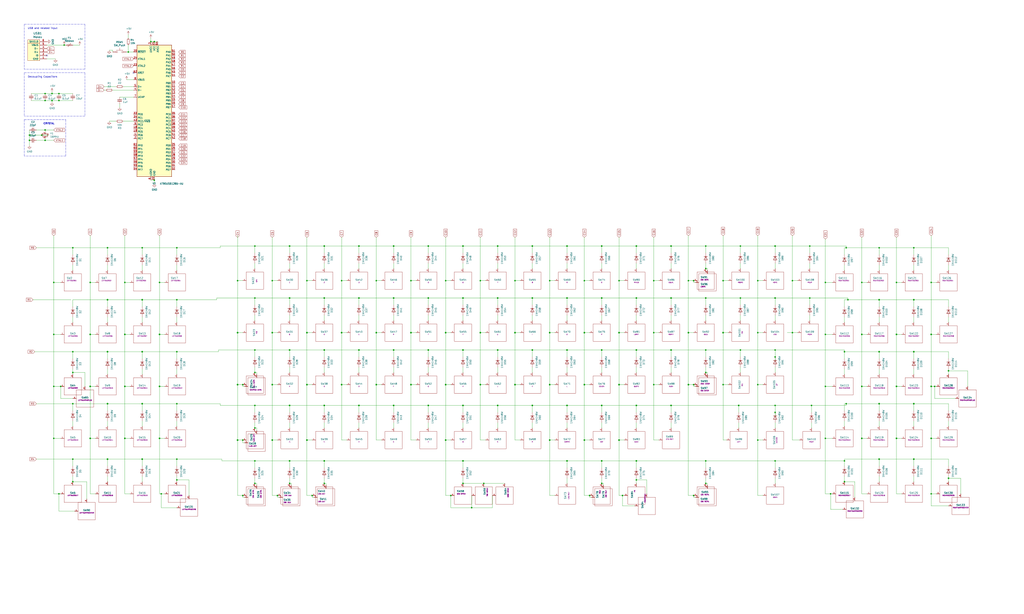
<source format=kicad_sch>
(kicad_sch (version 20211123) (generator eeschema)
  (paper "User" 750.011 450.012)
  (lib_symbols
    (symbol "CPG1511F01S05:SW_Push" (pin_numbers hide) (pin_names (offset 1.016) hide)
      (property "Reference" "SW" (at 1.27 2.54 0))
      (property "Value" "SW_Push" (at 0 -1.524 0))
      (symbol "SW_Push_0_1"
        (pin passive line (at -5.08 0 0) (length 2.54) (name "1") (number "1"))
        (pin passive line (at 5.08 0 180) (length 2.54) (name "2") (number "2"))
      )
    )
    (symbol "Device:C_Small" (pin_numbers hide) (pin_names (offset 0.254) hide)
      (property "Reference" "C" (at 0.254 1.778 0))
      (property "Value" "C_Small" (at 0.254 -2.032 0))
      (symbol "C_Small_1_1"
        (pin passive line (at 0 2.54 270) (length 2.032) (name "~") (number "1"))
        (pin passive line (at 0 -2.54 90) (length 2.032) (name "~") (number "2"))
      )
    )
    (symbol "Device:Crystal_GND24_Small" (pin_names (offset 1.016) hide)
      (property "Reference" "Y" (at 1.27 4.445 0))
      (property "Value" "Crystal_GND24_Small" (at 1.27 2.54 0))
      (symbol "Crystal_GND24_Small_1_1"
        (pin passive line (at -2.54 0 0) (length 1.27) (name "1") (number "1"))
        (pin passive line (at 0 -2.54 90) (length 0.635) (name "2") (number "2"))
        (pin passive line (at 2.54 0 180) (length 1.27) (name "3") (number "3"))
        (pin passive line (at 0 2.54 270) (length 0.635) (name "4") (number "4"))
      )
    )
    (symbol "Device:D" (pin_numbers hide) (pin_names hide)
      (property "Reference" "D" (at 0 2.54 0))
      (property "Value" "D" (at 0 -2.54 0))
      (symbol "D_1_1"
        (pin passive line (at -3.81 0 0) (length 2.54) (name "K") (number "1"))
        (pin passive line (at 3.81 0 180) (length 2.54) (name "A") (number "2"))
      )
    )
    (symbol "Device:Polyfuse_Small" (pin_numbers hide) (pin_names (offset 0))
      (property "Reference" "F" (at -1.905 0 90))
      (property "Value" "Polyfuse_Small" (at 1.905 0 90))
      (symbol "Polyfuse_Small_1_1"
        (pin passive line (at 0 2.54 270) (length 0.635) (name "~") (number "1"))
        (pin passive line (at 0 -2.54 90) (length 0.635) (name "~") (number "2"))
      )
    )
    (symbol "Device:R_Small" (pin_numbers hide) (pin_names (offset 0.254) hide)
      (property "Reference" "R" (at 0.762 0.508 0))
      (property "Value" "R_Small" (at 0.762 -1.016 0))
      (symbol "R_Small_1_1"
        (pin passive line (at 0 2.54 270) (length 0.762) (name "~") (number "1"))
        (pin passive line (at 0 -2.54 90) (length 0.762) (name "~") (number "2"))
      )
    )
    (symbol "Keyboard-symbols:GND" (power) (pin_names (offset 0))
      (property "Value" "GND" (at 0 -3.81 0))
      (symbol "GND_1_1"
        (pin power_in line (at 0 0 270) (length 0) hide (name "GND") (number "1"))
      )
    )
    (symbol "MCU_Microchip_AVR:AT90USB1286-AU"
      (property "Reference" "U" (at -12.7 49.53 0))
      (property "Value" "MCU_Microchip_AVR_AT90USB1286-AU" (at 2.54 -49.53 0))
      (symbol "AT90USB1286-AU_1_1"
        (pin bidirectional line (at -15.24 -17.78 0) (length 2.54) (name "PE6") (number "1"))
        (pin bidirectional line (at 15.24 20.32 180) (length 2.54) (name "PB0") (number "10"))
        (pin bidirectional line (at 15.24 17.78 180) (length 2.54) (name "PB1") (number "11"))
        (pin bidirectional line (at 15.24 15.24 180) (length 2.54) (name "PB2") (number "12"))
        (pin bidirectional line (at 15.24 12.7 180) (length 2.54) (name "PB3") (number "13"))
        (pin bidirectional line (at 15.24 10.16 180) (length 2.54) (name "PB4") (number "14"))
        (pin bidirectional line (at 15.24 7.62 180) (length 2.54) (name "PB5") (number "15"))
        (pin bidirectional line (at 15.24 5.08 180) (length 2.54) (name "PB6") (number "16"))
        (pin bidirectional line (at 15.24 2.54 180) (length 2.54) (name "PB7") (number "17"))
        (pin bidirectional line (at -15.24 -12.7 0) (length 2.54) (name "PE4") (number "18"))
        (pin bidirectional line (at -15.24 -15.24 0) (length 2.54) (name "PE5") (number "19"))
        (pin bidirectional line (at -15.24 -20.32 0) (length 2.54) (name "PE7") (number "2"))
        (pin input line (at -15.24 43.18 0) (length 2.54) (name "~{RESET}") (number "20"))
        (pin power_in line (at 0 50.8 270) (length 2.54) (name "VCC") (number "21"))
        (pin power_in line (at 0 -50.8 90) (length 2.54) (name "GND") (number "22"))
        (pin output line (at -15.24 33.02 0) (length 2.54) (name "XTAL2") (number "23"))
        (pin input line (at -15.24 38.1 0) (length 2.54) (name "XTAL1") (number "24"))
        (pin bidirectional line (at 15.24 -25.4 180) (length 2.54) (name "PD0") (number "25"))
        (pin bidirectional line (at 15.24 -27.94 180) (length 2.54) (name "PD1") (number "26"))
        (pin bidirectional line (at 15.24 -30.48 180) (length 2.54) (name "PD2") (number "27"))
        (pin bidirectional line (at 15.24 -33.02 180) (length 2.54) (name "PD3") (number "28"))
        (pin bidirectional line (at 15.24 -35.56 180) (length 2.54) (name "PD4") (number "29"))
        (pin power_in line (at -2.54 50.8 270) (length 2.54) (name "UVCC") (number "3"))
        (pin bidirectional line (at 15.24 -38.1 180) (length 2.54) (name "PD5") (number "30"))
        (pin bidirectional line (at 15.24 -40.64 180) (length 2.54) (name "PD6") (number "31"))
        (pin bidirectional line (at 15.24 -43.18 180) (length 2.54) (name "PD7") (number "32"))
        (pin bidirectional line (at -15.24 -2.54 0) (length 2.54) (name "PE0") (number "33"))
        (pin bidirectional line (at -15.24 -5.08 0) (length 2.54) (name "PE1") (number "34"))
        (pin bidirectional line (at 15.24 -2.54 180) (length 2.54) (name "PC0") (number "35"))
        (pin bidirectional line (at 15.24 -5.08 180) (length 2.54) (name "PC1") (number "36"))
        (pin bidirectional line (at 15.24 -7.62 180) (length 2.54) (name "PC2") (number "37"))
        (pin bidirectional line (at 15.24 -10.16 180) (length 2.54) (name "PC3") (number "38"))
        (pin bidirectional line (at 15.24 -12.7 180) (length 2.54) (name "PC4") (number "39"))
        (pin bidirectional line (at -15.24 15.24 0) (length 2.54) (name "D-") (number "4"))
        (pin bidirectional line (at 15.24 -15.24 180) (length 2.54) (name "PC5") (number "40"))
        (pin bidirectional line (at 15.24 -17.78 180) (length 2.54) (name "PC6") (number "41"))
        (pin bidirectional line (at 15.24 -20.32 180) (length 2.54) (name "PC7") (number "42"))
        (pin bidirectional line (at -15.24 -7.62 0) (length 2.54) (name "PE2/~{HWB}") (number "43"))
        (pin bidirectional line (at 15.24 25.4 180) (length 2.54) (name "PA7") (number "44"))
        (pin bidirectional line (at 15.24 27.94 180) (length 2.54) (name "PA6") (number "45"))
        (pin bidirectional line (at 15.24 30.48 180) (length 2.54) (name "PA5") (number "46"))
        (pin bidirectional line (at 15.24 33.02 180) (length 2.54) (name "PA4") (number "47"))
        (pin bidirectional line (at 15.24 35.56 180) (length 2.54) (name "PA3") (number "48"))
        (pin bidirectional line (at 15.24 38.1 180) (length 2.54) (name "PA2") (number "49"))
        (pin bidirectional line (at -15.24 17.78 0) (length 2.54) (name "D+") (number "5"))
        (pin bidirectional line (at 15.24 40.64 180) (length 2.54) (name "PA1") (number "50"))
        (pin bidirectional line (at 15.24 43.18 180) (length 2.54) (name "PA0") (number "51"))
        (pin passive line (at 0 50.8 270) (length 2.54) hide (name "VCC") (number "52"))
        (pin passive line (at 0 -50.8 90) (length 2.54) hide (name "GND") (number "53"))
        (pin bidirectional line (at -15.24 -43.18 0) (length 2.54) (name "PF7") (number "54"))
        (pin bidirectional line (at -15.24 -40.64 0) (length 2.54) (name "PF6") (number "55"))
        (pin bidirectional line (at -15.24 -38.1 0) (length 2.54) (name "PF5") (number "56"))
        (pin bidirectional line (at -15.24 -35.56 0) (length 2.54) (name "PF4") (number "57"))
        (pin bidirectional line (at -15.24 -33.02 0) (length 2.54) (name "PF3") (number "58"))
        (pin bidirectional line (at -15.24 -30.48 0) (length 2.54) (name "PF2") (number "59"))
        (pin power_in line (at -2.54 -50.8 90) (length 2.54) (name "UGND") (number "6"))
        (pin bidirectional line (at -15.24 -27.94 0) (length 2.54) (name "PF1") (number "60"))
        (pin bidirectional line (at -15.24 -25.4 0) (length 2.54) (name "PF0") (number "61"))
        (pin passive line (at -15.24 27.94 0) (length 2.54) (name "AREF") (number "62"))
        (pin passive line (at 0 -50.8 90) (length 2.54) hide (name "GND") (number "63"))
        (pin power_in line (at 2.54 50.8 270) (length 2.54) (name "AVCC") (number "64"))
        (pin passive line (at -15.24 10.16 0) (length 2.54) (name "UCAP") (number "7"))
        (pin input line (at -15.24 22.86 0) (length 2.54) (name "VBUS") (number "8"))
        (pin bidirectional line (at -15.24 -10.16 0) (length 2.54) (name "PE3") (number "9"))
      )
    )
    (symbol "acheronSymbols:Mechanical_Switch" (pin_names (offset 1.016))
      (property "Reference" "SW" (at 0 1.27 0))
      (property "Keycode" "KC" (at 0 -1.27 0))
      (symbol "Mechanical_Switch_1_1"
        (pin bidirectional line (at -8.89 0 0) (length 2.54) (name "1") (number "1"))
        (pin bidirectional line (at 0 8.89 270) (length 2.54) (name "2") (number "2"))
      )
    )
    (symbol "legacy:+5V" (power) (pin_names (offset 0))
      (property "Value" "+5V" (at 0 3.556 0))
      (symbol "+5V_1_1"
        (pin power_in line (at 0 0 90) (length 0) hide (name "+5V") (number "1"))
      )
    )
    (symbol "power:VCC" (power) (pin_names (offset 0))
      (property "Value" "VCC" (at 0 3.81 0))
      (symbol "VCC_1_1"
        (pin power_in line (at 0 0 90) (length 0) hide (name "VCC") (number "1"))
      )
    )
    (symbol "random-keyboard-parts:Molex-0548190589" (pin_names (offset 1.016))
      (property "Reference" "USB" (at 0 7.62 0))
      (property "Value" "Molex-0548190589" (at 0 10.16 0))
      (symbol "Molex-0548190589_1_1"
        (pin input line (at -5.08 -7.62 90) (length 5.08) (name "GND") (number "1"))
        (pin input line (at -2.54 -7.62 90) (length 5.08) (name "ID") (number "2"))
        (pin input line (at 0 -7.62 90) (length 5.08) (name "D+") (number "3"))
        (pin input line (at 2.54 -7.62 90) (length 5.08) (name "D-") (number "4"))
        (pin input line (at 5.08 -7.62 90) (length 5.08) (name "VBUS") (number "5"))
        (pin input line (at 7.62 -7.62 90) (length 5.08) (name "SHIELD") (number "6"))
      )
    )
  )
  (junction (at 212.09 297.18) (diameter 1.016))
  (junction (at 542.29 180.34))
  (junction (at 186.69 256.54))
  (junction (at 39.37 207.01))
  (junction (at 129.54 351.79))
  (junction (at 516.89 180.34) (diameter 0.9144))
  (junction (at 129.54 219.71))
  (junction (at 237.49 354.33) (diameter 0.9144))
  (junction (at 440.69 354.33) (diameter 0.9144))
  (junction (at 643.89 181.61))
  (junction (at 491.49 297.18) (diameter 1.016))
  (junction (at 129.54 257.81))
  (junction (at 656.59 245.11) (diameter 1.016))
  (junction (at 300.99 281.94) (diameter 1.016))
  (junction (at 186.69 297.18))
  (junction (at 104.14 336.55) (diameter 1.016))
  (junction (at 113.03 132.08))
  (junction (at 262.89 180.34) (diameter 1.016))
  (junction (at 43.18 361.95))
  (junction (at 104.14 295.91) (diameter 1.016))
  (junction (at 504.19 281.94) (diameter 1.016))
  (junction (at 330.2 363.22) (diameter 0.9144))
  (junction (at 643.89 336.55) (diameter 1.016))
  (junction (at 173.99 322.58) (diameter 1.016))
  (junction (at 39.37 245.11))
  (junction (at 604.52 283.21))
  (junction (at 339.09 180.34) (diameter 1.016))
  (junction (at 116.84 207.01))
  (junction (at 199.39 281.94) (diameter 1.016))
  (junction (at 567.69 297.18))
  (junction (at 567.69 337.82))
  (junction (at 631.19 245.11) (diameter 1.016))
  (junction (at 186.69 313.69) (diameter 0.9144))
  (junction (at 104.14 257.81) (diameter 1.016))
  (junction (at 427.99 243.84) (diameter 1.016))
  (junction (at 604.52 321.31))
  (junction (at 30.48 99.06))
  (junction (at 300.99 205.74))
  (junction (at 453.39 243.84) (diameter 1.016))
  (junction (at 91.44 283.21) (diameter 1.016))
  (junction (at 478.79 281.94) (diameter 0.9144))
  (junction (at 339.09 256.54) (diameter 1.016))
  (junction (at 516.89 273.05) (diameter 0.9144))
  (junction (at 199.39 243.84) (diameter 1.016))
  (junction (at 116.84 283.21) (diameter 1.016))
  (junction (at 455.93 363.22))
  (junction (at 186.69 273.05))
  (junction (at 466.09 297.18) (diameter 1.016))
  (junction (at 529.59 243.84) (diameter 1.016))
  (junction (at 116.84 321.31) (diameter 1.016))
  (junction (at 53.34 295.91))
  (junction (at 491.49 256.54) (diameter 1.016))
  (junction (at 529.59 205.74))
  (junction (at 504.19 205.74))
  (junction (at 415.29 180.34) (diameter 1.016))
  (junction (at 326.39 243.84) (diameter 1.016))
  (junction (at 21.59 99.06))
  (junction (at 669.29 219.71) (diameter 1.016))
  (junction (at 224.79 243.84) (diameter 1.016))
  (junction (at 427.99 281.94) (diameter 1.016))
  (junction (at 593.09 218.44))
  (junction (at 681.99 283.21) (diameter 1.016))
  (junction (at 351.79 205.74))
  (junction (at 681.99 207.01))
  (junction (at 78.74 257.81) (diameter 1.016))
  (junction (at 203.2 363.22) (diameter 0.9144))
  (junction (at 212.09 337.82) (diameter 1.016))
  (junction (at 78.74 219.71) (diameter 1.016))
  (junction (at 212.09 180.34) (diameter 1.016))
  (junction (at 567.69 256.54))
  (junction (at 580.39 243.84))
  (junction (at 466.09 337.82) (diameter 1.016))
  (junction (at 415.29 218.44) (diameter 1.016))
  (junction (at 275.59 243.84) (diameter 1.016))
  (junction (at 364.49 218.44) (diameter 1.016))
  (junction (at 237.49 256.54) (diameter 1.016))
  (junction (at 39.37 321.31))
  (junction (at 669.29 257.81) (diameter 1.016))
  (junction (at 656.59 321.31) (diameter 1.016))
  (junction (at 275.59 205.74))
  (junction (at 275.59 281.94) (diameter 1.016))
  (junction (at 508 281.94) (diameter 0.9144))
  (junction (at 228.6 363.22) (diameter 0.9144))
  (junction (at 33.02 102.87))
  (junction (at 466.09 218.44) (diameter 1.016))
  (junction (at 339.09 354.33) (diameter 0.9144))
  (junction (at 250.19 205.74))
  (junction (at 631.19 283.21) (diameter 1.016))
  (junction (at 224.79 205.74))
  (junction (at 681.99 361.95))
  (junction (at 402.59 205.74))
  (junction (at 415.29 297.18) (diameter 1.016))
  (junction (at 554.99 322.58))
  (junction (at 212.09 354.33) (diameter 0.9144))
  (junction (at 491.49 180.34) (diameter 1.016))
  (junction (at 262.89 218.44) (diameter 1.016))
  (junction (at 554.99 281.94))
  (junction (at 173.99 205.74))
  (junction (at 262.89 256.54) (diameter 1.016))
  (junction (at 466.09 256.54) (diameter 1.016))
  (junction (at 415.29 337.82) (diameter 1.016))
  (junction (at 453.39 205.74))
  (junction (at 113.03 30.48))
  (junction (at 389.89 180.34) (diameter 1.016))
  (junction (at 631.19 321.31) (diameter 1.016))
  (junction (at 491.49 218.44) (diameter 1.016))
  (junction (at 354.33 354.33))
  (junction (at 39.37 283.21))
  (junction (at 186.69 218.44))
  (junction (at 619.76 295.91))
  (junction (at 33.02 73.66))
  (junction (at 694.69 271.78))
  (junction (at 38.1 73.66))
  (junction (at 313.69 180.34) (diameter 1.016))
  (junction (at 364.49 256.54) (diameter 1.016))
  (junction (at 466.09 351.79))
  (junction (at 326.39 205.74))
  (junction (at 508 363.22) (diameter 0.9144))
  (junction (at 250.19 243.84) (diameter 1.016))
  (junction (at 415.29 256.54) (diameter 1.016))
  (junction (at 129.54 181.61))
  (junction (at 453.39 322.58) (diameter 1.016))
  (junction (at 516.89 337.82))
  (junction (at 554.99 205.74))
  (junction (at 212.09 256.54) (diameter 1.016))
  (junction (at 177.8 281.94))
  (junction (at 427.99 205.74))
  (junction (at 104.14 181.61))
  (junction (at 53.34 353.06))
  (junction (at 656.59 207.01))
  (junction (at 593.09 180.34))
  (junction (at 504.19 243.84) (diameter 1.016))
  (junction (at 43.18 73.66))
  (junction (at 224.79 281.94) (diameter 1.016))
  (junction (at 21.59 102.87))
  (junction (at 237.49 218.44) (diameter 1.016))
  (junction (at 594.36 297.18))
  (junction (at 440.69 256.54) (diameter 1.016))
  (junction (at 177.8 322.58) (diameter 0.9144))
  (junction (at 389.89 256.54) (diameter 1.016))
  (junction (at 212.09 218.44) (diameter 1.016))
  (junction (at 224.79 322.58) (diameter 1.016))
  (junction (at 529.59 281.94) (diameter 0.9144))
  (junction (at 326.39 281.94) (diameter 1.016))
  (junction (at 516.89 354.33) (diameter 0.9144))
  (junction (at 440.69 180.34) (diameter 1.016))
  (junction (at 186.69 337.82))
  (junction (at 377.19 205.74))
  (junction (at 542.29 256.54))
  (junction (at 116.84 245.11) (diameter 1.016))
  (junction (at 389.89 297.18) (diameter 1.016))
  (junction (at 186.69 354.33) (diameter 0.9144))
  (junction (at 250.19 281.94) (diameter 1.016))
  (junction (at 402.59 243.84) (diameter 1.016))
  (junction (at 345.44 372.11))
  (junction (at 129.54 336.55))
  (junction (at 78.74 181.61))
  (junction (at 46.99 33.02))
  (junction (at 453.39 281.94) (diameter 1.016))
  (junction (at 466.09 180.34) (diameter 1.016))
  (junction (at 431.8 363.22) (diameter 0.9144))
  (junction (at 656.59 283.21) (diameter 1.016))
  (junction (at 608.33 361.95))
  (junction (at 621.03 219.71))
  (junction (at 262.89 297.18) (diameter 1.016))
  (junction (at 604.52 207.01))
  (junction (at 43.18 68.58))
  (junction (at 440.69 337.82) (diameter 1.016))
  (junction (at 364.49 180.34) (diameter 1.016))
  (junction (at 53.34 336.55))
  (junction (at 66.04 321.31) (diameter 1.016))
  (junction (at 186.69 180.34))
  (junction (at 681.99 245.11) (diameter 1.016))
  (junction (at 339.09 297.18) (diameter 1.016))
  (junction (at 66.04 283.21) (diameter 1.016))
  (junction (at 351.79 243.84) (diameter 1.016))
  (junction (at 643.89 219.71) (diameter 1.016))
  (junction (at 237.49 297.18) (diameter 1.016))
  (junction (at 516.89 256.54) (diameter 0.9144))
  (junction (at 53.34 273.05))
  (junction (at 300.99 243.84) (diameter 1.016))
  (junction (at 313.69 297.18) (diameter 1.016))
  (junction (at 516.89 196.85) (diameter 0.9144))
  (junction (at 440.69 218.44) (diameter 1.016))
  (junction (at 53.34 181.61))
  (junction (at 567.69 261.62))
  (junction (at 619.76 181.61))
  (junction (at 631.19 207.01))
  (junction (at 516.89 218.44) (diameter 1.016))
  (junction (at 684.53 283.21))
  (junction (at 669.29 336.55) (diameter 1.016))
  (junction (at 129.54 295.91))
  (junction (at 173.99 243.84) (diameter 1.016))
  (junction (at 643.89 295.91) (diameter 1.016))
  (junction (at 618.49 257.81))
  (junction (at 38.1 68.58))
  (junction (at 44.45 283.21))
  (junction (at 351.79 281.94) (diameter 1.016))
  (junction (at 669.29 181.61))
  (junction (at 78.74 336.55) (diameter 1.016))
  (junction (at 78.74 295.91) (diameter 1.016))
  (junction (at 177.8 363.22) (diameter 0.9144))
  (junction (at 478.79 205.74))
  (junction (at 91.44 207.01))
  (junction (at 377.19 281.94) (diameter 1.016))
  (junction (at 508 205.74) (diameter 0.9144))
  (junction (at 313.69 218.44) (diameter 1.016))
  (junction (at 118.11 361.95))
  (junction (at 681.99 321.31) (diameter 1.016))
  (junction (at 618.49 353.06))
  (junction (at 580.39 205.74))
  (junction (at 66.04 245.11) (diameter 1.016))
  (junction (at 199.39 205.74))
  (junction (at 402.59 281.94) (diameter 1.016))
  (junction (at 53.34 257.81))
  (junction (at 694.69 350.52))
  (junction (at 604.52 245.11))
  (junction (at 173.99 281.94) (diameter 1.016))
  (junction (at 389.89 218.44) (diameter 1.016))
  (junction (at 440.69 297.18) (diameter 1.016))
  (junction (at 618.49 337.82))
  (junction (at 288.29 256.54) (diameter 1.016))
  (junction (at 104.14 219.71) (diameter 1.016))
  (junction (at 643.89 257.81) (diameter 1.016))
  (junction (at 288.29 180.34) (diameter 1.016))
  (junction (at 339.09 218.44) (diameter 1.016))
  (junction (at 33.02 95.25))
  (junction (at 567.69 218.44) (diameter 1.016))
  (junction (at 542.29 218.44))
  (junction (at 91.44 321.31) (diameter 1.016))
  (junction (at 567.69 180.34) (diameter 1.016))
  (junction (at 93.98 38.1))
  (junction (at 669.29 295.91) (diameter 1.016))
  (junction (at 110.49 30.48))
  (junction (at 33.02 68.58))
  (junction (at 288.29 297.18) (diameter 1.016))
  (junction (at 313.69 256.54) (diameter 1.016))
  (junction (at 377.19 243.84) (diameter 1.016))
  (junction (at 237.49 337.82) (diameter 1.016))
  (junction (at 567.69 302.26))
  (junction (at 478.79 243.84) (diameter 0.9144))
  (junction (at 402.59 322.58) (diameter 1.016))
  (junction (at 554.99 243.84))
  (junction (at 427.99 322.58) (diameter 1.016))
  (junction (at 541.02 297.18) (diameter 1.016))
  (junction (at 237.49 180.34) (diameter 1.016))
  (junction (at 339.09 337.82) (diameter 1.016))
  (junction (at 288.29 218.44) (diameter 1.016))
  (junction (at 326.39 322.58) (diameter 1.016))
  (junction (at 199.39 322.58) (diameter 1.016))
  (junction (at 364.49 297.18) (diameter 1.016))
  (junction (at 66.04 207.01))
  (junction (at 91.44 245.11) (diameter 1.016))
  (no_connect (at 97.79 53.34))
  (no_connect (at 34.29 40.64))
  (wire (pts (xy 113.03 132.08) (xy 113.03 134.62)))
  (wire (pts (xy 516.89 337.82) (xy 516.89 342.9)))
  (wire (pts (xy 681.99 172.72) (xy 681.99 207.01)))
  (wire (pts (xy 453.39 205.74) (xy 457.2 205.74)))
  (wire (pts (xy 518.16 354.33) (xy 516.89 354.33)))
  (wire (pts (xy 78.74 270.51) (xy 78.74 274.32)))
  (wire (pts (xy 129.54 336.55) (xy 129.54 341.63)))
  (wire (pts (xy 643.89 219.71) (xy 621.03 219.71)))
  (wire (pts (xy 66.04 361.95) (xy 69.85 361.95)))
  (wire (pts (xy 116.84 207.01) (xy 120.65 207.01)))
  (wire (pts (xy 288.29 180.34) (xy 262.89 180.34)))
  (wire (pts (xy 116.84 207.01) (xy 116.84 245.11)))
  (wire (pts (xy 684.53 292.1) (xy 684.53 283.21)))
  (wire (pts (xy 91.44 361.95) (xy 95.25 361.95)))
  (wire (pts (xy 339.09 309.88) (xy 339.09 313.69)))
  (wire (pts (xy 46.99 33.02) (xy 48.26 33.02)))
  (wire (pts (xy 224.79 243.84) (xy 224.79 205.74)))
  (wire (pts (xy 262.89 256.54) (xy 262.89 261.62)))
  (wire (pts (xy 58.42 33.02) (xy 53.34 33.02)))
  (wire (pts (xy 351.79 281.94) (xy 351.79 243.84)))
  (wire (pts (xy 618.49 337.82) (xy 618.49 341.63)))
  (wire (pts (xy 364.49 256.54) (xy 364.49 261.62)))
  (wire (pts (xy 518.16 355.6) (xy 518.16 354.33)))
  (wire (pts (xy 44.45 292.1) (xy 44.45 283.21)))
  (wire (pts (xy 21.59 99.06) (xy 30.48 99.06)))
  (wire (pts (xy 39.37 207.01) (xy 39.37 245.11)))
  (wire (pts (xy 631.19 321.31) (xy 635 321.31)))
  (wire (pts (xy 262.89 256.54) (xy 237.49 256.54)))
  (wire (pts (xy 339.09 180.34) (xy 339.09 185.42)))
  (wire (pts (xy 518.16 274.32) (xy 518.16 273.05)))
  (wire (pts (xy 567.69 180.34) (xy 542.29 180.34)))
  (wire (pts (xy 669.29 270.51) (xy 669.29 274.32)))
  (wire (pts (xy 694.69 219.71) (xy 669.29 219.71)))
  (wire (pts (xy 491.49 180.34) (xy 466.09 180.34)))
  (wire (pts (xy 593.09 231.14) (xy 593.09 234.95)))
  (wire (pts (xy 415.29 309.88) (xy 415.29 313.69)))
  (wire (pts (xy 199.39 322.58) (xy 199.39 363.22)))
  (wire (pts (xy 594.36 297.18) (xy 619.76 297.18)))
  (wire (pts (xy 104.14 336.55) (xy 78.74 336.55)))
  (wire (pts (xy 364.49 297.18) (xy 364.49 302.26)))
  (wire (pts (xy 199.39 205.74) (xy 203.2 205.74)))
  (wire (pts (xy 643.89 257.81) (xy 618.49 257.81)))
  (wire (pts (xy 364.49 231.14) (xy 364.49 234.95)))
  (wire (pts (xy 377.19 322.58) (xy 381 322.58)))
  (wire (pts (xy 288.29 256.54) (xy 262.89 256.54)))
  (wire (pts (xy 43.18 73.66) (xy 53.34 73.66)))
  (wire (pts (xy 212.09 180.34) (xy 186.69 180.34)))
  (wire (pts (xy 300.99 281.94) (xy 300.99 322.58)))
  (wire (pts (xy 158.75 219.71) (xy 158.75 218.44)))
  (wire (pts (xy 91.44 321.31) (xy 91.44 361.95)))
  (wire (pts (xy 40.64 43.18) (xy 34.29 43.18)))
  (wire (pts (xy 466.09 269.24) (xy 466.09 273.05)))
  (wire (pts (xy 504.19 172.72) (xy 504.19 205.74)))
  (wire (pts (xy 53.34 232.41) (xy 53.34 236.22)))
  (polyline (pts (xy 17.78 87.63) (xy 17.78 114.3)))
  (wire (pts (xy 619.76 295.91) (xy 618.49 295.91)))
  (wire (pts (xy 509.27 207.01) (xy 508 207.01)))
  (wire (pts (xy 326.39 243.84) (xy 330.2 243.84)))
  (wire (pts (xy 275.59 281.94) (xy 275.59 243.84)))
  (wire (pts (xy 326.39 281.94) (xy 326.39 243.84)))
  (wire (pts (xy 26.67 295.91) (xy 53.34 295.91)))
  (wire (pts (xy 466.09 337.82) (xy 516.89 337.82)))
  (wire (pts (xy 466.09 256.54) (xy 440.69 256.54)))
  (wire (pts (xy 25.4 257.81) (xy 53.34 257.81)))
  (wire (pts (xy 199.39 243.84) (xy 203.2 243.84)))
  (wire (pts (xy 116.84 283.21) (xy 120.65 283.21)))
  (wire (pts (xy 313.69 231.14) (xy 313.69 234.95)))
  (wire (pts (xy 212.09 350.52) (xy 212.09 354.33)))
  (wire (pts (xy 160.02 256.54) (xy 186.69 256.54)))
  (wire (pts (xy 330.2 372.11) (xy 345.44 372.11)))
  (wire (pts (xy 33.02 73.66) (xy 38.1 73.66)))
  (wire (pts (xy 288.29 218.44) (xy 288.29 223.52)))
  (wire (pts (xy 567.69 302.26) (xy 567.69 304.8)))
  (wire (pts (xy 518.16 196.85) (xy 516.89 196.85)))
  (wire (pts (xy 669.29 257.81) (xy 669.29 262.89)))
  (wire (pts (xy 608.33 373.38) (xy 608.33 361.95)))
  (wire (pts (xy 237.49 337.82) (xy 339.09 337.82)))
  (wire (pts (xy 173.99 205.74) (xy 177.8 205.74)))
  (wire (pts (xy 694.69 257.81) (xy 669.29 257.81)))
  (wire (pts (xy 631.19 173.99) (xy 631.19 207.01)))
  (wire (pts (xy 288.29 231.14) (xy 288.29 234.95)))
  (wire (pts (xy 440.69 256.54) (xy 415.29 256.54)))
  (wire (pts (xy 104.14 257.81) (xy 104.14 262.89)))
  (wire (pts (xy 173.99 322.58) (xy 173.99 281.94)))
  (wire (pts (xy 186.69 269.24) (xy 186.69 273.05)))
  (wire (pts (xy 516.89 218.44) (xy 491.49 218.44)))
  (wire (pts (xy 78.74 336.55) (xy 78.74 341.63)))
  (wire (pts (xy 288.29 297.18) (xy 262.89 297.18)))
  (wire (pts (xy 91.44 283.21) (xy 95.25 283.21)))
  (wire (pts (xy 643.89 181.61) (xy 669.29 181.61)))
  (wire (pts (xy 186.69 256.54) (xy 186.69 261.62)))
  (wire (pts (xy 262.89 180.34) (xy 237.49 180.34)))
  (wire (pts (xy 212.09 218.44) (xy 186.69 218.44)))
  (wire (pts (xy 440.69 180.34) (xy 466.09 180.34)))
  (wire (pts (xy 38.1 68.58) (xy 43.18 68.58)))
  (wire (pts (xy 567.69 269.24) (xy 567.69 273.05)))
  (wire (pts (xy 104.14 219.71) (xy 78.74 219.71)))
  (wire (pts (xy 173.99 322.58) (xy 177.8 322.58)))
  (wire (pts (xy 113.03 30.48) (xy 115.57 30.48)))
  (wire (pts (xy 473.71 351.79) (xy 473.71 361.95)))
  (wire (pts (xy 594.36 297.18) (xy 594.36 302.26)))
  (wire (pts (xy 491.49 180.34) (xy 516.89 180.34)))
  (wire (pts (xy 187.96 313.69) (xy 186.69 313.69)))
  (wire (pts (xy 186.69 231.14) (xy 186.69 234.95)))
  (wire (pts (xy 313.69 256.54) (xy 313.69 261.62)))
  (wire (pts (xy 554.99 243.84) (xy 554.99 281.94)))
  (wire (pts (xy 491.49 218.44) (xy 491.49 223.52)))
  (wire (pts (xy 179.07 283.21) (xy 177.8 283.21)))
  (wire (pts (xy 389.89 180.34) (xy 389.89 185.42)))
  (wire (pts (xy 237.49 218.44) (xy 237.49 223.52)))
  (wire (pts (xy 681.99 283.21) (xy 681.99 245.11)))
  (wire (pts (xy 491.49 297.18) (xy 541.02 297.18)))
  (wire (pts (xy 694.69 270.51) (xy 694.69 271.78)))
  (wire (pts (xy 504.19 243.84) (xy 508 243.84)))
  (wire (pts (xy 300.99 173.99) (xy 300.99 205.74)))
  (wire (pts (xy 212.09 193.04) (xy 212.09 196.85)))
  (wire (pts (xy 199.39 173.99) (xy 199.39 205.74)))
  (wire (pts (xy 104.14 219.71) (xy 129.54 219.71)))
  (wire (pts (xy 631.19 283.21) (xy 635 283.21)))
  (wire (pts (xy 116.84 172.72) (xy 116.84 207.01)))
  (wire (pts (xy 212.09 218.44) (xy 237.49 218.44)))
  (wire (pts (xy 656.59 361.95) (xy 660.4 361.95)))
  (wire (pts (xy 643.89 295.91) (xy 669.29 295.91)))
  (wire (pts (xy 92.71 58.42) (xy 97.79 58.42)))
  (wire (pts (xy 618.49 232.41) (xy 618.49 236.22)))
  (wire (pts (xy 213.36 355.6) (xy 213.36 354.33)))
  (wire (pts (xy 262.89 269.24) (xy 262.89 273.05)))
  (wire (pts (xy 415.29 297.18) (xy 415.29 302.26)))
  (wire (pts (xy 26.67 102.87) (xy 33.02 102.87)))
  (wire (pts (xy 427.99 205.74) (xy 431.8 205.74)))
  (wire (pts (xy 224.79 281.94) (xy 224.79 243.84)))
  (wire (pts (xy 609.6 207.01) (xy 604.52 207.01)))
  (wire (pts (xy 516.89 231.14) (xy 516.89 234.95)))
  (wire (pts (xy 39.37 321.31) (xy 44.45 321.31)))
  (polyline (pts (xy 62.23 17.78) (xy 62.23 50.8)))
  (wire (pts (xy 389.89 297.18) (xy 364.49 297.18)))
  (wire (pts (xy 618.49 349.25) (xy 618.49 353.06)))
  (wire (pts (xy 179.07 364.49) (xy 177.8 364.49)))
  (wire (pts (xy 160.02 257.81) (xy 160.02 256.54)))
  (wire (pts (xy 104.14 295.91) (xy 129.54 295.91)))
  (wire (pts (xy 66.04 283.21) (xy 66.04 245.11)))
  (wire (pts (xy 44.45 207.01) (xy 39.37 207.01)))
  (wire (pts (xy 228.6 364.49) (xy 228.6 363.22)))
  (wire (pts (xy 389.89 256.54) (xy 364.49 256.54)))
  (wire (pts (xy 440.69 350.52) (xy 440.69 354.33)))
  (wire (pts (xy 516.89 218.44) (xy 516.89 223.52)))
  (wire (pts (xy 708.66 283.21) (xy 708.66 271.78)))
  (wire (pts (xy 364.49 180.34) (xy 364.49 185.42)))
  (wire (pts (xy 129.54 219.71) (xy 158.75 219.71)))
  (wire (pts (xy 80.01 88.9) (xy 85.09 88.9)))
  (wire (pts (xy 529.59 281.94) (xy 529.59 322.58)))
  (wire (pts (xy 604.52 321.31) (xy 609.6 321.31)))
  (wire (pts (xy 694.69 181.61) (xy 694.69 186.69)))
  (wire (pts (xy 199.39 281.94) (xy 203.2 281.94)))
  (wire (pts (xy 529.59 243.84) (xy 529.59 281.94)))
  (wire (pts (xy 415.29 193.04) (xy 415.29 196.85)))
  (wire (pts (xy 491.49 231.14) (xy 491.49 234.95)))
  (wire (pts (xy 669.29 219.71) (xy 643.89 219.71)))
  (wire (pts (xy 554.99 322.58) (xy 554.99 363.22)))
  (wire (pts (xy 326.39 243.84) (xy 326.39 205.74)))
  (wire (pts (xy 186.69 337.82) (xy 212.09 337.82)))
  (polyline (pts (xy 48.26 87.63) (xy 48.26 114.3)))
  (wire (pts (xy 38.1 73.66) (xy 38.1 74.93)))
  (wire (pts (xy 66.04 207.01) (xy 66.04 245.11)))
  (wire (pts (xy 567.69 180.34) (xy 593.09 180.34)))
  (wire (pts (xy 389.89 297.18) (xy 389.89 302.26)))
  (wire (pts (xy 173.99 243.84) (xy 177.8 243.84)))
  (wire (pts (xy 567.69 350.52) (xy 567.69 354.33)))
  (wire (pts (xy 129.54 270.51) (xy 129.54 274.32)))
  (wire (pts (xy 542.29 218.44) (xy 516.89 218.44)))
  (wire (pts (xy 681.99 361.95) (xy 685.8 361.95)))
  (wire (pts (xy 509.27 364.49) (xy 508 364.49)))
  (wire (pts (xy 199.39 363.22) (xy 203.2 363.22)))
  (wire (pts (xy 250.19 281.94) (xy 254 281.94)))
  (wire (pts (xy 618.49 256.54) (xy 618.49 257.81)))
  (wire (pts (xy 529.59 205.74) (xy 533.4 205.74)))
  (wire (pts (xy 204.47 364.49) (xy 203.2 364.49)))
  (wire (pts (xy 250.19 281.94) (xy 250.19 243.84)))
  (wire (pts (xy 326.39 322.58) (xy 326.39 281.94)))
  (wire (pts (xy 621.03 219.71) (xy 618.49 219.71)))
  (wire (pts (xy 138.43 351.79) (xy 129.54 351.79)))
  (wire (pts (xy 53.34 219.71) (xy 53.34 224.79)))
  (wire (pts (xy 491.49 309.88) (xy 491.49 313.69)))
  (wire (pts (xy 38.1 73.66) (xy 43.18 73.66)))
  (wire (pts (xy 129.54 336.55) (xy 162.56 336.55)))
  (wire (pts (xy 427.99 322.58) (xy 427.99 363.22)))
  (wire (pts (xy 681.99 321.31) (xy 681.99 361.95)))
  (wire (pts (xy 339.09 337.82) (xy 339.09 342.9)))
  (wire (pts (xy 104.14 181.61) (xy 104.14 186.69)))
  (wire (pts (xy 326.39 322.58) (xy 326.39 363.22)))
  (wire (pts (xy 53.34 181.61) (xy 53.34 186.69)))
  (wire (pts (xy 618.49 336.55) (xy 618.49 337.82)))
  (wire (pts (xy 656.59 245.11) (xy 660.4 245.11)))
  (wire (pts (xy 339.09 350.52) (xy 339.09 354.33)))
  (wire (pts (xy 262.89 297.18) (xy 262.89 302.26)))
  (wire (pts (xy 62.23 283.21) (xy 62.23 273.05)))
  (wire (pts (xy 478.79 281.94) (xy 482.6 281.94)))
  (wire (pts (xy 491.49 256.54) (xy 516.89 256.54)))
  (wire (pts (xy 440.69 354.33) (xy 441.96 354.33)))
  (wire (pts (xy 656.59 207.01) (xy 656.59 245.11)))
  (wire (pts (xy 554.99 205.74) (xy 558.8 205.74)))
  (wire (pts (xy 161.29 297.18) (xy 186.69 297.18)))
  (wire (pts (xy 402.59 205.74) (xy 406.4 205.74)))
  (wire (pts (xy 478.79 173.99) (xy 478.79 205.74)))
  (wire (pts (xy 377.19 243.84) (xy 381 243.84)))
  (wire (pts (xy 567.69 337.82) (xy 618.49 337.82)))
  (wire (pts (xy 466.09 337.82) (xy 466.09 342.9)))
  (wire (pts (xy 542.29 269.24) (xy 542.29 273.05)))
  (wire (pts (xy 618.49 295.91) (xy 618.49 300.99)))
  (wire (pts (xy 415.29 218.44) (xy 415.29 223.52)))
  (wire (pts (xy 453.39 173.99) (xy 453.39 205.74)))
  (wire (pts (xy 129.54 194.31) (xy 129.54 198.12)))
  (wire (pts (xy 351.79 322.58) (xy 355.6 322.58)))
  (wire (pts (xy 694.69 350.52) (xy 694.69 353.06)))
  (wire (pts (xy 66.04 361.95) (xy 66.04 321.31)))
  (wire (pts (xy 681.99 207.01) (xy 685.8 207.01)))
  (wire (pts (xy 212.09 218.44) (xy 212.09 223.52)))
  (wire (pts (xy 288.29 180.34) (xy 288.29 185.42)))
  (wire (pts (xy 116.84 321.31) (xy 120.65 321.31)))
  (wire (pts (xy 631.19 245.11) (xy 635 245.11)))
  (wire (pts (xy 504.19 281.94) (xy 508 281.94)))
  (wire (pts (xy 313.69 269.24) (xy 313.69 273.05)))
  (wire (pts (xy 580.39 243.84) (xy 580.39 322.58)))
  (wire (pts (xy 453.39 322.58) (xy 453.39 363.22)))
  (wire (pts (xy 669.29 257.81) (xy 643.89 257.81)))
  (wire (pts (xy 351.79 281.94) (xy 355.6 281.94)))
  (wire (pts (xy 389.89 269.24) (xy 389.89 273.05)))
  (polyline (pts (xy 62.23 50.8) (xy 17.78 50.8)))
  (wire (pts (xy 118.11 361.95) (xy 120.65 361.95)))
  (wire (pts (xy 66.04 321.31) (xy 66.04 283.21)))
  (wire (pts (xy 516.89 180.34) (xy 516.89 185.42)))
  (wire (pts (xy 237.49 350.52) (xy 237.49 354.33)))
  (wire (pts (xy 326.39 281.94) (xy 330.2 281.94)))
  (wire (pts (xy 619.76 181.61) (xy 643.89 181.61)))
  (wire (pts (xy 541.02 297.18) (xy 541.02 302.26)))
  (wire (pts (xy 631.19 361.95) (xy 635 361.95)))
  (wire (pts (xy 427.99 322.58) (xy 427.99 281.94)))
  (wire (pts (xy 669.29 232.41) (xy 669.29 236.22)))
  (wire (pts (xy 91.44 283.21) (xy 91.44 245.11)))
  (wire (pts (xy 389.89 256.54) (xy 389.89 261.62)))
  (wire (pts (xy 453.39 243.84) (xy 457.2 243.84)))
  (wire (pts (xy 224.79 322.58) (xy 224.79 363.22)))
  (wire (pts (xy 351.79 243.84) (xy 351.79 205.74)))
  (wire (pts (xy 39.37 361.95) (xy 43.18 361.95)))
  (wire (pts (xy 116.84 283.21) (xy 116.84 321.31)))
  (wire (pts (xy 224.79 205.74) (xy 228.6 205.74)))
  (wire (pts (xy 402.59 281.94) (xy 402.59 243.84)))
  (wire (pts (xy 643.89 257.81) (xy 643.89 262.89)))
  (wire (pts (xy 116.84 361.95) (xy 118.11 361.95)))
  (wire (pts (xy 516.89 269.24) (xy 516.89 273.05)))
  (wire (pts (xy 694.69 295.91) (xy 669.29 295.91)))
  (wire (pts (xy 618.49 194.31) (xy 618.49 198.12)))
  (wire (pts (xy 466.09 297.18) (xy 466.09 302.26)))
  (wire (pts (xy 669.29 181.61) (xy 669.29 186.69)))
  (wire (pts (xy 567.69 180.34) (xy 567.69 185.42)))
  (wire (pts (xy 554.99 243.84) (xy 558.8 243.84)))
  (wire (pts (xy 300.99 281.94) (xy 304.8 281.94)))
  (wire (pts (xy 453.39 281.94) (xy 457.2 281.94)))
  (wire (pts (xy 275.59 281.94) (xy 279.4 281.94)))
  (wire (pts (xy 669.29 349.25) (xy 669.29 353.06)))
  (wire (pts (xy 694.69 349.25) (xy 694.69 350.52)))
  (wire (pts (xy 161.29 295.91) (xy 161.29 297.18)))
  (wire (pts (xy 542.29 218.44) (xy 542.29 223.52)))
  (wire (pts (xy 567.69 256.54) (xy 567.69 261.62)))
  (wire (pts (xy 619.76 180.34) (xy 619.76 181.61)))
  (wire (pts (xy 389.89 218.44) (xy 389.89 223.52)))
  (wire (pts (xy 529.59 322.58) (xy 532.13 322.58)))
  (wire (pts (xy 82.55 36.83) (xy 80.01 36.83)))
  (wire (pts (xy 78.74 181.61) (xy 104.14 181.61)))
  (wire (pts (xy 97.79 63.5) (xy 90.17 63.5)))
  (wire (pts (xy 275.59 205.74) (xy 279.4 205.74)))
  (wire (pts (xy 567.69 218.44) (xy 567.69 223.52)))
  (wire (pts (xy 237.49 297.18) (xy 212.09 297.18)))
  (wire (pts (xy 33.02 95.25) (xy 33.02 96.52)))
  (wire (pts (xy 427.99 281.94) (xy 431.8 281.94)))
  (wire (pts (xy 554.99 322.58) (xy 558.8 322.58)))
  (wire (pts (xy 104.14 295.91) (xy 104.14 300.99)))
  (wire (pts (xy 53.34 349.25) (xy 53.34 353.06)))
  (wire (pts (xy 129.54 232.41) (xy 129.54 236.22)))
  (wire (pts (xy 129.54 349.25) (xy 129.54 351.79)))
  (wire (pts (xy 26.67 336.55) (xy 53.34 336.55)))
  (wire (pts (xy 104.14 270.51) (xy 104.14 274.32)))
  (wire (pts (xy 224.79 363.22) (xy 228.6 363.22)))
  (wire (pts (xy 684.53 283.21) (xy 685.8 283.21)))
  (wire (pts (xy 66.04 207.01) (xy 69.85 207.01)))
  (wire (pts (xy 173.99 363.22) (xy 177.8 363.22)))
  (wire (pts (xy 300.99 243.84) (xy 304.8 243.84)))
  (wire (pts (xy 93.98 27.94) (xy 93.98 25.4)))
  (wire (pts (xy 237.49 180.34) (xy 237.49 185.42)))
  (wire (pts (xy 66.04 321.31) (xy 69.85 321.31)))
  (wire (pts (xy 237.49 256.54) (xy 237.49 261.62)))
  (wire (pts (xy 593.09 180.34) (xy 619.76 180.34)))
  (wire (pts (xy 440.69 309.88) (xy 440.69 313.69)))
  (wire (pts (xy 21.59 95.25) (xy 21.59 99.06)))
  (wire (pts (xy 669.29 194.31) (xy 669.29 198.12)))
  (wire (pts (xy 288.29 269.24) (xy 288.29 273.05)))
  (wire (pts (xy 415.29 231.14) (xy 415.29 234.95)))
  (wire (pts (xy 364.49 218.44) (xy 364.49 223.52)))
  (wire (pts (xy 212.09 309.88) (xy 212.09 313.69)))
  (wire (pts (xy 212.09 354.33) (xy 213.36 354.33)))
  (wire (pts (xy 129.54 257.81) (xy 129.54 262.89)))
  (wire (pts (xy 604.52 245.11) (xy 609.6 245.11)))
  (wire (pts (xy 621.03 218.44) (xy 621.03 219.71)))
  (wire (pts (xy 440.69 231.14) (xy 440.69 234.95)))
  (wire (pts (xy 237.49 269.24) (xy 237.49 273.05)))
  (wire (pts (xy 275.59 173.99) (xy 275.59 205.74)))
  (wire (pts (xy 681.99 283.21) (xy 681.99 321.31)))
  (wire (pts (xy 199.39 281.94) (xy 199.39 243.84)))
  (wire (pts (xy 453.39 322.58) (xy 457.2 322.58)))
  (wire (pts (xy 39.37 172.72) (xy 39.37 207.01)))
  (wire (pts (xy 554.99 172.72) (xy 554.99 205.74)))
  (wire (pts (xy 173.99 322.58) (xy 173.99 363.22)))
  (wire (pts (xy 186.69 337.82) (xy 186.69 342.9)))
  (wire (pts (xy 593.09 218.44) (xy 621.03 218.44)))
  (wire (pts (xy 330.2 363.22) (xy 330.2 372.11)))
  (polyline (pts (xy 48.26 114.3) (xy 17.78 114.3)))
  (wire (pts (xy 626.11 364.49) (xy 626.11 353.06)))
  (wire (pts (xy 415.29 256.54) (xy 415.29 261.62)))
  (wire (pts (xy 580.39 322.58) (xy 585.47 322.58)))
  (wire (pts (xy 541.02 297.18) (xy 567.69 297.18)))
  (wire (pts (xy 351.79 281.94) (xy 351.79 322.58)))
  (wire (pts (xy 177.8 322.58) (xy 177.8 324.485)))
  (wire (pts (xy 542.29 256.54) (xy 542.29 261.62)))
  (wire (pts (xy 104.14 219.71) (xy 104.14 224.79)))
  (wire (pts (xy 580.39 172.72) (xy 580.39 205.74)))
  (wire (pts (xy 203.2 364.49) (xy 203.2 363.22)))
  (polyline (pts (xy 62.23 53.34) (xy 62.23 85.09)))
  (wire (pts (xy 542.29 180.34) (xy 542.29 185.42)))
  (wire (pts (xy 455.93 363.22) (xy 457.2 363.22)))
  (wire (pts (xy 491.49 180.34) (xy 491.49 185.42)))
  (wire (pts (xy 554.99 281.94) (xy 558.8 281.94)))
  (wire (pts (xy 694.69 336.55) (xy 669.29 336.55)))
  (wire (pts (xy 440.69 297.18) (xy 440.69 302.26)))
  (wire (pts (xy 431.8 364.49) (xy 431.8 363.22)))
  (wire (pts (xy 186.69 180.34) (xy 186.69 185.42)))
  (wire (pts (xy 415.29 180.34) (xy 415.29 185.42)))
  (wire (pts (xy 162.56 336.55) (xy 162.56 337.82)))
  (wire (pts (xy 93.98 38.1) (xy 93.98 33.02)))
  (wire (pts (xy 604.52 361.95) (xy 608.33 361.95)))
  (wire (pts (xy 313.69 297.18) (xy 313.69 302.26)))
  (wire (pts (xy 77.47 66.04) (xy 76.2 66.04)))
  (wire (pts (xy 669.29 336.55) (xy 669.29 341.63)))
  (wire (pts (xy 455.93 370.84) (xy 455.93 363.22)))
  (wire (pts (xy 669.29 219.71) (xy 669.29 224.79)))
  (wire (pts (xy 529.59 281.94) (xy 533.4 281.94)))
  (wire (pts (xy 250.19 205.74) (xy 254 205.74)))
  (wire (pts (xy 518.16 273.05) (xy 516.89 273.05)))
  (polyline (pts (xy 62.23 85.09) (xy 17.78 85.09)))
  (wire (pts (xy 33.02 102.87) (xy 39.37 102.87)))
  (wire (pts (xy 129.54 257.81) (xy 160.02 257.81)))
  (wire (pts (xy 453.39 363.22) (xy 455.93 363.22)))
  (wire (pts (xy 97.79 66.04) (xy 82.55 66.04)))
  (wire (pts (xy 681.99 321.31) (xy 685.8 321.31)))
  (wire (pts (xy 129.54 295.91) (xy 161.29 295.91)))
  (wire (pts (xy 626.11 353.06) (xy 618.49 353.06)))
  (wire (pts (xy 508 364.49) (xy 508 363.22)))
  (wire (pts (xy 250.19 281.94) (xy 250.19 322.58)))
  (wire (pts (xy 631.19 207.01) (xy 631.19 245.11)))
  (wire (pts (xy 516.89 350.52) (xy 516.89 354.33)))
  (wire (pts (xy 118.11 372.11) (xy 118.11 361.95)))
  (wire (pts (xy 66.04 172.72) (xy 66.04 207.01)))
  (wire (pts (xy 703.58 361.95) (xy 703.58 350.52)))
  (wire (pts (xy 78.74 295.91) (xy 53.34 295.91)))
  (wire (pts (xy 669.29 295.91) (xy 669.29 300.99)))
  (wire (pts (xy 237.49 180.34) (xy 212.09 180.34)))
  (wire (pts (xy 694.69 295.91) (xy 694.69 300.99)))
  (wire (pts (xy 604.52 175.26) (xy 604.52 207.01)))
  (wire (pts (xy 643.89 194.31) (xy 643.89 198.12)))
  (wire (pts (xy 504.19 281.94) (xy 504.19 363.22)))
  (wire (pts (xy 643.89 349.25) (xy 643.89 353.06)))
  (wire (pts (xy 618.49 219.71) (xy 618.49 224.79)))
  (wire (pts (xy 567.69 193.04) (xy 567.69 196.85)))
  (wire (pts (xy 187.96 273.05) (xy 186.69 273.05)))
  (wire (pts (xy 173.99 172.72) (xy 173.99 205.74)))
  (wire (pts (xy 339.09 354.33) (xy 354.33 354.33)))
  (wire (pts (xy 313.69 309.88) (xy 313.69 313.69)))
  (wire (pts (xy 351.79 205.74) (xy 355.6 205.74)))
  (wire (pts (xy 351.79 243.84) (xy 355.6 243.84)))
  (wire (pts (xy 364.49 180.34) (xy 339.09 180.34)))
  (wire (pts (xy 237.49 231.14) (xy 237.49 234.95)))
  (wire (pts (xy 212.09 337.82) (xy 212.09 342.9)))
  (wire (pts (xy 129.54 257.81) (xy 104.14 257.81)))
  (wire (pts (xy 129.54 308.61) (xy 129.54 312.42)))
  (wire (pts (xy 116.84 321.31) (xy 116.84 361.95)))
  (wire (pts (xy 212.09 180.34) (xy 212.09 185.42)))
  (wire (pts (xy 250.19 322.58) (xy 254 322.58)))
  (wire (pts (xy 238.76 354.33) (xy 237.49 354.33)))
  (wire (pts (xy 402.59 322.58) (xy 402.59 363.22)))
  (wire (pts (xy 92.71 38.1) (xy 93.98 38.1)))
  (wire (pts (xy 63.5 353.06) (xy 53.34 353.06)))
  (wire (pts (xy 313.69 256.54) (xy 288.29 256.54)))
  (wire (pts (xy 275.59 243.84) (xy 275.59 205.74)))
  (wire (pts (xy 360.68 363.22) (xy 360.68 372.11)))
  (wire (pts (xy 129.54 219.71) (xy 129.54 224.79)))
  (wire (pts (xy 491.49 297.18) (xy 491.49 302.26)))
  (wire (pts (xy 542.29 256.54) (xy 516.89 256.54)))
  (wire (pts (xy 187.96 315.595) (xy 187.96 313.69)))
  (wire (pts (xy 643.89 336.55) (xy 643.89 341.63)))
  (wire (pts (xy 34.29 33.02) (xy 46.99 33.02)))
  (wire (pts (xy 389.89 231.14) (xy 389.89 234.95)))
  (wire (pts (xy 567.69 309.88) (xy 567.69 313.69)))
  (wire (pts (xy 681.99 207.01) (xy 681.99 245.11)))
  (wire (pts (xy 53.34 257.81) (xy 78.74 257.81)))
  (wire (pts (xy 63.5 353.06) (xy 63.5 365.76)))
  (wire (pts (xy 554.99 363.22) (xy 558.8 363.22)))
  (wire (pts (xy 104.14 257.81) (xy 78.74 257.81)))
  (wire (pts (xy 53.34 308.61) (xy 53.34 312.42)))
  (wire (pts (xy 377.19 243.84) (xy 377.19 205.74)))
  (wire (pts (xy 224.79 281.94) (xy 228.6 281.94)))
  (wire (pts (xy 76.2 63.5) (xy 85.09 63.5)))
  (wire (pts (xy 453.39 281.94) (xy 453.39 243.84)))
  (wire (pts (xy 567.69 218.44) (xy 542.29 218.44)))
  (wire (pts (xy 104.14 349.25) (xy 104.14 353.06)))
  (wire (pts (xy 656.59 321.31) (xy 660.4 321.31)))
  (wire (pts (xy 186.69 309.88) (xy 186.69 313.69)))
  (wire (pts (xy 212.09 231.14) (xy 212.09 234.95)))
  (wire (pts (xy 237.49 193.04) (xy 237.49 196.85)))
  (wire (pts (xy 262.89 218.44) (xy 237.49 218.44)))
  (wire (pts (xy 593.09 218.44) (xy 593.09 223.52)))
  (wire (pts (xy 656.59 321.31) (xy 656.59 361.95)))
  (wire (pts (xy 491.49 297.18) (xy 466.09 297.18)))
  (wire (pts (xy 466.09 350.52) (xy 466.09 351.79)))
  (wire (pts (xy 288.29 256.54) (xy 288.29 261.62)))
  (wire (pts (xy 576.58 243.84) (xy 580.39 243.84)))
  (wire (pts (xy 91.44 321.31) (xy 95.25 321.31)))
  (wire (pts (xy 402.59 281.94) (xy 406.4 281.94)))
  (wire (pts (xy 339.09 193.04) (xy 339.09 196.85)))
  (wire (pts (xy 339.09 218.44) (xy 313.69 218.44)))
  (wire (pts (xy 427.99 173.99) (xy 427.99 205.74)))
  (wire (pts (xy 580.39 205.74) (xy 584.2 205.74)))
  (wire (pts (xy 91.44 245.11) (xy 95.25 245.11)))
  (wire (pts (xy 187.96 274.32) (xy 187.96 273.05)))
  (wire (pts (xy 224.79 322.58) (xy 224.79 281.94)))
  (wire (pts (xy 62.23 273.05) (xy 53.34 273.05)))
  (wire (pts (xy 656.59 283.21) (xy 656.59 245.11)))
  (wire (pts (xy 138.43 351.79) (xy 138.43 363.22)))
  (wire (pts (xy 466.09 193.04) (xy 466.09 196.85)))
  (wire (pts (xy 354.33 354.33) (xy 369.57 354.33)))
  (wire (pts (xy 53.34 336.55) (xy 53.34 341.63)))
  (wire (pts (xy 39.37 321.31) (xy 39.37 361.95)))
  (wire (pts (xy 26.67 95.25) (xy 33.02 95.25)))
  (wire (pts (xy 33.02 95.25) (xy 39.37 95.25)))
  (wire (pts (xy 186.69 218.44) (xy 186.69 223.52)))
  (wire (pts (xy 262.89 309.88) (xy 262.89 313.69)))
  (wire (pts (xy 440.69 180.34) (xy 440.69 185.42)))
  (wire (pts (xy 427.99 243.84) (xy 427.99 205.74)))
  (wire (pts (xy 466.09 231.14) (xy 466.09 234.95)))
  (wire (pts (xy 129.54 336.55) (xy 104.14 336.55)))
  (wire (pts (xy 300.99 243.84) (xy 300.99 205.74)))
  (wire (pts (xy 118.11 372.11) (xy 129.54 372.11)))
  (wire (pts (xy 491.49 269.24) (xy 491.49 273.05)))
  (wire (pts (xy 516.89 337.82) (xy 567.69 337.82)))
  (wire (pts (xy 643.89 336.55) (xy 618.49 336.55)))
  (wire (pts (xy 643.89 232.41) (xy 643.89 236.22)))
  (wire (pts (xy 466.09 337.82) (xy 440.69 337.82)))
  (wire (pts (xy 275.59 243.84) (xy 279.4 243.84)))
  (wire (pts (xy 300.99 281.94) (xy 300.99 243.84)))
  (wire (pts (xy 618.49 270.51) (xy 618.49 274.32)))
  (wire (pts (xy 478.79 322.58) (xy 482.6 322.58)))
  (wire (pts (xy 604.52 321.31) (xy 604.52 361.95)))
  (wire (pts (xy 699.77 292.1) (xy 684.53 292.1)))
  (wire (pts (xy 199.39 281.94) (xy 199.39 322.58)))
  (wire (pts (xy 288.29 297.18) (xy 288.29 302.26)))
  (wire (pts (xy 224.79 243.84) (xy 228.6 243.84)))
  (wire (pts (xy 656.59 283.21) (xy 660.4 283.21)))
  (wire (pts (xy 529.59 205.74) (xy 529.59 243.84)))
  (wire (pts (xy 604.52 283.21) (xy 604.52 321.31)))
  (wire (pts (xy 22.86 73.66) (xy 33.02 73.66)))
  (wire (pts (xy 389.89 193.04) (xy 389.89 196.85)))
  (wire (pts (xy 703.58 350.52) (xy 694.69 350.52)))
  (wire (pts (xy 250.19 173.99) (xy 250.19 205.74)))
  (wire (pts (xy 669.29 308.61) (xy 669.29 312.42)))
  (wire (pts (xy 567.69 261.62) (xy 567.69 264.16)))
  (wire (pts (xy 631.19 321.31) (xy 631.19 283.21)))
  (wire (pts (xy 466.09 351.79) (xy 466.09 354.33)))
  (polyline (pts (xy 17.78 53.34) (xy 62.23 53.34)))
  (wire (pts (xy 313.69 193.04) (xy 313.69 196.85)))
  (wire (pts (xy 26.67 181.61) (xy 53.34 181.61)))
  (wire (pts (xy 162.56 337.82) (xy 186.69 337.82)))
  (wire (pts (xy 238.76 355.6) (xy 238.76 354.33)))
  (wire (pts (xy 631.19 283.21) (xy 631.19 245.11)))
  (wire (pts (xy 604.52 245.11) (xy 604.52 283.21)))
  (wire (pts (xy 262.89 193.04) (xy 262.89 196.85)))
  (wire (pts (xy 466.09 256.54) (xy 491.49 256.54)))
  (wire (pts (xy 440.69 218.44) (xy 440.69 223.52)))
  (wire (pts (xy 542.29 231.14) (xy 542.29 234.95)))
  (wire (pts (xy 237.49 297.18) (xy 237.49 302.26)))
  (wire (pts (xy 104.14 308.61) (xy 104.14 312.42)))
  (wire (pts (xy 604.52 207.01) (xy 604.52 245.11)))
  (wire (pts (xy 53.34 273.05) (xy 53.34 274.32)))
  (wire (pts (xy 491.49 218.44) (xy 466.09 218.44)))
  (wire (pts (xy 618.49 308.61) (xy 618.49 312.42)))
  (wire (pts (xy 619.76 297.18) (xy 619.76 295.91)))
  (wire (pts (xy 110.49 27.94) (xy 110.49 30.48)))
  (wire (pts (xy 129.54 181.61) (xy 161.29 181.61)))
  (wire (pts (xy 415.29 269.24) (xy 415.29 273.05)))
  (wire (pts (xy 313.69 218.44) (xy 288.29 218.44)))
  (polyline (pts (xy 17.78 53.34) (xy 17.78 85.09)))
  (wire (pts (xy 669.29 336.55) (xy 643.89 336.55)))
  (wire (pts (xy 694.69 232.41) (xy 694.69 236.22)))
  (wire (pts (xy 656.59 207.01) (xy 660.4 207.01)))
  (wire (pts (xy 173.99 243.84) (xy 173.99 205.74)))
  (wire (pts (xy 104.14 181.61) (xy 129.54 181.61)))
  (wire (pts (xy 212.09 297.18) (xy 212.09 302.26)))
  (wire (pts (xy 516.89 193.04) (xy 516.89 196.85)))
  (wire (pts (xy 78.74 336.55) (xy 53.34 336.55)))
  (wire (pts (xy 313.69 180.34) (xy 288.29 180.34)))
  (wire (pts (xy 53.34 194.31) (xy 53.34 198.12)))
  (wire (pts (xy 300.99 205.74) (xy 304.8 205.74)))
  (wire (pts (xy 339.09 218.44) (xy 339.09 223.52)))
  (wire (pts (xy 656.59 173.99) (xy 656.59 207.01)))
  (wire (pts (xy 212.09 256.54) (xy 212.09 261.62)))
  (wire (pts (xy 618.49 257.81) (xy 618.49 262.89)))
  (wire (pts (xy 631.19 207.01) (xy 635 207.01)))
  (wire (pts (xy 402.59 322.58) (xy 406.4 322.58)))
  (wire (pts (xy 177.8 283.21) (xy 177.8 281.94)))
  (wire (pts (xy 339.09 256.54) (xy 364.49 256.54)))
  (wire (pts (xy 440.69 193.04) (xy 440.69 196.85)))
  (wire (pts (xy 224.79 173.99) (xy 224.79 205.74)))
  (wire (pts (xy 177.8 324.485) (xy 179.07 324.485)))
  (wire (pts (xy 288.29 218.44) (xy 262.89 218.44)))
  (wire (pts (xy 440.69 269.24) (xy 440.69 273.05)))
  (wire (pts (xy 262.89 180.34) (xy 262.89 185.42)))
  (wire (pts (xy 33.02 68.58) (xy 38.1 68.58)))
  (wire (pts (xy 464.82 370.84) (xy 455.93 370.84)))
  (wire (pts (xy 554.99 205.74) (xy 554.99 243.84)))
  (wire (pts (xy 402.59 322.58) (xy 402.59 281.94)))
  (wire (pts (xy 491.49 256.54) (xy 491.49 261.62)))
  (wire (pts (xy 694.69 219.71) (xy 694.69 224.79)))
  (wire (pts (xy 97.79 71.12) (xy 87.63 71.12)))
  (wire (pts (xy 466.09 309.88) (xy 466.09 313.69)))
  (wire (pts (xy 529.59 172.72) (xy 529.59 205.74)))
  (wire (pts (xy 427.99 281.94) (xy 427.99 243.84)))
  (wire (pts (xy 504.19 363.22) (xy 508 363.22)))
  (wire (pts (xy 237.49 256.54) (xy 212.09 256.54)))
  (wire (pts (xy 542.29 256.54) (xy 567.69 256.54)))
  (wire (pts (xy 237.49 337.82) (xy 237.49 342.9)))
  (wire (pts (xy 87.63 76.2) (xy 87.63 78.74)))
  (wire (pts (xy 643.89 308.61) (xy 643.89 312.42)))
  (wire (pts (xy 199.39 322.58) (xy 203.2 322.58)))
  (wire (pts (xy 415.29 337.82) (xy 339.09 337.82)))
  (wire (pts (xy 326.39 173.99) (xy 326.39 205.74)))
  (wire (pts (xy 541.02 309.88) (xy 541.02 313.69)))
  (wire (pts (xy 345.44 372.11) (xy 345.44 363.22)))
  (wire (pts (xy 237.49 337.82) (xy 212.09 337.82)))
  (wire (pts (xy 466.09 218.44) (xy 466.09 223.52)))
  (wire (pts (xy 78.74 295.91) (xy 104.14 295.91)))
  (wire (pts (xy 38.1 68.58) (xy 38.1 67.31)))
  (wire (pts (xy 478.79 281.94) (xy 478.79 243.84)))
  (wire (pts (xy 326.39 322.58) (xy 330.2 322.58)))
  (wire (pts (xy 66.04 245.11) (xy 69.85 245.11)))
  (wire (pts (xy 91.44 172.72) (xy 91.44 207.01)))
  (wire (pts (xy 339.09 256.54) (xy 339.09 261.62)))
  (wire (pts (xy 78.74 219.71) (xy 53.34 219.71)))
  (wire (pts (xy 39.37 283.21) (xy 44.45 283.21)))
  (wire (pts (xy 504.19 243.84) (xy 504.19 281.94)))
  (wire (pts (xy 78.74 308.61) (xy 78.74 312.42)))
  (wire (pts (xy 466.09 256.54) (xy 466.09 261.62)))
  (wire (pts (xy 453.39 322.58) (xy 453.39 281.94)))
  (wire (pts (xy 509.27 283.21) (xy 508 283.21)))
  (wire (pts (xy 694.69 370.84) (xy 681.99 370.84)))
  (wire (pts (xy 377.19 281.94) (xy 377.19 322.58)))
  (wire (pts (xy 491.49 193.04) (xy 491.49 196.85)))
  (wire (pts (xy 433.07 364.49) (xy 431.8 364.49)))
  (wire (pts (xy 694.69 308.61) (xy 694.69 312.42)))
  (wire (pts (xy 186.69 297.18) (xy 186.69 302.26)))
  (wire (pts (xy 250.19 243.84) (xy 250.19 205.74)))
  (wire (pts (xy 93.98 38.1) (xy 97.79 38.1)))
  (wire (pts (xy 110.49 30.48) (xy 113.03 30.48)))
  (wire (pts (xy 250.19 243.84) (xy 254 243.84)))
  (wire (pts (xy 415.29 350.52) (xy 415.29 354.33)))
  (wire (pts (xy 415.29 337.82) (xy 415.29 342.9)))
  (wire (pts (xy 33.02 101.6) (xy 33.02 102.87)))
  (wire (pts (xy 377.19 173.99) (xy 377.19 205.74)))
  (wire (pts (xy 694.69 271.78) (xy 694.69 274.32)))
  (wire (pts (xy 554.99 281.94) (xy 554.99 322.58)))
  (wire (pts (xy 43.18 361.95) (xy 44.45 361.95)))
  (wire (pts (xy 516.89 180.34) (xy 542.29 180.34)))
  (wire (pts (xy 104.14 194.31) (xy 104.14 198.12)))
  (wire (pts (xy 360.68 372.11) (xy 345.44 372.11)))
  (wire (pts (xy 313.69 218.44) (xy 313.69 223.52)))
  (wire (pts (xy 186.69 256.54) (xy 212.09 256.54)))
  (polyline (pts (xy 17.78 87.63) (xy 48.26 87.63)))
  (wire (pts (xy 567.69 297.18) (xy 567.69 302.26)))
  (wire (pts (xy 91.44 321.31) (xy 91.44 283.21)))
  (wire (pts (xy 262.89 297.18) (xy 237.49 297.18)))
  (wire (pts (xy 129.54 295.91) (xy 129.54 300.99)))
  (wire (pts (xy 339.09 297.18) (xy 313.69 297.18)))
  (wire (pts (xy 21.59 102.87) (xy 21.59 106.68)))
  (wire (pts (xy 478.79 322.58) (xy 478.79 281.94)))
  (wire (pts (xy 453.39 205.74) (xy 453.39 243.84)))
  (wire (pts (xy 389.89 218.44) (xy 364.49 218.44)))
  (wire (pts (xy 313.69 297.18) (xy 288.29 297.18)))
  (wire (pts (xy 389.89 309.88) (xy 389.89 313.69)))
  (wire (pts (xy 415.29 297.18) (xy 389.89 297.18)))
  (wire (pts (xy 90.17 88.9) (xy 97.79 88.9)))
  (wire (pts (xy 339.09 231.14) (xy 339.09 234.95)))
  (wire (pts (xy 567.69 218.44) (xy 593.09 218.44)))
  (wire (pts (xy 466.09 297.18) (xy 440.69 297.18)))
  (wire (pts (xy 161.29 181.61) (xy 161.29 180.34)))
  (wire (pts (xy 43.18 68.58) (xy 53.34 68.58)))
  (wire (pts (xy 415.29 256.54) (xy 389.89 256.54)))
  (wire (pts (xy 694.69 194.31) (xy 694.69 198.12)))
  (wire (pts (xy 262.89 231.14) (xy 262.89 234.95)))
  (wire (pts (xy 377.19 205.74) (xy 381 205.74)))
  (wire (pts (xy 313.69 180.34) (xy 313.69 185.42)))
  (wire (pts (xy 186.69 180.34) (xy 161.29 180.34)))
  (wire (pts (xy 478.79 243.84) (xy 482.6 243.84)))
  (wire (pts (xy 440.69 256.54) (xy 440.69 261.62)))
  (wire (pts (xy 78.74 186.69) (xy 78.74 181.61)))
  (wire (pts (xy 427.99 243.84) (xy 431.8 243.84)))
  (wire (pts (xy 339.09 269.24) (xy 339.09 273.05)))
  (wire (pts (xy 377.19 243.84) (xy 377.19 281.94)))
  (wire (pts (xy 364.49 218.44) (xy 339.09 218.44)))
  (wire (pts (xy 604.52 283.21) (xy 609.6 283.21)))
  (wire (pts (xy 669.29 181.61) (xy 694.69 181.61)))
  (polyline (pts (xy 17.78 17.78) (xy 17.78 50.8)))
  (wire (pts (xy 681.99 283.21) (xy 684.53 283.21)))
  (wire (pts (xy 53.34 270.51) (xy 53.34 273.05)))
  (wire (pts (xy 173.99 281.94) (xy 173.99 243.84)))
  (wire (pts (xy 187.96 355.6) (xy 187.96 354.33)))
  (wire (pts (xy 237.49 309.88) (xy 237.49 313.69)))
  (wire (pts (xy 643.89 295.91) (xy 619.76 295.91)))
  (wire (pts (xy 177.8 364.49) (xy 177.8 363.22)))
  (wire (pts (xy 43.18 374.65) (xy 54.61 374.65)))
  (wire (pts (xy 288.29 193.04) (xy 288.29 196.85)))
  (wire (pts (xy 508 207.01) (xy 508 205.74)))
  (wire (pts (xy 43.18 374.65) (xy 43.18 361.95)))
  (wire (pts (xy 22.86 68.58) (xy 33.02 68.58)))
  (wire (pts (xy 580.39 205.74) (xy 580.39 243.84)))
  (wire (pts (xy 631.19 361.95) (xy 631.19 321.31)))
  (wire (pts (xy 593.09 193.04) (xy 593.09 196.85)))
  (wire (pts (xy 104.14 336.55) (xy 104.14 341.63)))
  (wire (pts (xy 441.96 355.6) (xy 441.96 354.33)))
  (wire (pts (xy 78.74 257.81) (xy 78.74 262.89)))
  (wire (pts (xy 364.49 269.24) (xy 364.49 273.05)))
  (wire (pts (xy 681.99 370.84) (xy 681.99 361.95)))
  (wire (pts (xy 580.39 243.84) (xy 584.2 243.84)))
  (wire (pts (xy 402.59 173.99) (xy 402.59 205.74)))
  (wire (pts (xy 694.69 257.81) (xy 694.69 262.89)))
  (wire (pts (xy 116.84 245.11) (xy 120.65 245.11)))
  (wire (pts (xy 24.13 219.71) (xy 52.07 219.71)))
  (wire (pts (xy 567.69 337.82) (xy 567.69 342.9)))
  (wire (pts (xy 617.22 373.38) (xy 608.33 373.38)))
  (wire (pts (xy 39.37 283.21) (xy 39.37 321.31)))
  (wire (pts (xy 326.39 205.74) (xy 330.2 205.74)))
  (wire (pts (xy 504.19 205.74) (xy 508 205.74)))
  (wire (pts (xy 158.75 218.44) (xy 186.69 218.44)))
  (wire (pts (xy 91.44 207.01) (xy 91.44 245.11)))
  (wire (pts (xy 415.29 218.44) (xy 389.89 218.44)))
  (wire (pts (xy 618.49 181.61) (xy 618.49 186.69)))
  (wire (pts (xy 339.09 297.18) (xy 339.09 302.26)))
  (wire (pts (xy 708.66 271.78) (xy 694.69 271.78)))
  (wire (pts (xy 351.79 173.99) (xy 351.79 205.74)))
  (wire (pts (xy 39.37 245.11) (xy 44.45 245.11)))
  (wire (pts (xy 66.04 283.21) (xy 69.85 283.21)))
  (wire (pts (xy 212.09 269.24) (xy 212.09 273.05)))
  (wire (pts (xy 21.59 99.06) (xy 21.59 102.87)))
  (wire (pts (xy 389.89 180.34) (xy 364.49 180.34)))
  (wire (pts (xy 91.44 207.01) (xy 95.25 207.01)))
  (wire (pts (xy 288.29 309.88) (xy 288.29 313.69)))
  (wire (pts (xy 681.99 245.11) (xy 685.8 245.11)))
  (wire (pts (xy 643.89 295.91) (xy 643.89 300.99)))
  (wire (pts (xy 78.74 219.71) (xy 78.74 224.79)))
  (wire (pts (xy 478.79 205.74) (xy 482.6 205.74)))
  (wire (pts (xy 275.59 281.94) (xy 275.59 322.58)))
  (wire (pts (xy 377.19 281.94) (xy 381 281.94)))
  (wire (pts (xy 594.36 309.88) (xy 594.36 313.69)))
  (wire (pts (xy 53.34 181.61) (xy 78.74 181.61)))
  (wire (pts (xy 643.89 186.69) (xy 643.89 181.61)))
  (wire (pts (xy 542.29 193.04) (xy 542.29 196.85)))
  (wire (pts (xy 224.79 322.58) (xy 228.6 322.58)))
  (wire (pts (xy 53.34 257.81) (xy 53.34 262.89)))
  (wire (pts (xy 187.96 354.33) (xy 186.69 354.33)))
  (wire (pts (xy 656.59 321.31) (xy 656.59 283.21)))
  (wire (pts (xy 262.89 218.44) (xy 262.89 223.52)))
  (wire (pts (xy 78.74 295.91) (xy 78.74 300.99)))
  (wire (pts (xy 339.09 180.34) (xy 313.69 180.34)))
  (wire (pts (xy 567.69 256.54) (xy 618.49 256.54)))
  (wire (pts (xy 53.34 295.91) (xy 53.34 300.99)))
  (wire (pts (xy 694.69 336.55) (xy 694.69 341.63)))
  (wire (pts (xy 440.69 337.82) (xy 415.29 337.82)))
  (wire (pts (xy 466.09 218.44) (xy 440.69 218.44)))
  (wire (pts (xy 78.74 349.25) (xy 78.74 353.06)))
  (wire (pts (xy 326.39 363.22) (xy 330.2 363.22)))
  (wire (pts (xy 508 283.21) (xy 508 281.94)))
  (wire (pts (xy 504.19 243.84) (xy 504.19 205.74)))
  (wire (pts (xy 129.54 351.79) (xy 129.54 353.06)))
  (wire (pts (xy 440.69 337.82) (xy 440.69 342.9)))
  (wire (pts (xy 82.55 38.1) (xy 82.55 36.83)))
  (wire (pts (xy 643.89 219.71) (xy 643.89 224.79)))
  (wire (pts (xy 129.54 181.61) (xy 129.54 186.69)))
  (wire (pts (xy 78.74 194.31) (xy 78.74 198.12)))
  (wire (pts (xy 186.69 350.52) (xy 186.69 354.33)))
  (wire (pts (xy 402.59 243.84) (xy 406.4 243.84)))
  (wire (pts (xy 364.49 193.04) (xy 364.49 196.85)))
  (polyline (pts (xy 17.78 17.78) (xy 62.23 17.78)))
  (wire (pts (xy 199.39 243.84) (xy 199.39 205.74)))
  (wire (pts (xy 643.89 270.51) (xy 643.89 274.32)))
  (wire (pts (xy 364.49 297.18) (xy 339.09 297.18)))
  (wire (pts (xy 618.49 181.61) (xy 619.76 181.61)))
  (wire (pts (xy 39.37 245.11) (xy 39.37 283.21)))
  (wire (pts (xy 466.09 180.34) (xy 466.09 185.42)))
  (wire (pts (xy 427.99 322.58) (xy 431.8 322.58)))
  (wire (pts (xy 78.74 232.41) (xy 78.74 236.22)))
  (wire (pts (xy 518.16 198.12) (xy 518.16 196.85)))
  (wire (pts (xy 30.48 99.06) (xy 35.56 99.06)))
  (wire (pts (xy 427.99 363.22) (xy 431.8 363.22)))
  (wire (pts (xy 229.87 364.49) (xy 228.6 364.49)))
  (wire (pts (xy 440.69 218.44) (xy 415.29 218.44)))
  (wire (pts (xy 212.09 297.18) (xy 186.69 297.18)))
  (wire (pts (xy 402.59 243.84) (xy 402.59 205.74)))
  (wire (pts (xy 275.59 322.58) (xy 279.4 322.58)))
  (wire (pts (xy 516.89 256.54) (xy 516.89 261.62)))
  (wire (pts (xy 440.69 297.18) (xy 415.29 297.18)))
  (wire (pts (xy 104.14 232.41) (xy 104.14 236.22)))
  (wire (pts (xy 473.71 351.79) (xy 466.09 351.79)))
  (wire (pts (xy 608.33 361.95) (xy 609.6 361.95)))
  (wire (pts (xy 440.69 180.34) (xy 415.29 180.34)))
  (wire (pts (xy 478.79 205.74) (xy 478.79 243.84)))
  (wire (pts (xy 529.59 243.84) (xy 533.4 243.84)))
  (wire (pts (xy 300.99 322.58) (xy 304.8 322.58)))
  (wire (pts (xy 173.99 281.94) (xy 177.8 281.94)))
  (wire (pts (xy 567.69 231.14) (xy 567.69 234.95)))
  (wire (pts (xy 593.09 180.34) (xy 593.09 185.42)))
  (wire (pts (xy 339.09 256.54) (xy 313.69 256.54)))
  (wire (pts (xy 116.84 283.21) (xy 116.84 245.11)))
  (wire (pts (xy 402.59 363.22) (xy 406.4 363.22)))
  (wire (pts (xy 567.69 297.18) (xy 594.36 297.18)))
  (wire (pts (xy 364.49 309.88) (xy 364.49 313.69)))
  (wire (pts (xy 110.49 132.08) (xy 113.03 132.08)))
  (wire (pts (xy 44.45 292.1) (xy 53.34 292.1)))
  (wire (pts (xy 186.69 193.04) (xy 186.69 196.85)))
  (wire (pts (xy 415.29 180.34) (xy 389.89 180.34)))
  (text "USB and related input" (at 20.32 21.59 0) (effects (font (size 1.27 1.27)) (justify left bottom)))
  (text "Decoupling Capacitors" (at 20.32 57.15 0) (effects (font (size 1.27 1.27)) (justify left bottom)))
  (text "CRYSTAL" (at 31.75 91.44 0) (effects (font (size 1.27 1.27) (thickness 0.254) bold) (justify left bottom)))
  (global_label "C20" (shape input) (at 130.81 109.22 0) (property "Intersheet References" "${INTERSHEET_REFS}" (effects hide)))
  (global_label "C23" (shape input) (at 656.59 173.99 90) (property "Intersheet References" "${INTERSHEET_REFS}" (effects hide)))
  (global_label "C21" (shape input) (at 604.52 175.26 90) (property "Intersheet References" "${INTERSHEET_REFS}" (effects hide)))
  (global_label "C2" (shape input) (at 130.81 55.88 0) (property "Intersheet References" "${INTERSHEET_REFS}" (effects hide)))
  (global_label "C3" (shape input) (at 130.81 60.96 0) (property "Intersheet References" "${INTERSHEET_REFS}" (effects hide)))
  (global_label "C7" (shape input) (at 130.81 71.12 0) (property "Intersheet References" "${INTERSHEET_REFS}" (effects hide)))
  (global_label "C5" (shape input) (at 130.81 66.04 0) (property "Intersheet References" "${INTERSHEET_REFS}" (effects hide)))
  (global_label "C18" (shape input) (at 529.59 172.72 90) (property "Intersheet References" "${INTERSHEET_REFS}" (effects hide)))
  (global_label "D-" (shape input) (at 34.29 35.56 0) (property "Intersheet References" "${INTERSHEET_REFS}" (effects hide)))
  (global_label "C22" (shape input) (at 130.81 114.3 0) (property "Intersheet References" "${INTERSHEET_REFS}" (effects hide)))
  (global_label "XTAL2" (shape input) (at 97.79 48.26 180) (property "Intersheet References" "${INTERSHEET_REFS}" (effects hide)))
  (global_label "C18" (shape input) (at 130.81 101.6 0) (property "Intersheet References" "${INTERSHEET_REFS}" (effects hide)))
  (global_label "C15" (shape input) (at 130.81 93.98 0) (property "Intersheet References" "${INTERSHEET_REFS}" (effects hide)))
  (global_label "R1" (shape input) (at 130.81 40.64 0) (property "Intersheet References" "${INTERSHEET_REFS}" (effects hide)))
  (global_label "C9" (shape input) (at 130.81 76.2 0) (property "Intersheet References" "${INTERSHEET_REFS}" (effects hide)))
  (global_label "C15" (shape input) (at 453.39 173.99 90) (property "Intersheet References" "${INTERSHEET_REFS}" (effects hide)))
  (global_label "C16" (shape input) (at 130.81 96.52 0) (property "Intersheet References" "${INTERSHEET_REFS}" (effects hide)))
  (global_label "C7" (shape input) (at 250.19 173.99 90) (property "Intersheet References" "${INTERSHEET_REFS}" (effects hide)))
  (global_label "C9" (shape input) (at 300.99 173.99 90) (property "Intersheet References" "${INTERSHEET_REFS}" (effects hide)))
  (global_label "C1" (shape input) (at 66.04 172.72 90) (property "Intersheet References" "${INTERSHEET_REFS}" (effects hide)))
  (global_label "C12" (shape input) (at 377.19 173.99 90) (property "Intersheet References" "${INTERSHEET_REFS}" (effects hide)))
  (global_label "D+" (shape input) (at 34.29 38.1 0) (property "Intersheet References" "${INTERSHEET_REFS}" (effects hide)))
  (global_label "R0" (shape input) (at 26.67 181.61 180) (property "Intersheet References" "${INTERSHEET_REFS}" (effects hide)))
  (global_label "C4" (shape input) (at 130.81 63.5 0) (property "Intersheet References" "${INTERSHEET_REFS}" (effects hide)))
  (global_label "XTAL1" (shape input) (at 97.79 43.18 180) (property "Intersheet References" "${INTERSHEET_REFS}" (effects hide)))
  (global_label "C16" (shape input) (at 478.79 173.99 90) (property "Intersheet References" "${INTERSHEET_REFS}" (effects hide)))
  (global_label "C12" (shape input) (at 130.81 86.36 0) (property "Intersheet References" "${INTERSHEET_REFS}" (effects hide)))
  (global_label "R0" (shape input) (at 130.81 38.1 0) (property "Intersheet References" "${INTERSHEET_REFS}" (effects hide)))
  (global_label "C6" (shape input) (at 224.79 173.99 90) (property "Intersheet References" "${INTERSHEET_REFS}" (effects hide)))
  (global_label "C13" (shape input) (at 402.59 173.99 90) (property "Intersheet References" "${INTERSHEET_REFS}" (effects hide)))
  (global_label "C0" (shape input) (at 130.81 50.8 0) (property "Intersheet References" "${INTERSHEET_REFS}" (effects hide)))
  (global_label "C0" (shape input) (at 39.37 172.72 90) (property "Intersheet References" "${INTERSHEET_REFS}" (effects hide)))
  (global_label "C5" (shape input) (at 199.39 173.99 90) (property "Intersheet References" "${INTERSHEET_REFS}" (effects hide)))
  (global_label "R4" (shape input) (at 26.67 336.55 180) (property "Intersheet References" "${INTERSHEET_REFS}" (effects hide)))
  (global_label "C11" (shape input) (at 351.79 173.99 90) (property "Intersheet References" "${INTERSHEET_REFS}" (effects hide)))
  (global_label "C1" (shape input) (at 130.81 53.34 0) (property "Intersheet References" "${INTERSHEET_REFS}" (effects hide)))
  (global_label "C3" (shape input) (at 116.84 172.72 90) (property "Intersheet References" "${INTERSHEET_REFS}" (effects hide)))
  (global_label "C10" (shape input) (at 130.81 78.74 0) (property "Intersheet References" "${INTERSHEET_REFS}" (effects hide)))
  (global_label "C10" (shape input) (at 326.39 173.99 90) (property "Intersheet References" "${INTERSHEET_REFS}" (effects hide)))
  (global_label "C22" (shape input) (at 631.19 173.99 90) (property "Intersheet References" "${INTERSHEET_REFS}" (effects hide)))
  (global_label "C23" (shape input) (at 130.81 116.84 0) (property "Intersheet References" "${INTERSHEET_REFS}" (effects hide)))
  (global_label "C20" (shape input) (at 580.39 172.72 90) (property "Intersheet References" "${INTERSHEET_REFS}" (effects hide)))
  (global_label "C17" (shape input) (at 504.19 172.72 90) (property "Intersheet References" "${INTERSHEET_REFS}" (effects hide)))
  (global_label "C13" (shape input) (at 130.81 88.9 0) (property "Intersheet References" "${INTERSHEET_REFS}" (effects hide)))
  (global_label "C24" (shape input) (at 130.81 119.38 0) (property "Intersheet References" "${INTERSHEET_REFS}" (effects hide)))
  (global_label "R3" (shape input) (at 26.67 295.91 180) (property "Intersheet References" "${INTERSHEET_REFS}" (effects hide)))
  (global_label "D-" (shape input) (at 76.2 66.04 180) (property "Intersheet References" "${INTERSHEET_REFS}" (effects hide)))
  (global_label "R2" (shape input) (at 25.4 257.81 180) (property "Intersheet References" "${INTERSHEET_REFS}" (effects hide)))
  (global_label "C24" (shape input) (at 681.99 172.72 90) (property "Intersheet References" "${INTERSHEET_REFS}" (effects hide)))
  (global_label "C8" (shape input) (at 130.81 73.66 0) (property "Intersheet References" "${INTERSHEET_REFS}" (effects hide)))
  (global_label "C17" (shape input) (at 130.81 99.06 0) (property "Intersheet References" "${INTERSHEET_REFS}" (effects hide)))
  (global_label "D+" (shape input) (at 76.2 63.5 180) (property "Intersheet References" "${INTERSHEET_REFS}" (effects hide)))
  (global_label "C21" (shape input) (at 130.81 111.76 0) (property "Intersheet References" "${INTERSHEET_REFS}" (effects hide)))
  (global_label "R3" (shape input) (at 130.81 45.72 0) (property "Intersheet References" "${INTERSHEET_REFS}" (effects hide)))
  (global_label "C19" (shape input) (at 554.99 172.72 90) (property "Intersheet References" "${INTERSHEET_REFS}" (effects hide)))
  (global_label "C14" (shape input) (at 130.81 91.44 0) (property "Intersheet References" "${INTERSHEET_REFS}" (effects hide)))
  (global_label "XTAL1" (shape input) (at 39.37 102.87 0) (property "Intersheet References" "${INTERSHEET_REFS}" (effects hide)))
  (global_label "R2" (shape input) (at 130.81 43.18 0) (property "Intersheet References" "${INTERSHEET_REFS}" (effects hide)))
  (global_label "C14" (shape input) (at 427.99 173.99 90) (property "Intersheet References" "${INTERSHEET_REFS}" (effects hide)))
  (global_label "C19" (shape input) (at 130.81 106.68 0) (property "Intersheet References" "${INTERSHEET_REFS}" (effects hide)))
  (global_label "R1" (shape input) (at 24.13 219.71 180) (property "Intersheet References" "${INTERSHEET_REFS}" (effects hide)))
  (global_label "C6" (shape input) (at 130.81 68.58 0) (property "Intersheet References" "${INTERSHEET_REFS}" (effects hide)))
  (global_label "XTAL2" (shape input) (at 39.37 95.25 0) (property "Intersheet References" "${INTERSHEET_REFS}" (effects hide)))
  (global_label "R4" (shape input) (at 130.81 48.26 0) (property "Intersheet References" "${INTERSHEET_REFS}" (effects hide)))
  (global_label "C11" (shape input) (at 130.81 83.82 0) (property "Intersheet References" "${INTERSHEET_REFS}" (effects hide)))
  (global_label "C2" (shape input) (at 91.44 172.72 90) (property "Intersheet References" "${INTERSHEET_REFS}" (effects hide)))
  (global_label "C8" (shape input) (at 275.59 173.99 90) (property "Intersheet References" "${INTERSHEET_REFS}" (effects hide)))
  (global_label "C4" (shape input) (at 173.99 173.99 90) (property "Intersheet References" "${INTERSHEET_REFS}" (effects hide)))
  (symbol (lib_id "legacy:+5V") (at 110.49 27.94 0) (unit 1)
    (property "Reference" "#PWR013" (effects hide))
    (property "Value" "+5V" (at 110.871 23.5458 0))
  )
  (symbol (lib_id "Keyboard-symbols:GND") (at 113.03 134.62 0) (unit 1)
    (property "Reference" "#PWR012" (effects hide))
    (property "Value" "GND" (at 113.157 139.0142 0))
  )
  (symbol (lib_id "Device:R_Small") (at 87.63 88.9 270) (unit 1)
    (property "Reference" "R3" (at 87.63 93.8784 90))
    (property "Value" "10k" (at 87.63 91.567 90))
    (property "Footprint" "Resistor_SMD:R_0402_1005Metric" (effects hide))
  )
  (symbol (lib_id "Keyboard-symbols:GND") (at 80.01 88.9 0) (unit 1)
    (property "Reference" "#PWR05" (effects hide))
    (property "Value" "GND" (at 80.137 93.2942 0))
  )
  (symbol (lib_id "Device:R_Small") (at 87.63 63.5 270) (unit 1)
    (property "Reference" "R2" (at 87.63 58.5216 90))
    (property "Value" "22" (at 87.63 60.833 90))
    (property "Footprint" "Resistor_SMD:R_0402_1005Metric" (effects hide))
  )
  (symbol (lib_id "Device:R_Small") (at 80.01 66.04 270) (unit 1)
    (property "Reference" "R1" (at 80.01 61.0616 90))
    (property "Value" "22" (at 80.01 63.373 90))
    (property "Footprint" "Resistor_SMD:R_0402_1005Metric" (effects hide))
  )
  (symbol (lib_id "Device:C_Small") (at 87.63 73.66 0) (unit 1)
    (property "Reference" "C6" (at 89.9668 72.4916 0) (effects (justify left)))
    (property "Value" "1uF" (at 89.9668 74.803 0) (effects (justify left)))
    (property "Footprint" "Capacitor_SMD:C_0402_1005Metric" (effects hide))
  )
  (symbol (lib_id "Keyboard-symbols:GND") (at 87.63 78.74 0) (unit 1)
    (property "Reference" "#PWR08" (effects hide))
    (property "Value" "GND" (at 87.757 83.1342 0))
  )
  (symbol (lib_id "legacy:+5V") (at 92.71 58.42 0) (unit 1)
    (property "Reference" "#PWR09" (effects hide))
    (property "Value" "+5V" (at 93.091 54.0258 0))
  )
  (symbol (lib_id "Device:C_Small") (at 22.86 71.12 0) (unit 1)
    (property "Reference" "C1" (at 25.1968 69.9516 0) (effects (justify left)))
    (property "Value" "0.1uF" (at 25.1968 72.263 0) (effects (justify left)))
    (property "Footprint" "Capacitor_SMD:C_0402_1005Metric" (effects hide))
  )
  (symbol (lib_id "Device:C_Small") (at 33.02 71.12 0) (unit 1)
    (property "Reference" "C4" (at 35.3568 69.9516 0) (effects (justify left)))
    (property "Value" "0.1uF" (at 35.3568 72.263 0) (effects (justify left)))
    (property "Footprint" "Capacitor_SMD:C_0402_1005Metric" (effects hide))
  )
  (symbol (lib_id "Device:C_Small") (at 43.18 71.12 0) (unit 1)
    (property "Reference" "C5" (at 45.5168 69.9516 0) (effects (justify left)))
    (property "Value" "0.1uF" (at 45.5168 72.263 0) (effects (justify left)))
    (property "Footprint" "Capacitor_SMD:C_0402_1005Metric" (effects hide))
  )
  (symbol (lib_id "Device:C_Small") (at 53.34 71.12 0) (unit 1)
    (property "Reference" "C7" (at 55.6768 69.9516 0) (effects (justify left)))
    (property "Value" "10uF" (at 55.6768 72.263 0) (effects (justify left)))
    (property "Footprint" "Capacitor_SMD:C_0402_1005Metric" (effects hide))
  )
  (symbol (lib_id "legacy:+5V") (at 38.1 67.31 0) (unit 1)
    (property "Reference" "#PWR02" (effects hide))
    (property "Value" "+5V" (at 38.481 62.9158 0))
  )
  (symbol (lib_id "Keyboard-symbols:GND") (at 38.1 74.93 0) (unit 1)
    (property "Reference" "#PWR03" (effects hide))
    (property "Value" "GND" (at 38.227 79.3242 0))
  )
  (symbol (lib_id "Device:Crystal_GND24_Small") (at 33.02 99.06 270) (unit 1)
    (property "Reference" "Y1" (at 36.6776 97.8916 90) (effects (justify left)))
    (property "Value" "16MHz" (at 36.6776 100.203 90) (effects (justify left)))
    (property "Footprint" "Crystal:Crystal_SMD_3225-4Pin_3.2x2.5mm" (effects hide))
  )
  (symbol (lib_id "Device:C_Small") (at 24.13 95.25 270) (unit 1)
    (property "Reference" "C2" (at 24.13 89.4334 90))
    (property "Value" "22pF" (at 24.13 91.7448 90))
    (property "Footprint" "Capacitor_SMD:C_0402_1005Metric" (effects hide))
  )
  (symbol (lib_id "Device:C_Small") (at 24.13 102.87 270) (unit 1)
    (property "Reference" "C3" (at 24.13 97.0534 90))
    (property "Value" "22pF" (at 24.13 99.3648 90))
    (property "Footprint" "Capacitor_SMD:C_0402_1005Metric" (effects hide))
  )
  (symbol (lib_id "Keyboard-symbols:GND") (at 21.59 106.68 0) (unit 1)
    (property "Reference" "#PWR01" (effects hide))
    (property "Value" "GND" (at 21.717 111.0742 0))
  )
  (symbol (lib_id "CPG1511F01S05:SW_Push") (at 87.63 38.1 0) (unit 1)
    (property "Reference" "RSW1" (at 87.63 30.861 0))
    (property "Value" "SW_Push" (at 87.63 33.1724 0))
    (property "Footprint" "Button_Switch_SMD:SW_SPST_B3U-1000P" (effects hide))
  )
  (symbol (lib_id "Keyboard-symbols:GND") (at 80.01 36.83 0) (unit 1)
    (property "Reference" "#PWR04" (effects hide))
    (property "Value" "GND" (at 80.137 41.2242 0))
  )
  (symbol (lib_id "Device:R_Small") (at 93.98 30.48 0) (unit 1)
    (property "Reference" "R4" (at 95.4786 29.3116 0) (effects (justify left)))
    (property "Value" "10k" (at 95.4786 31.623 0) (effects (justify left)))
    (property "Footprint" "Resistor_SMD:R_0402_1005Metric" (effects hide))
  )
  (symbol (lib_id "legacy:+5V") (at 93.98 25.4 0) (unit 1)
    (property "Reference" "#PWR010" (effects hide))
    (property "Value" "+5V" (at 94.361 21.0058 0))
  )
  (symbol (lib_id "random-keyboard-parts:Molex-0548190589") (at 26.67 38.1 90) (unit 1)
    (property "Reference" "USB1" (at 27.5082 24.4602 90) (effects (font (size 1.524 1.524))))
    (property "Value" "Molex" (at 27.5082 27.1526 90) (effects (font (size 1.524 1.524))))
    (property "Footprint" "Connector_USB:USB_B_OST_USB-B1HSxx_Horizontal" (effects hide))
  )
  (symbol (lib_id "Device:Polyfuse_Small") (at 50.8 33.02 270) (unit 1)
    (property "Reference" "F1" (at 50.8 27.813 90))
    (property "Value" "500mA" (at 50.8 30.1244 90))
    (property "Footprint" "Fuse:Fuse_1206_3216Metric" (effects hide))
  )
  (symbol (lib_id "power:VCC") (at 46.99 33.02 0) (unit 1)
    (property "Reference" "#PWR06" (effects hide))
    (property "Value" "VCC" (at 47.371 28.6258 0))
  )
  (symbol (lib_id "Keyboard-symbols:GND") (at 40.64 43.18 0) (mirror y) (unit 1)
    (property "Reference" "#PWR07" (effects hide))
    (property "Value" "GND" (at 40.513 47.5742 0))
  )
  (symbol (lib_id "legacy:+5V") (at 58.42 33.02 0) (unit 1)
    (property "Reference" "#PWR011" (effects hide))
    (property "Value" "+5V" (at 58.801 28.6258 0))
  )
  (symbol (lib_id "MCU_Microchip_AVR:AT90USB1286-AU") (at 113.03 81.28 0) (unit 1)
    (property "Reference" "U1" (at 113.03 134.3406 0))
    (property "Value" "AT90USB1286-AU" (at 125.73 134.62 0))
    (property "Footprint" "Package_QFP:TQFP-64_14x14mm_P0.8mm" (effects hide))
    (property "Datasheet" "http://ww1.microchip.com/downloads/en/DeviceDoc/doc7593.pdf" (effects hide))
  )
  (symbol (lib_id "Device:D") (at 237.49 346.71 270) (unit 1)
    (property "Reference" "D35" (at 242.9702 346.71 0))
    (property "Value" "1N4148W" (at 240.6715 346.71 0))
    (property "Footprint" "Keebio-Parts:Diode-dual" (effects hide))
    (property "Package" "SOD-123" (effects hide))
    (property "Specification" "Small-signal switching diodes" (effects hide))
  )
  (symbol (lib_id "Device:D") (at 415.29 346.71 270) (unit 1)
    (property "Reference" "D65" (at 420.7702 346.71 0))
    (property "Value" "1N4148W" (at 418.4715 346.71 0))
    (property "Footprint" "Keebio-Parts:Diode-dual" (effects hide))
    (property "Package" "SOD-123" (effects hide))
    (property "Specification" "Small-signal switching diodes" (effects hide))
  )
  (symbol (lib_id "Device:D") (at 104.14 304.8 270) (unit 1)
    (property "Reference" "D14" (at 109.6202 304.8 0))
    (property "Value" "1N4148W" (at 107.3215 304.8 0))
    (property "Footprint" "Keebio-Parts:Diode-dual" (effects hide))
    (property "Package" "SOD-123" (effects hide))
    (property "Specification" "Small-signal switching diodes" (effects hide))
  )
  (symbol (lib_id "acheronSymbols:Mechanical_Switch") (at 466.09 322.58 0) (unit 1)
    (property "Reference" "SW83" (at 466.09 321.945 0))
    (property "Value" "MX Switch" (effects hide))
    (property "Footprint" "MX_Alps_Hybrid:MX-1U-NoLED" (effects hide))
    (property "Keycode" "SLSH" (at 466.09 323.85 0) (effects (font (size 0.762 0.762))))
    (property "Specification" "MX-style mechanical keyboard switch" (effects hide))
  )
  (symbol (lib_id "Device:D") (at 567.69 265.43 270) (unit 1)
    (property "Reference" "D91" (at 573.1702 265.43 0))
    (property "Value" "1N4148W" (at 570.8715 265.43 0))
    (property "Footprint" "Keebio-Parts:Diode-dual" (effects hide))
    (property "Package" "SOD-123" (effects hide))
    (property "Specification" "Small-signal switching diodes" (effects hide))
  )
  (symbol (lib_id "Device:D") (at 466.09 189.23 270) (unit 1)
    (property "Reference" "D71" (at 471.5702 189.23 0))
    (property "Value" "1N4148W" (at 469.2715 189.23 0))
    (property "Footprint" "Keebio-Parts:Diode-dual" (effects hide))
    (property "Package" "SOD-123" (effects hide))
    (property "Specification" "Small-signal switching diodes" (effects hide))
  )
  (symbol (lib_id "Device:D") (at 440.69 227.33 270) (unit 1)
    (property "Reference" "D67" (at 446.1702 227.33 0))
    (property "Value" "1N4148W" (at 443.8715 227.33 0))
    (property "Footprint" "Keebio-Parts:Diode-dual" (effects hide))
    (property "Package" "SOD-123" (effects hide))
    (property "Specification" "Small-signal switching diodes" (effects hide))
  )
  (symbol (lib_id "Device:D") (at 643.89 345.44 270) (unit 1)
    (property "Reference" "D106" (at 649.3702 345.44 0))
    (property "Value" "1N4148W" (at 647.0715 345.44 0))
    (property "Footprint" "Keebio-Parts:Diode-dual" (effects hide))
    (property "Package" "SOD-123" (effects hide))
    (property "Specification" "Small-signal switching diodes" (effects hide))
  )
  (symbol (lib_id "Device:D") (at 78.74 345.44 270) (unit 1)
    (property "Reference" "D10" (at 84.2202 345.44 0))
    (property "Value" "1N4148W" (at 81.9215 345.44 0))
    (property "Footprint" "Keebio-Parts:Diode-dual" (effects hide))
    (property "Package" "SOD-123" (effects hide))
    (property "Specification" "Small-signal switching diodes" (effects hide))
  )
  (symbol (lib_id "Device:D") (at 364.49 189.23 270) (unit 1)
    (property "Reference" "D53" (at 369.9702 189.23 0))
    (property "Value" "1N4148W" (at 367.6715 189.23 0))
    (property "Footprint" "Keebio-Parts:Diode-dual" (effects hide))
    (property "Package" "SOD-123" (effects hide))
    (property "Specification" "Small-signal switching diodes" (effects hide))
  )
  (symbol (lib_id "Device:D") (at 78.74 266.7 270) (unit 1)
    (property "Reference" "D8" (at 84.2202 266.7 0))
    (property "Value" "1N4148W" (at 81.9215 266.7 0))
    (property "Footprint" "Keebio-Parts:Diode-dual" (effects hide))
    (property "Package" "SOD-123" (effects hide))
    (property "Specification" "Small-signal switching diodes" (effects hide))
  )
  (symbol (lib_id "acheronSymbols:Mechanical_Switch") (at 129.54 361.95 0) (unit 1)
    (property "Reference" "SW21" (at 129.54 361.315 0))
    (property "Value" "MX Switch" (effects hide))
    (property "Footprint" "MX_Alps_Hybrid:MX-1U-NoLED" (effects hide))
    (property "Keycode" "LEFTMACRO20" (at 129.54 363.22 0) (effects (font (size 0.762 0.762))))
    (property "Specification" "MX-style mechanical keyboard switch" (effects hide))
  )
  (symbol (lib_id "Device:D") (at 491.49 189.23 270) (unit 1)
    (property "Reference" "D76" (at 496.9702 189.23 0))
    (property "Value" "1N4148W" (at 494.6715 189.23 0))
    (property "Footprint" "Keebio-Parts:Diode-dual" (effects hide))
    (property "Package" "SOD-123" (effects hide))
    (property "Specification" "Small-signal switching diodes" (effects hide))
  )
  (symbol (lib_id "acheronSymbols:Mechanical_Switch") (at 643.89 207.01 0) (unit 1)
    (property "Reference" "SW116" (at 639.445 203.835 0) (effects (justify left)))
    (property "Value" "MX Switch" (effects hide))
    (property "Footprint" "MX_Alps_Hybrid:MX-1U-NoLED" (effects hide))
    (property "Keycode" "RIGHTMACRO2" (at 639.445 205.74 0) (effects (font (size 0.762 0.762)) (justify left)))
    (property "Specification" "MX-style mechanical keyboard switch" (effects hide))
  )
  (symbol (lib_id "acheronSymbols:Mechanical_Switch") (at 567.69 322.58 0) (unit 1)
    (property "Reference" "SW106" (at 567.055 322.58 90))
    (property "Value" "MX Switch" (effects hide))
    (property "Footprint" "MX_Alps_Hybrid:MX-1U-NoLED" (effects hide))
    (property "Keycode" "ENTER2" (at 568.96 322.58 90) (effects (font (size 0.762 0.762))))
    (property "Specification" "MX-style mechanical keyboard switch" (effects hide))
  )
  (symbol (lib_id "Device:D") (at 186.69 306.07 270) (unit 1)
    (property "Reference" "D24" (at 192.1702 306.07 0))
    (property "Value" "1N4148W" (at 189.8715 306.07 0))
    (property "Footprint" "Keebio-Parts:Diode-dual" (effects hide))
    (property "Package" "SOD-123" (effects hide))
    (property "Specification" "Small-signal switching diodes" (effects hide))
  )
  (symbol (lib_id "acheronSymbols:Mechanical_Switch") (at 389.89 322.58 0) (unit 1)
    (property "Reference" "SW68" (at 389.89 321.945 0))
    (property "Value" "MX Switch" (effects hide))
    (property "Footprint" "MX_Alps_Hybrid:MX-1U-NoLED" (effects hide))
    (property "Keycode" "M" (at 389.89 323.85 0) (effects (font (size 0.762 0.762))))
    (property "Specification" "MX-style mechanical keyboard switch" (effects hide))
  )
  (symbol (lib_id "Device:D") (at 237.49 189.23 270) (unit 1)
    (property "Reference" "D31" (at 242.9702 189.23 0))
    (property "Value" "1N4148W" (at 240.6715 189.23 0))
    (property "Footprint" "Keebio-Parts:Diode-dual" (effects hide))
    (property "Package" "SOD-123" (effects hide))
    (property "Specification" "Small-signal switching diodes" (effects hide))
  )
  (symbol (lib_id "acheronSymbols:Mechanical_Switch") (at 339.09 322.58 0) (unit 1)
    (property "Reference" "SW57" (at 339.09 321.945 0))
    (property "Value" "MX Switch" (effects hide))
    (property "Footprint" "MX_Alps_Hybrid:MX-1U-NoLED" (effects hide))
    (property "Keycode" "B" (at 339.09 323.85 0) (effects (font (size 0.762 0.762))))
    (property "Specification" "MX-style mechanical keyboard switch" (effects hide))
  )
  (symbol (lib_id "acheronSymbols:Mechanical_Switch") (at 262.89 243.84 0) (unit 1)
    (property "Reference" "SW43" (at 262.89 243.205 0))
    (property "Value" "MX Switch" (effects hide))
    (property "Footprint" "MX_Alps_Hybrid:MX-1U-NoLED" (effects hide))
    (property "Keycode" "E" (at 262.89 245.11 0) (effects (font (size 0.762 0.762))))
    (property "Specification" "MX-style mechanical keyboard switch" (effects hide))
  )
  (symbol (lib_id "acheronSymbols:Mechanical_Switch") (at 415.29 205.74 0) (unit 1)
    (property "Reference" "SW69" (at 415.29 205.105 0))
    (property "Value" "MX Switch" (effects hide))
    (property "Footprint" "MX_Alps_Hybrid:MX-1U-NoLED" (effects hide))
    (property "Keycode" "9" (at 415.29 207.01 0) (effects (font (size 0.762 0.762))))
    (property "Specification" "MX-style mechanical keyboard switch" (effects hide))
  )
  (symbol (lib_id "acheronSymbols:Mechanical_Switch") (at 491.49 281.94 0) (unit 1)
    (property "Reference" "SW88" (at 491.49 281.305 0))
    (property "Value" "MX Switch" (effects hide))
    (property "Footprint" "MX_Alps_Hybrid:MX-1U-NoLED" (effects hide))
    (property "Keycode" "NUSH" (at 491.49 283.21 0) (effects (font (size 0.762 0.762))))
    (property "Specification" "MX-style mechanical keyboard switch" (effects hide))
  )
  (symbol (lib_id "acheronSymbols:Mechanical_Switch") (at 212.09 243.84 0) (unit 1)
    (property "Reference" "SW31" (at 212.09 243.205 0))
    (property "Value" "MX Switch" (effects hide))
    (property "Footprint" "MX_Alps_Hybrid:MX-1U-NoLED" (effects hide))
    (property "Keycode" "Q" (at 212.09 245.11 0) (effects (font (size 0.762 0.762))))
    (property "Specification" "MX-style mechanical keyboard switch" (effects hide))
  )
  (symbol (lib_id "acheronSymbols:Mechanical_Switch") (at 288.29 243.84 0) (unit 1)
    (property "Reference" "SW47" (at 288.29 243.205 0))
    (property "Value" "MX Switch" (effects hide))
    (property "Footprint" "MX_Alps_Hybrid:MX-1U-NoLED" (effects hide))
    (property "Keycode" "R" (at 288.29 245.11 0) (effects (font (size 0.762 0.762))))
    (property "Specification" "MX-style mechanical keyboard switch" (effects hide))
  )
  (symbol (lib_id "Device:D") (at 129.54 345.44 270) (unit 1)
    (property "Reference" "D20" (at 135.0202 345.44 0))
    (property "Value" "1N4148W" (at 132.7215 345.44 0))
    (property "Footprint" "Keebio-Parts:Diode-dual" (effects hide))
    (property "Package" "SOD-123" (effects hide))
    (property "Specification" "Small-signal switching diodes" (effects hide))
  )
  (symbol (lib_id "acheronSymbols:Mechanical_Switch") (at 466.09 205.74 0) (unit 1)
    (property "Reference" "SW80" (at 466.09 205.105 0))
    (property "Value" "MX Switch" (effects hide))
    (property "Footprint" "MX_Alps_Hybrid:MX-1U-NoLED" (effects hide))
    (property "Keycode" "MINUS" (at 466.09 207.01 0) (effects (font (size 0.762 0.762))))
    (property "Specification" "MX-style mechanical keyboard switch" (effects hide))
  )
  (symbol (lib_id "acheronSymbols:Mechanical_Switch") (at 567.69 281.94 0) (unit 1)
    (property "Reference" "SW105" (at 567.055 281.94 90))
    (property "Value" "MX Switch" (effects hide))
    (property "Footprint" "MX_Alps_Hybrid:MX-1U-NoLED" (effects hide))
    (property "Keycode" "UP" (at 568.96 281.94 90) (effects (font (size 0.762 0.762))))
    (property "Specification" "MX-style mechanical keyboard switch" (effects hide))
  )
  (symbol (lib_id "acheronSymbols:Mechanical_Switch") (at 78.74 245.11 0) (unit 1)
    (property "Reference" "SW8" (at 78.74 244.475 0))
    (property "Value" "MX Switch" (effects hide))
    (property "Footprint" "MX_Alps_Hybrid:MX-1U-NoLED" (effects hide))
    (property "Keycode" "LEFTMACRO6" (at 78.74 246.38 0) (effects (font (size 0.762 0.762))))
    (property "Specification" "MX-style mechanical keyboard switch" (effects hide))
  )
  (symbol (lib_id "Device:D") (at 364.49 306.07 270) (unit 1)
    (property "Reference" "D56" (at 369.9702 306.07 0))
    (property "Value" "1N4148W" (at 367.6715 306.07 0))
    (property "Footprint" "Keebio-Parts:Diode-dual" (effects hide))
    (property "Package" "SOD-123" (effects hide))
    (property "Specification" "Small-signal switching diodes" (effects hide))
  )
  (symbol (lib_id "acheronSymbols:Mechanical_Switch") (at 238.76 364.49 0) (unit 1)
    (property "Reference" "SW41" (at 239.395 365.76 0) (effects (justify right)))
    (property "Value" "MX Switch" (effects hide))
    (property "Footprint" "MX_Alps_Hybrid:MX-1.5U-NoLED" (effects hide))
    (property "Keycode" "150 LALT" (at 238.125 367.665 0) (effects (font (size 0.762 0.762)) (justify right)))
    (property "Specification" "MX-style mechanical keyboard switch" (effects hide))
  )
  (symbol (lib_id "Device:D") (at 516.89 189.23 270) (unit 1)
    (property "Reference" "D80" (at 522.3702 189.23 0))
    (property "Value" "1N4148W" (at 520.0715 189.23 0))
    (property "Footprint" "Keebio-Parts:Diode-dual" (effects hide))
    (property "Package" "SOD-123" (effects hide))
    (property "Specification" "Small-signal switching diodes" (effects hide))
  )
  (symbol (lib_id "acheronSymbols:Mechanical_Switch") (at 669.29 245.11 0) (unit 1)
    (property "Reference" "SW122" (at 669.29 244.475 0))
    (property "Value" "MX Switch" (effects hide))
    (property "Footprint" "MX_Alps_Hybrid:MX-1U-NoLED" (effects hide))
    (property "Keycode" "RIGHTMACRO7" (at 669.29 246.38 0) (effects (font (size 0.762 0.762))))
    (property "Specification" "MX-style mechanical keyboard switch" (effects hide))
  )
  (symbol (lib_id "acheronSymbols:Mechanical_Switch") (at 104.14 361.95 0) (unit 1)
    (property "Reference" "SW16" (at 104.14 361.315 0))
    (property "Value" "MX Switch" (effects hide))
    (property "Footprint" "MX_Alps_Hybrid:MX-1U-NoLED" (effects hide))
    (property "Keycode" "LEFTMACRO19" (at 104.14 363.22 0) (effects (font (size 0.762 0.762))))
    (property "Specification" "MX-style mechanical keyboard switch" (effects hide))
  )
  (symbol (lib_id "acheronSymbols:Mechanical_Switch") (at 542.29 243.84 0) (unit 1)
    (property "Reference" "SW101" (at 541.655 243.84 90))
    (property "Value" "MX Switch" (effects hide))
    (property "Footprint" "MX_Alps_Hybrid:MX-1U-NoLED" (effects hide))
    (property "Keycode" "INS" (at 543.56 243.84 90) (effects (font (size 0.762 0.762))))
    (property "Specification" "MX-style mechanical keyboard switch" (effects hide))
  )
  (symbol (lib_id "Device:D") (at 364.49 265.43 270) (unit 1)
    (property "Reference" "D55" (at 369.9702 265.43 0))
    (property "Value" "1N4148W" (at 367.6715 265.43 0))
    (property "Footprint" "Keebio-Parts:Diode-dual" (effects hide))
    (property "Package" "SOD-123" (effects hide))
    (property "Specification" "Small-signal switching diodes" (effects hide))
  )
  (symbol (lib_id "Device:D") (at 53.34 190.5 270) (unit 1)
    (property "Reference" "D1" (at 58.8202 190.5 0))
    (property "Value" "1N4148W" (at 56.5215 190.5 0))
    (property "Footprint" "Keebio-Parts:Diode-dual" (effects hide))
    (property "Package" "SOD-123" (effects hide))
    (property "Specification" "Small-signal switching diodes" (effects hide))
  )
  (symbol (lib_id "acheronSymbols:Mechanical_Switch") (at 78.74 283.21 0) (unit 1)
    (property "Reference" "SW9" (at 78.74 282.575 0))
    (property "Value" "MX Switch" (effects hide))
    (property "Footprint" "MX_Alps_Hybrid:MX-1U-NoLED" (effects hide))
    (property "Keycode" "LEFTMACRO10" (at 78.74 284.48 0) (effects (font (size 0.762 0.762))))
    (property "Specification" "MX-style mechanical keyboard switch" (effects hide))
  )
  (symbol (lib_id "acheronSymbols:Mechanical_Switch") (at 212.09 281.94 0) (unit 1)
    (property "Reference" "SW32" (at 212.09 281.305 0))
    (property "Value" "MX Switch" (effects hide))
    (property "Footprint" "MX_Alps_Hybrid:MX-1U-NoLED" (effects hide))
    (property "Keycode" "A" (at 212.09 283.21 0) (effects (font (size 0.762 0.762))))
    (property "Specification" "MX-style mechanical keyboard switch" (effects hide))
  )
  (symbol (lib_id "acheronSymbols:Mechanical_Switch") (at 213.36 364.49 0) (unit 1)
    (property "Reference" "SW35" (at 207.645 366.395 0) (effects (justify left)))
    (property "Value" "MX Switch" (effects hide))
    (property "Footprint" "MX_Alps_Hybrid:MX-1U-NoLED" (effects hide))
    (property "Keycode" "100 LGUI" (at 207.645 368.3 0) (effects (font (size 0.762 0.762)) (justify left)))
    (property "Specification" "MX-style mechanical keyboard switch" (effects hide))
  )
  (symbol (lib_id "Device:D") (at 542.29 265.43 270) (unit 1)
    (property "Reference" "D88" (at 547.7702 265.43 0))
    (property "Value" "1N4148W" (at 545.4715 265.43 0))
    (property "Footprint" "Keebio-Parts:Diode-dual" (effects hide))
    (property "Package" "SOD-123" (effects hide))
    (property "Specification" "Small-signal switching diodes" (effects hide))
  )
  (symbol (lib_id "acheronSymbols:Mechanical_Switch") (at 78.74 207.01 0) (unit 1)
    (property "Reference" "SW7" (at 74.295 203.835 0) (effects (justify left)))
    (property "Value" "MX Switch" (effects hide))
    (property "Footprint" "MX_Alps_Hybrid:MX-1U-NoLED" (effects hide))
    (property "Keycode" "LEFTMACRO2" (at 74.295 205.74 0) (effects (font (size 0.762 0.762)) (justify left)))
    (property "Specification" "MX-style mechanical keyboard switch" (effects hide))
  )
  (symbol (lib_id "Keyboard-symbols:GND") (at 34.29 30.48 90) (mirror x) (unit 1)
    (property "Reference" "#PWR0101" (effects hide))
    (property "Value" "GND" (at 38.6842 30.607 0))
  )
  (symbol (lib_id "acheronSymbols:Mechanical_Switch") (at 415.29 363.22 0) (unit 1)
    (property "Reference" "SW73" (at 414.02 363.22 90))
    (property "Value" "MX Switch" (effects hide))
    (property "Footprint" "MX_Alps_Hybrid:MX-1.25U-NoLED" (effects hide))
    (property "Keycode" "125 RALT" (at 416.56 363.22 90) (effects (font (size 0.762 0.762))))
    (property "Specification" "MX-style mechanical keyboard switch" (effects hide))
  )
  (symbol (lib_id "acheronSymbols:Mechanical_Switch") (at 643.89 361.95 0) (unit 1)
    (property "Reference" "SW120" (at 643.89 361.315 0))
    (property "Value" "MX Switch" (effects hide))
    (property "Footprint" "MX_Alps_Hybrid:MX-1U-NoLED" (effects hide))
    (property "Keycode" "RIGHTMACRO18" (at 643.89 363.22 0) (effects (font (size 0.762 0.762))))
    (property "Specification" "MX-style mechanical keyboard switch" (effects hide))
  )
  (symbol (lib_id "Device:D") (at 288.29 265.43 270) (unit 1)
    (property "Reference" "D42" (at 293.7702 265.43 0))
    (property "Value" "1N4148W" (at 291.4715 265.43 0))
    (property "Footprint" "Keebio-Parts:Diode-dual" (effects hide))
    (property "Package" "SOD-123" (effects hide))
    (property "Specification" "Small-signal switching diodes" (effects hide))
  )
  (symbol (lib_id "acheronSymbols:Mechanical_Switch") (at 618.49 283.21 0) (unit 1)
    (property "Reference" "SW113" (at 618.49 282.575 0))
    (property "Value" "MX Switch" (effects hide))
    (property "Footprint" "MX_Alps_Hybrid:MX-1U-NoLED" (effects hide))
    (property "Keycode" "RIGHTMACRO9" (at 618.49 284.48 0) (effects (font (size 0.762 0.762))))
    (property "Specification" "MX-style mechanical keyboard switch" (effects hide))
  )
  (symbol (lib_id "Device:D") (at 542.29 189.23 270) (unit 1)
    (property "Reference" "D86" (at 547.7702 189.23 0))
    (property "Value" "1N4148W" (at 545.4715 189.23 0))
    (property "Footprint" "Keebio-Parts:Diode-dual" (effects hide))
    (property "Package" "SOD-123" (effects hide))
    (property "Specification" "Small-signal switching diodes" (effects hide))
  )
  (symbol (lib_id "acheronSymbols:Mechanical_Switch") (at 694.69 207.01 0) (unit 1)
    (property "Reference" "SW126" (at 690.245 203.835 0) (effects (justify left)))
    (property "Value" "MX Switch" (effects hide))
    (property "Footprint" "MX_Alps_Hybrid:MX-1U-NoLED" (effects hide))
    (property "Keycode" "RIGHTMACRO4" (at 690.245 205.74 0) (effects (font (size 0.762 0.762)) (justify left)))
    (property "Specification" "MX-style mechanical keyboard switch" (effects hide))
  )
  (symbol (lib_id "acheronSymbols:Mechanical_Switch") (at 339.09 205.74 0) (unit 1)
    (property "Reference" "SW54" (at 339.09 205.105 0))
    (property "Value" "MX Switch" (effects hide))
    (property "Footprint" "MX_Alps_Hybrid:MX-1U-NoLED" (effects hide))
    (property "Keycode" "6" (at 339.09 207.01 0) (effects (font (size 0.762 0.762))))
    (property "Specification" "MX-style mechanical keyboard switch" (effects hide))
  )
  (symbol (lib_id "acheronSymbols:Mechanical_Switch") (at 262.89 322.58 0) (unit 1)
    (property "Reference" "SW45" (at 262.89 321.945 0))
    (property "Value" "MX Switch" (effects hide))
    (property "Footprint" "MX_Alps_Hybrid:MX-1U-NoLED" (effects hide))
    (property "Keycode" "X" (at 262.89 323.85 0) (effects (font (size 0.762 0.762))))
    (property "Specification" "MX-style mechanical keyboard switch" (effects hide))
  )
  (symbol (lib_id "Device:D") (at 262.89 306.07 270) (unit 1)
    (property "Reference" "D39" (at 268.3702 306.07 0))
    (property "Value" "1N4148W" (at 266.0715 306.07 0))
    (property "Footprint" "Keebio-Parts:Diode-dual" (effects hide))
    (property "Package" "SOD-123" (effects hide))
    (property "Specification" "Small-signal switching diodes" (effects hide))
  )
  (symbol (lib_id "acheronSymbols:Mechanical_Switch") (at 389.89 243.84 0) (unit 1)
    (property "Reference" "SW66" (at 389.89 243.205 0))
    (property "Value" "MX Switch" (effects hide))
    (property "Footprint" "MX_Alps_Hybrid:MX-1U-NoLED" (effects hide))
    (property "Keycode" "I" (at 389.89 245.11 0) (effects (font (size 0.762 0.762))))
    (property "Specification" "MX-style mechanical keyboard switch" (effects hide))
  )
  (symbol (lib_id "acheronSymbols:Mechanical_Switch") (at 237.49 322.58 0) (unit 1)
    (property "Reference" "SW39" (at 237.49 321.945 0))
    (property "Value" "MX Switch" (effects hide))
    (property "Footprint" "MX_Alps_Hybrid:MX-1U-NoLED" (effects hide))
    (property "Keycode" "Z" (at 237.49 323.85 90) (effects (font (size 0.762 0.762))))
    (property "Specification" "MX-style mechanical keyboard switch" (effects hide))
  )
  (symbol (lib_id "Device:D") (at 186.69 189.23 270) (unit 1)
    (property "Reference" "D21" (at 192.1702 189.23 0))
    (property "Value" "1N4148W" (at 189.8715 189.23 0))
    (property "Footprint" "Keebio-Parts:Diode-dual" (effects hide))
    (property "Package" "SOD-123" (effects hide))
    (property "Specification" "Small-signal switching diodes" (effects hide))
  )
  (symbol (lib_id "Device:D") (at 339.09 227.33 270) (unit 1)
    (property "Reference" "D49" (at 344.5702 227.33 0))
    (property "Value" "1N4148W" (at 342.2715 227.33 0))
    (property "Footprint" "Keebio-Parts:Diode-dual" (effects hide))
    (property "Package" "SOD-123" (effects hide))
    (property "Specification" "Small-signal switching diodes" (effects hide))
  )
  (symbol (lib_id "Device:D") (at 129.54 190.5 270) (unit 1)
    (property "Reference" "D16" (at 135.0202 190.5 0))
    (property "Value" "1N4148W" (at 132.7215 190.5 0))
    (property "Footprint" "Keebio-Parts:Diode-dual" (effects hide))
    (property "Package" "SOD-123" (effects hide))
    (property "Specification" "Small-signal switching diodes" (effects hide))
  )
  (symbol (lib_id "acheronSymbols:Mechanical_Switch") (at 567.69 243.84 0) (unit 1)
    (property "Reference" "SW104" (at 567.69 243.205 0))
    (property "Value" "MX Switch" (effects hide))
    (property "Footprint" "MX_Alps_Hybrid:MX-1U-NoLED" (effects hide))
    (property "Keycode" "END" (at 567.69 245.11 0) (effects (font (size 0.762 0.762))))
    (property "Specification" "MX-style mechanical keyboard switch" (effects hide))
  )
  (symbol (lib_id "acheronSymbols:Mechanical_Switch") (at 288.29 205.74 0) (unit 1)
    (property "Reference" "SW46" (at 288.29 205.105 0))
    (property "Value" "MX Switch" (effects hide))
    (property "Footprint" "MX_Alps_Hybrid:MX-1U-NoLED" (effects hide))
    (property "Keycode" "4" (at 288.29 207.01 0) (effects (font (size 0.762 0.762))))
    (property "Specification" "MX-style mechanical keyboard switch" (effects hide))
  )
  (symbol (lib_id "acheronSymbols:Mechanical_Switch") (at 313.69 281.94 0) (unit 1)
    (property "Reference" "SW52" (at 313.69 281.305 0))
    (property "Value" "MX Switch" (effects hide))
    (property "Footprint" "MX_Alps_Hybrid:MX-1U-NoLED" (effects hide))
    (property "Keycode" "G" (at 313.69 283.21 0) (effects (font (size 0.762 0.762))))
    (property "Specification" "MX-style mechanical keyboard switch" (effects hide))
  )
  (symbol (lib_id "acheronSymbols:Mechanical_Switch") (at 313.69 205.74 0) (unit 1)
    (property "Reference" "SW50" (at 313.69 205.105 0))
    (property "Value" "MX Switch" (effects hide))
    (property "Footprint" "MX_Alps_Hybrid:MX-1U-NoLED" (effects hide))
    (property "Keycode" "5" (at 313.69 207.01 0) (effects (font (size 0.762 0.762))))
    (property "Specification" "MX-style mechanical keyboard switch" (effects hide))
  )
  (symbol (lib_id "acheronSymbols:Mechanical_Switch") (at 626.11 373.38 0) (unit 1)
    (property "Reference" "SW132" (at 626.11 372.745 0))
    (property "Value" "MX Switch" (effects hide))
    (property "Footprint" "MX_Alps_Hybrid:MX-1U-NoLED" (effects hide))
    (property "Keycode" "RIGHTNUMPADZERO" (at 626.11 374.65 0) (effects (font (size 0.762 0.762))))
    (property "Specification" "MX-style mechanical keyboard switch" (effects hide))
  )
  (symbol (lib_id "Device:D") (at 643.89 190.5 270) (unit 1)
    (property "Reference" "D102" (at 649.3702 190.5 0))
    (property "Value" "1N4148W" (at 647.0715 190.5 0))
    (property "Footprint" "Keebio-Parts:Diode-dual" (effects hide))
    (property "Package" "SOD-123" (effects hide))
    (property "Specification" "Small-signal switching diodes" (effects hide))
  )
  (symbol (lib_id "Device:D") (at 389.89 227.33 270) (unit 1)
    (property "Reference" "D58" (at 395.3702 227.33 0))
    (property "Value" "1N4148W" (at 393.0715 227.33 0))
    (property "Footprint" "Keebio-Parts:Diode-dual" (effects hide))
    (property "Package" "SOD-123" (effects hide))
    (property "Specification" "Small-signal switching diodes" (effects hide))
  )
  (symbol (lib_id "Device:D") (at 237.49 265.43 270) (unit 1)
    (property "Reference" "D33" (at 242.9702 265.43 0))
    (property "Value" "1N4148W" (at 240.6715 265.43 0))
    (property "Footprint" "Keebio-Parts:Diode-dual" (effects hide))
    (property "Package" "SOD-123" (effects hide))
    (property "Specification" "Small-signal switching diodes" (effects hide))
  )
  (symbol (lib_id "Device:D") (at 491.49 227.33 270) (unit 1)
    (property "Reference" "D77" (at 496.9702 227.33 0))
    (property "Value" "1N4148W" (at 494.6715 227.33 0))
    (property "Footprint" "Keebio-Parts:Diode-dual" (effects hide))
    (property "Package" "SOD-123" (effects hide))
    (property "Specification" "Small-signal switching diodes" (effects hide))
  )
  (symbol (lib_id "acheronSymbols:Mechanical_Switch") (at 516.89 363.22 0) (unit 1)
    (property "Reference" "SW95" (at 516.255 360.68 0))
    (property "Value" "MX Switch" (effects hide))
    (property "Footprint" "MX_Alps_Hybrid:MX-1.25U-NoLED" (effects hide))
    (property "Keycode" "125 RCTRL" (at 516.255 362.585 0) (effects (font (size 0.762 0.762))))
    (property "Specification" "MX-style mechanical keyboard switch" (effects hide))
  )
  (symbol (lib_id "Device:D") (at 466.09 346.71 270) (unit 1)
    (property "Reference" "D75" (at 471.5702 346.71 0))
    (property "Value" "1N4148W" (at 469.2715 346.71 0))
    (property "Footprint" "Keebio-Parts:Diode-dual" (effects hide))
    (property "Package" "SOD-123" (effects hide))
    (property "Specification" "Small-signal switching diodes" (effects hide))
  )
  (symbol (lib_id "acheronSymbols:Mechanical_Switch") (at 415.29 281.94 0) (unit 1)
    (property "Reference" "SW71" (at 415.29 281.305 0))
    (property "Value" "MX Switch" (effects hide))
    (property "Footprint" "MX_Alps_Hybrid:MX-1U-NoLED" (effects hide))
    (property "Keycode" "L" (at 415.29 283.21 0) (effects (font (size 0.762 0.762))))
    (property "Specification" "MX-style mechanical keyboard switch" (effects hide))
  )
  (symbol (lib_id "acheronSymbols:Mechanical_Switch") (at 542.29 281.94 0) (unit 1)
    (property "Reference" "SW102" (at 541.655 281.94 90))
    (property "Value" "MX Switch" (effects hide))
    (property "Footprint" "MX_Alps_Hybrid:MX-1U-NoLED" (effects hide))
    (property "Keycode" "DEL" (at 543.56 281.94 90) (effects (font (size 0.762 0.762))))
    (property "Specification" "MX-style mechanical keyboard switch" (effects hide))
  )
  (symbol (lib_id "Device:D") (at 53.34 304.8 270) (unit 1)
    (property "Reference" "D4" (at 58.8202 304.8 0))
    (property "Value" "1N4148W" (at 56.5215 304.8 0))
    (property "Footprint" "Keebio-Parts:Diode-dual" (effects hide))
    (property "Package" "SOD-123" (effects hide))
    (property "Specification" "Small-signal switching diodes" (effects hide))
  )
  (symbol (lib_id "Device:D") (at 618.49 190.5 270) (unit 1)
    (property "Reference" "D97" (at 623.9702 190.5 0))
    (property "Value" "1N4148W" (at 621.6715 190.5 0))
    (property "Footprint" "Keebio-Parts:Diode-dual" (effects hide))
    (property "Package" "SOD-123" (effects hide))
    (property "Specification" "Small-signal switching diodes" (effects hide))
  )
  (symbol (lib_id "Device:D") (at 104.14 345.44 270) (unit 1)
    (property "Reference" "D15" (at 109.6202 345.44 0))
    (property "Value" "1N4148W" (at 107.3215 345.44 0))
    (property "Footprint" "Keebio-Parts:Diode-dual" (effects hide))
    (property "Package" "SOD-123" (effects hide))
    (property "Specification" "Small-signal switching diodes" (effects hide))
  )
  (symbol (lib_id "Device:D") (at 313.69 227.33 270) (unit 1)
    (property "Reference" "D45" (at 319.1702 227.33 0))
    (property "Value" "1N4148W" (at 316.8715 227.33 0))
    (property "Footprint" "Keebio-Parts:Diode-dual" (effects hide))
    (property "Package" "SOD-123" (effects hide))
    (property "Specification" "Small-signal switching diodes" (effects hide))
  )
  (symbol (lib_id "acheronSymbols:Mechanical_Switch") (at 186.69 243.84 0) (unit 1)
    (property "Reference" "SW23" (at 186.055 243.84 90))
    (property "Value" "MX Switch" (effects hide))
    (property "Footprint" "MX_Alps_Hybrid:MX-1.5U-NoLED" (effects hide))
    (property "Keycode" "TAB" (at 187.96 243.84 90) (effects (font (size 0.762 0.762))))
    (property "Specification" "MX-style mechanical keyboard switch" (effects hide))
  )
  (symbol (lib_id "acheronSymbols:Mechanical_Switch") (at 364.49 322.58 0) (unit 1)
    (property "Reference" "SW63" (at 364.49 321.945 0))
    (property "Value" "MX Switch" (effects hide))
    (property "Footprint" "MX_Alps_Hybrid:MX-1U-NoLED" (effects hide))
    (property "Keycode" "N" (at 364.49 323.85 0) (effects (font (size 0.762 0.762))))
    (property "Specification" "MX-style mechanical keyboard switch" (effects hide))
  )
  (symbol (lib_id "Device:D") (at 212.09 306.07 270) (unit 1)
    (property "Reference" "D29" (at 217.5702 306.07 0))
    (property "Value" "1N4148W" (at 215.2715 306.07 0))
    (property "Footprint" "Keebio-Parts:Diode-dual" (effects hide))
    (property "Package" "SOD-123" (effects hide))
    (property "Specification" "Small-signal switching diodes" (effects hide))
  )
  (symbol (lib_id "acheronSymbols:Mechanical_Switch") (at 53.34 207.01 0) (unit 1)
    (property "Reference" "SW2" (at 48.895 203.835 0) (effects (justify left)))
    (property "Value" "MX Switch" (effects hide))
    (property "Footprint" "MX_Alps_Hybrid:MX-1U-NoLED" (effects hide))
    (property "Keycode" "LEFTMACRO1" (at 48.895 205.74 0) (effects (font (size 0.762 0.762)) (justify left)))
    (property "Specification" "MX-style mechanical keyboard switch" (effects hide))
  )
  (symbol (lib_id "acheronSymbols:Mechanical_Switch") (at 618.49 207.01 0) (unit 1)
    (property "Reference" "SW111" (at 614.045 203.835 0) (effects (justify left)))
    (property "Value" "MX Switch" (effects hide))
    (property "Footprint" "MX_Alps_Hybrid:MX-1U-NoLED" (effects hide))
    (property "Keycode" "RIGHTMACRO1" (at 614.045 205.74 0) (effects (font (size 0.762 0.762)) (justify left)))
    (property "Specification" "MX-style mechanical keyboard switch" (effects hide))
  )
  (symbol (lib_id "acheronSymbols:Mechanical_Switch") (at 440.69 281.94 0) (unit 1)
    (property "Reference" "SW76" (at 440.69 281.305 0))
    (property "Value" "MX Switch" (effects hide))
    (property "Footprint" "MX_Alps_Hybrid:MX-1U-NoLED" (effects hide))
    (property "Keycode" "COLON" (at 440.69 283.21 0) (effects (font (size 0.762 0.762))))
    (property "Specification" "MX-style mechanical keyboard switch" (effects hide))
  )
  (symbol (lib_id "acheronSymbols:Mechanical_Switch") (at 63.5 374.65 0) (unit 1)
    (property "Reference" "SW90" (at 63.5 374.015 0))
    (property "Value" "MX Switch" (effects hide))
    (property "Footprint" "MX_Alps_Hybrid:MX-1U-NoLED" (effects hide))
    (property "Keycode" "LEFTNUMPADENTER" (at 63.5 375.92 0) (effects (font (size 0.762 0.762))))
    (property "Specification" "MX-style mechanical keyboard switch" (effects hide))
  )
  (symbol (lib_id "acheronSymbols:Mechanical_Switch") (at 643.89 283.21 0) (unit 1)
    (property "Reference" "SW118" (at 643.89 282.575 0))
    (property "Value" "MX Switch" (effects hide))
    (property "Footprint" "MX_Alps_Hybrid:MX-1U-NoLED" (effects hide))
    (property "Keycode" "RIGHTMACRO10" (at 643.89 284.48 0) (effects (font (size 0.762 0.762))))
    (property "Specification" "MX-style mechanical keyboard switch" (effects hide))
  )
  (symbol (lib_id "Device:D") (at 669.29 266.7 270) (unit 1)
    (property "Reference" "D109" (at 674.7702 266.7 0))
    (property "Value" "1N4148W" (at 672.4715 266.7 0))
    (property "Footprint" "Keebio-Parts:Diode-dual" (effects hide))
    (property "Package" "SOD-123" (effects hide))
    (property "Specification" "Small-signal switching diodes" (effects hide))
  )
  (symbol (lib_id "Device:D") (at 389.89 265.43 270) (unit 1)
    (property "Reference" "D59" (at 395.3702 265.43 0))
    (property "Value" "1N4148W" (at 393.0715 265.43 0))
    (property "Footprint" "Keebio-Parts:Diode-dual" (effects hide))
    (property "Package" "SOD-123" (effects hide))
    (property "Specification" "Small-signal switching diodes" (effects hide))
  )
  (symbol (lib_id "acheronSymbols:Mechanical_Switch") (at 491.49 243.84 0) (unit 1)
    (property "Reference" "SW87" (at 491.49 243.205 0))
    (property "Value" "MX Switch" (effects hide))
    (property "Footprint" "MX_Alps_Hybrid:MX-1U-NoLED" (effects hide))
    (property "Keycode" "RBRKT" (at 491.49 245.11 0) (effects (font (size 0.762 0.762))))
    (property "Specification" "MX-style mechanical keyboard switch" (effects hide))
  )
  (symbol (lib_id "Device:D") (at 262.89 189.23 270) (unit 1)
    (property "Reference" "D36" (at 268.3702 189.23 0))
    (property "Value" "1N4148W" (at 266.0715 189.23 0))
    (property "Footprint" "Keebio-Parts:Diode-dual" (effects hide))
    (property "Package" "SOD-123" (effects hide))
    (property "Specification" "Small-signal switching diodes" (effects hide))
  )
  (symbol (lib_id "acheronSymbols:Mechanical_Switch") (at 703.58 370.84 0) (unit 1)
    (property "Reference" "SW133" (at 703.58 370.205 0))
    (property "Value" "MX Switch" (effects hide))
    (property "Footprint" "MX_Alps_Hybrid:MX-1U-NoLED" (effects hide))
    (property "Keycode" "RIGHTNUMPADENTER" (at 703.58 372.11 0) (effects (font (size 0.762 0.762))))
    (property "Specification" "MX-style mechanical keyboard switch" (effects hide))
  )
  (symbol (lib_id "Device:D") (at 288.29 227.33 270) (unit 1)
    (property "Reference" "D41" (at 293.7702 227.33 0))
    (property "Value" "1N4148W" (at 291.4715 227.33 0))
    (property "Footprint" "Keebio-Parts:Diode-dual" (effects hide))
    (property "Package" "SOD-123" (effects hide))
    (property "Specification" "Small-signal switching diodes" (effects hide))
  )
  (symbol (lib_id "Device:D") (at 212.09 227.33 270) (unit 1)
    (property "Reference" "D27" (at 217.5702 227.33 0))
    (property "Value" "1N4148W" (at 215.2715 227.33 0))
    (property "Footprint" "Keebio-Parts:Diode-dual" (effects hide))
    (property "Package" "SOD-123" (effects hide))
    (property "Specification" "Small-signal switching diodes" (effects hide))
  )
  (symbol (lib_id "acheronSymbols:Mechanical_Switch") (at 541.02 322.58 0) (unit 1)
    (property "Reference" "SW99" (at 541.02 321.945 0))
    (property "Value" "MX Switch" (effects hide))
    (property "Footprint" "MX_Alps_Hybrid:MX-1U-NoLED" (effects hide))
    (property "Keycode" "LEFT" (at 541.02 323.85 0) (effects (font (size 0.762 0.762))))
    (property "Specification" "MX-style mechanical keyboard switch" (effects hide))
  )
  (symbol (lib_id "acheronSymbols:Mechanical_Switch") (at 104.14 321.31 0) (unit 1)
    (property "Reference" "SW15" (at 104.14 320.675 0))
    (property "Value" "MX Switch" (effects hide))
    (property "Footprint" "MX_Alps_Hybrid:MX-1U-NoLED" (effects hide))
    (property "Keycode" "LEFTMACRO15" (at 104.14 322.58 0) (effects (font (size 0.762 0.762))))
    (property "Specification" "MX-style mechanical keyboard switch" (effects hide))
  )
  (symbol (lib_id "Device:D") (at 415.29 306.07 270) (unit 1)
    (property "Reference" "D64" (at 420.7702 306.07 0))
    (property "Value" "1N4148W" (at 418.4715 306.07 0))
    (property "Footprint" "Keebio-Parts:Diode-dual" (effects hide))
    (property "Package" "SOD-123" (effects hide))
    (property "Specification" "Small-signal switching diodes" (effects hide))
  )
  (symbol (lib_id "Device:D") (at 643.89 304.8 270) (unit 1)
    (property "Reference" "D105" (at 649.3702 304.8 0))
    (property "Value" "1N4148W" (at 647.0715 304.8 0))
    (property "Footprint" "Keebio-Parts:Diode-dual" (effects hide))
    (property "Package" "SOD-123" (effects hide))
    (property "Specification" "Small-signal switching diodes" (effects hide))
  )
  (symbol (lib_id "acheronSymbols:Mechanical_Switch") (at 237.49 243.84 0) (unit 1)
    (property "Reference" "SW37" (at 237.49 243.205 0))
    (property "Value" "MX Switch" (effects hide))
    (property "Footprint" "MX_Alps_Hybrid:MX-1U-NoLED" (effects hide))
    (property "Keycode" "W" (at 237.49 245.11 0) (effects (font (size 0.762 0.762))))
    (property "Specification" "MX-style mechanical keyboard switch" (effects hide))
  )
  (symbol (lib_id "Device:D") (at 78.74 190.5 270) (unit 1)
    (property "Reference" "D6" (at 84.2202 190.5 0))
    (property "Value" "1N4148W" (at 81.9215 190.5 0))
    (property "Footprint" "Keebio-Parts:Diode-dual" (effects hide))
    (property "Package" "SOD-123" (effects hide))
    (property "Specification" "Small-signal switching diodes" (effects hide))
  )
  (symbol (lib_id "acheronSymbols:Mechanical_Switch") (at 567.69 363.22 0) (unit 1)
    (property "Reference" "SW107" (at 567.69 362.585 0))
    (property "Value" "MX Switch" (effects hide))
    (property "Footprint" "MX_Alps_Hybrid:MX-1U-NoLED" (effects hide))
    (property "Keycode" "DOWN" (at 567.69 364.49 0) (effects (font (size 0.762 0.762))))
    (property "Specification" "MX-style mechanical keyboard switch" (effects hide))
  )
  (symbol (lib_id "acheronSymbols:Mechanical_Switch") (at 694.69 245.11 0) (unit 1)
    (property "Reference" "SW127" (at 694.69 244.475 0))
    (property "Value" "MX Switch" (effects hide))
    (property "Footprint" "MX_Alps_Hybrid:MX-1U-NoLED" (effects hide))
    (property "Keycode" "RIGHTMACRO8" (at 694.69 246.38 0) (effects (font (size 0.762 0.762))))
    (property "Specification" "MX-style mechanical keyboard switch" (effects hide))
  )
  (symbol (lib_id "acheronSymbols:Mechanical_Switch") (at 593.09 205.74 0) (unit 1)
    (property "Reference" "SW108" (at 593.09 205.105 0))
    (property "Value" "MX Switch" (effects hide))
    (property "Footprint" "MX_Alps_Hybrid:MX-1U-NoLED" (effects hide))
    (property "Keycode" "PGUP" (at 593.09 207.01 0) (effects (font (size 0.762 0.762))))
    (property "Specification" "MX-style mechanical keyboard switch" (effects hide))
  )
  (symbol (lib_id "Device:D") (at 212.09 189.23 270) (unit 1)
    (property "Reference" "D26" (at 217.5702 189.23 0))
    (property "Value" "1N4148W" (at 215.2715 189.23 0))
    (property "Footprint" "Keebio-Parts:Diode-dual" (effects hide))
    (property "Package" "SOD-123" (effects hide))
    (property "Specification" "Small-signal switching diodes" (effects hide))
  )
  (symbol (lib_id "Device:D") (at 516.89 265.43 270) (unit 1)
    (property "Reference" "D82" (at 522.3702 265.43 0))
    (property "Value" "1N4148W" (at 520.0715 265.43 0))
    (property "Footprint" "Keebio-Parts:Diode-dual" (effects hide))
    (property "Package" "SOD-123" (effects hide))
    (property "Specification" "Small-signal switching diodes" (effects hide))
  )
  (symbol (lib_id "Device:D") (at 618.49 228.6 270) (unit 1)
    (property "Reference" "D98" (at 623.9702 228.6 0))
    (property "Value" "1N4148W" (at 621.6715 228.6 0))
    (property "Footprint" "Keebio-Parts:Diode-dual" (effects hide))
    (property "Package" "SOD-123" (effects hide))
    (property "Specification" "Small-signal switching diodes" (effects hide))
  )
  (symbol (lib_id "acheronSymbols:Mechanical_Switch") (at 491.49 205.74 0) (unit 1)
    (property "Reference" "SW86" (at 491.49 205.105 0))
    (property "Value" "MX Switch" (effects hide))
    (property "Footprint" "MX_Alps_Hybrid:MX-1U-NoLED" (effects hide))
    (property "Keycode" "EQUAL" (at 491.49 207.01 0) (effects (font (size 0.762 0.762))))
    (property "Specification" "MX-style mechanical keyboard switch" (effects hide))
  )
  (symbol (lib_id "acheronSymbols:Mechanical_Switch") (at 187.96 364.49 0) (unit 1)
    (property "Reference" "SW29" (at 189.23 365.125 90) (effects (justify left)))
    (property "Value" "MX Switch" (effects hide))
    (property "Footprint" "MX_Alps_Hybrid:MX-1.5U-NoLED" (effects hide))
    (property "Keycode" "150 LCTRL" (at 191.135 365.125 90) (effects (font (size 0.762 0.762)) (justify left)))
    (property "Specification" "MX-style mechanical keyboard switch" (effects hide))
  )
  (symbol (lib_id "Device:D") (at 78.74 228.6 270) (unit 1)
    (property "Reference" "D7" (at 84.2202 228.6 0))
    (property "Value" "1N4148W" (at 81.9215 228.6 0))
    (property "Footprint" "Keebio-Parts:Diode-dual" (effects hide))
    (property "Package" "SOD-123" (effects hide))
    (property "Specification" "Small-signal switching diodes" (effects hide))
  )
  (symbol (lib_id "Device:D") (at 491.49 265.43 270) (unit 1)
    (property "Reference" "D78" (at 496.9702 265.43 0))
    (property "Value" "1N4148W" (at 494.6715 265.43 0))
    (property "Footprint" "Keebio-Parts:Diode-dual" (effects hide))
    (property "Package" "SOD-123" (effects hide))
    (property "Specification" "Small-signal switching diodes" (effects hide))
  )
  (symbol (lib_id "acheronSymbols:Mechanical_Switch") (at 593.09 243.84 0) (unit 1)
    (property "Reference" "SW109" (at 593.09 243.205 0))
    (property "Value" "MX Switch" (effects hide))
    (property "Footprint" "MX_Alps_Hybrid:MX-1U-NoLED" (effects hide))
    (property "Keycode" "PGDN" (at 593.09 245.11 0) (effects (font (size 0.762 0.762))))
    (property "Specification" "MX-style mechanical keyboard switch" (effects hide))
  )
  (symbol (lib_id "Device:D") (at 669.29 228.6 270) (unit 1)
    (property "Reference" "D108" (at 674.7702 228.6 0))
    (property "Value" "1N4148W" (at 672.4715 228.6 0))
    (property "Footprint" "Keebio-Parts:Diode-dual" (effects hide))
    (property "Package" "SOD-123" (effects hide))
    (property "Specification" "Small-signal switching diodes" (effects hide))
  )
  (symbol (lib_id "Device:D") (at 53.34 345.44 270) (unit 1)
    (property "Reference" "D5" (at 58.8202 345.44 0))
    (property "Value" "1N4148W" (at 56.5215 345.44 0))
    (property "Footprint" "Keebio-Parts:Diode-dual" (effects hide))
    (property "Package" "SOD-123" (effects hide))
    (property "Specification" "Small-signal switching diodes" (effects hide))
  )
  (symbol (lib_id "acheronSymbols:Mechanical_Switch") (at 129.54 321.31 0) (unit 1)
    (property "Reference" "SW20" (at 129.54 320.675 0))
    (property "Value" "MX Switch" (effects hide))
    (property "Footprint" "MX_Alps_Hybrid:MX-1U-NoLED" (effects hide))
    (property "Keycode" "LEFTMACRO16" (at 129.54 322.58 0) (effects (font (size 0.762 0.762))))
    (property "Specification" "MX-style mechanical keyboard switch" (effects hide))
  )
  (symbol (lib_id "Device:D") (at 466.09 265.43 270) (unit 1)
    (property "Reference" "D73" (at 471.5702 265.43 0))
    (property "Value" "1N4148W" (at 469.2715 265.43 0))
    (property "Footprint" "Keebio-Parts:Diode-dual" (effects hide))
    (property "Package" "SOD-123" (effects hide))
    (property "Specification" "Small-signal switching diodes" (effects hide))
  )
  (symbol (lib_id "acheronSymbols:Mechanical_Switch") (at 415.29 322.58 0) (unit 1)
    (property "Reference" "SW72" (at 415.29 321.945 0))
    (property "Value" "MX Switch" (effects hide))
    (property "Footprint" "MX_Alps_Hybrid:MX-1U-NoLED" (effects hide))
    (property "Keycode" "COMMA" (at 415.29 323.85 0) (effects (font (size 0.762 0.762))))
    (property "Specification" "MX-style mechanical keyboard switch" (effects hide))
  )
  (symbol (lib_id "acheronSymbols:Mechanical_Switch") (at 440.69 243.84 0) (unit 1)
    (property "Reference" "SW75" (at 440.69 243.205 0))
    (property "Value" "MX Switch" (effects hide))
    (property "Footprint" "MX_Alps_Hybrid:MX-1U-NoLED" (effects hide))
    (property "Keycode" "P" (at 440.69 245.11 0) (effects (font (size 0.762 0.762))))
    (property "Specification" "MX-style mechanical keyboard switch" (effects hide))
  )
  (symbol (lib_id "Device:D") (at 364.49 227.33 270) (unit 1)
    (property "Reference" "D54" (at 369.9702 227.33 0))
    (property "Value" "1N4148W" (at 367.6715 227.33 0))
    (property "Footprint" "Keebio-Parts:Diode-dual" (effects hide))
    (property "Package" "SOD-123" (effects hide))
    (property "Specification" "Small-signal switching diodes" (effects hide))
  )
  (symbol (lib_id "acheronSymbols:Mechanical_Switch") (at 364.49 205.74 0) (unit 1)
    (property "Reference" "SW60" (at 364.49 205.105 0))
    (property "Value" "MX Switch" (effects hide))
    (property "Footprint" "MX_Alps_Hybrid:MX-1U-NoLED" (effects hide))
    (property "Keycode" "7" (at 364.49 207.01 0) (effects (font (size 0.762 0.762))))
    (property "Specification" "MX-style mechanical keyboard switch" (effects hide))
  )
  (symbol (lib_id "Device:D") (at 186.69 346.71 270) (unit 1)
    (property "Reference" "D25" (at 192.1702 346.71 0))
    (property "Value" "1N4148W" (at 189.8715 346.71 0))
    (property "Footprint" "Keebio-Parts:Diode-dual" (effects hide))
    (property "Package" "SOD-123" (effects hide))
    (property "Specification" "Small-signal switching diodes" (effects hide))
  )
  (symbol (lib_id "Device:D") (at 186.69 265.43 270) (unit 1)
    (property "Reference" "D23" (at 192.1702 265.43 0))
    (property "Value" "1N4148W" (at 189.8715 265.43 0))
    (property "Footprint" "Keebio-Parts:Diode-dual" (effects hide))
    (property "Package" "SOD-123" (effects hide))
    (property "Specification" "Small-signal switching diodes" (effects hide))
  )
  (symbol (lib_id "Device:D") (at 618.49 304.8 270) (unit 1)
    (property "Reference" "D100" (at 623.9702 304.8 0))
    (property "Value" "1N4148W" (at 621.6715 304.8 0))
    (property "Footprint" "Keebio-Parts:Diode-dual" (effects hide))
    (property "Package" "SOD-123" (effects hide))
    (property "Specification" "Small-signal switching diodes" (effects hide))
  )
  (symbol (lib_id "acheronSymbols:Mechanical_Switch") (at 313.69 243.84 0) (unit 1)
    (property "Reference" "SW51" (at 313.69 243.205 0))
    (property "Value" "MX Switch" (effects hide))
    (property "Footprint" "MX_Alps_Hybrid:MX-1U-NoLED" (effects hide))
    (property "Keycode" "T" (at 313.69 245.11 0) (effects (font (size 0.762 0.762))))
    (property "Specification" "MX-style mechanical keyboard switch" (effects hide))
  )
  (symbol (lib_id "Device:D") (at 415.29 227.33 270) (unit 1)
    (property "Reference" "D62" (at 420.7702 227.33 0))
    (property "Value" "1N4148W" (at 418.4715 227.33 0))
    (property "Footprint" "Keebio-Parts:Diode-dual" (effects hide))
    (property "Package" "SOD-123" (effects hide))
    (property "Specification" "Small-signal switching diodes" (effects hide))
  )
  (symbol (lib_id "Device:D") (at 694.69 190.5 270) (unit 1)
    (property "Reference" "D112" (at 700.1702 190.5 0))
    (property "Value" "1N4148W" (at 697.8715 190.5 0))
    (property "Footprint" "Keebio-Parts:Diode-dual" (effects hide))
    (property "Package" "SOD-123" (effects hide))
    (property "Specification" "Small-signal switching diodes" (effects hide))
  )
  (symbol (lib_id "Device:D") (at 129.54 228.6 270) (unit 1)
    (property "Reference" "D17" (at 135.0202 228.6 0))
    (property "Value" "1N4148W" (at 132.7215 228.6 0))
    (property "Footprint" "Keebio-Parts:Diode-dual" (effects hide))
    (property "Package" "SOD-123" (effects hide))
    (property "Specification" "Small-signal switching diodes" (effects hide))
  )
  (symbol (lib_id "Device:D") (at 313.69 265.43 270) (unit 1)
    (property "Reference" "D46" (at 319.1702 265.43 0))
    (property "Value" "1N4148W" (at 316.8715 265.43 0))
    (property "Footprint" "Keebio-Parts:Diode-dual" (effects hide))
    (property "Package" "SOD-123" (effects hide))
    (property "Specification" "Small-signal switching diodes" (effects hide))
  )
  (symbol (lib_id "Device:D") (at 593.09 189.23 270) (unit 1)
    (property "Reference" "D94" (at 598.5702 189.23 0))
    (property "Value" "1N4148W" (at 596.2715 189.23 0))
    (property "Footprint" "Keebio-Parts:Diode-dual" (effects hide))
    (property "Package" "SOD-123" (effects hide))
    (property "Specification" "Small-signal switching diodes" (effects hide))
  )
  (symbol (lib_id "Device:D") (at 53.34 266.7 270) (unit 1)
    (property "Reference" "D3" (at 58.8202 266.7 0))
    (property "Value" "1N4148W" (at 56.5215 266.7 0))
    (property "Footprint" "Keebio-Parts:Diode-dual" (effects hide))
    (property "Package" "SOD-123" (effects hide))
    (property "Specification" "Small-signal switching diodes" (effects hide))
  )
  (symbol (lib_id "Device:D") (at 129.54 266.7 270) (unit 1)
    (property "Reference" "D18" (at 135.0202 266.7 0))
    (property "Value" "1N4148W" (at 132.7215 266.7 0))
    (property "Footprint" "Keebio-Parts:Diode-dual" (effects hide))
    (property "Package" "SOD-123" (effects hide))
    (property "Specification" "Small-signal switching diodes" (effects hide))
  )
  (symbol (lib_id "acheronSymbols:Mechanical_Switch") (at 694.69 321.31 0) (unit 1)
    (property "Reference" "SW129" (at 694.69 320.675 0))
    (property "Value" "MX Switch" (effects hide))
    (property "Footprint" "MX_Alps_Hybrid:MX-1U-NoLED" (effects hide))
    (property "Keycode" "RIGHTMACRO16" (at 694.69 322.58 0) (effects (font (size 0.762 0.762))))
    (property "Specification" "MX-style mechanical keyboard switch" (effects hide))
  )
  (symbol (lib_id "acheronSymbols:Mechanical_Switch") (at 186.69 322.58 0) (unit 1)
    (property "Reference" "SW25" (at 184.15 323.215 90) (effects (justify left)))
    (property "Value" "MX Switch" (effects hide))
    (property "Footprint" "MX_Alps_Hybrid:MX-2.25U-NoLED" (effects hide))
    (property "Keycode" "2.25 LSFT" (at 186.055 323.85 90) (effects (font (size 0.762 0.762)) (justify left)))
    (property "Specification" "MX-style mechanical keyboard switch" (effects hide))
  )
  (symbol (lib_id "acheronSymbols:Mechanical_Switch") (at 104.14 207.01 0) (unit 1)
    (property "Reference" "SW12" (at 99.695 203.835 0) (effects (justify left)))
    (property "Value" "MX Switch" (effects hide))
    (property "Footprint" "MX_Alps_Hybrid:MX-1U-NoLED" (effects hide))
    (property "Keycode" "LEFTMACRO3" (at 99.695 205.74 0) (effects (font (size 0.762 0.762)) (justify left)))
    (property "Specification" "MX-style mechanical keyboard switch" (effects hide))
  )
  (symbol (lib_id "acheronSymbols:Mechanical_Switch") (at 186.69 363.22 0) (unit 1)
    (property "Reference" "SW26" (at 183.515 363.855 90) (effects (justify left)))
    (property "Value" "MX Switch" (effects hide))
    (property "Footprint" "MX_Alps_Hybrid:MX-1.25U-NoLED" (effects hide))
    (property "Keycode" "125 LCTRL" (at 185.42 365.125 90) (effects (font (size 0.762 0.762)) (justify left)))
    (property "Specification" "MX-style mechanical keyboard switch" (effects hide))
  )
  (symbol (lib_id "acheronSymbols:Mechanical_Switch") (at 516.89 243.84 0) (unit 1)
    (property "Reference" "SW92" (at 516.89 243.205 0))
    (property "Value" "MX Switch" (effects hide))
    (property "Footprint" "MX_Alps_Hybrid:MX-1.5U-NoLED" (effects hide))
    (property "Keycode" "BSLS" (at 516.89 245.11 0) (effects (font (size 0.762 0.762))))
    (property "Specification" "MX-style mechanical keyboard switch" (effects hide))
  )
  (symbol (lib_id "acheronSymbols:Mechanical_Switch") (at 364.49 281.94 0) (unit 1)
    (property "Reference" "SW62" (at 364.49 281.305 0))
    (property "Value" "MX Switch" (effects hide))
    (property "Footprint" "MX_Alps_Hybrid:MX-1U-NoLED" (effects hide))
    (property "Keycode" "J" (at 364.49 283.21 0) (effects (font (size 0.762 0.762))))
    (property "Specification" "MX-style mechanical keyboard switch" (effects hide))
  )
  (symbol (lib_id "Device:D") (at 694.69 228.6 270) (unit 1)
    (property "Reference" "D113" (at 700.1702 228.6 0))
    (property "Value" "1N4148W" (at 697.8715 228.6 0))
    (property "Footprint" "Keebio-Parts:Diode-dual" (effects hide))
    (property "Package" "SOD-123" (effects hide))
    (property "Specification" "Small-signal switching diodes" (effects hide))
  )
  (symbol (lib_id "acheronSymbols:Mechanical_Switch") (at 669.29 321.31 0) (unit 1)
    (property "Reference" "SW124" (at 669.29 320.675 0))
    (property "Value" "MX Switch" (effects hide))
    (property "Footprint" "MX_Alps_Hybrid:MX-1U-NoLED" (effects hide))
    (property "Keycode" "RIGHTMACRO15" (at 669.29 322.58 0) (effects (font (size 0.762 0.762))))
    (property "Specification" "MX-style mechanical keyboard switch" (effects hide))
  )
  (symbol (lib_id "acheronSymbols:Mechanical_Switch") (at 594.36 322.58 0) (unit 1)
    (property "Reference" "SW110" (at 594.36 321.945 0))
    (property "Value" "MX Switch" (effects hide))
    (property "Footprint" "MX_Alps_Hybrid:MX-1U-NoLED" (effects hide))
    (property "Keycode" "RIGHT" (at 594.36 323.85 0) (effects (font (size 0.762 0.762))))
    (property "Specification" "MX-style mechanical keyboard switch" (effects hide))
  )
  (symbol (lib_id "acheronSymbols:Mechanical_Switch") (at 364.49 243.84 0) (unit 1)
    (property "Reference" "SW61" (at 364.49 243.205 0))
    (property "Value" "MX Switch" (effects hide))
    (property "Footprint" "MX_Alps_Hybrid:MX-1U-NoLED" (effects hide))
    (property "Keycode" "U" (at 364.49 245.11 0) (effects (font (size 0.762 0.762))))
    (property "Specification" "MX-style mechanical keyboard switch" (effects hide))
  )
  (symbol (lib_id "acheronSymbols:Mechanical_Switch") (at 237.49 363.22 0) (unit 1)
    (property "Reference" "SW40" (at 238.125 360.045 0) (effects (justify right)))
    (property "Value" "MX Switch" (effects hide))
    (property "Footprint" "MX_Alps_Hybrid:MX-1.25U-NoLED" (effects hide))
    (property "Keycode" "125 LALT" (at 238.125 361.95 0) (effects (font (size 0.762 0.762)) (justify right)))
    (property "Specification" "MX-style mechanical keyboard switch" (effects hide))
  )
  (symbol (lib_id "Device:D") (at 567.69 227.33 270) (unit 1)
    (property "Reference" "D90" (at 573.1702 227.33 0))
    (property "Value" "1N4148W" (at 570.8715 227.33 0))
    (property "Footprint" "Keebio-Parts:Diode-dual" (effects hide))
    (property "Package" "SOD-123" (effects hide))
    (property "Specification" "Small-signal switching diodes" (effects hide))
  )
  (symbol (lib_id "Device:D") (at 618.49 266.7 270) (unit 1)
    (property "Reference" "D99" (at 623.9702 266.7 0))
    (property "Value" "1N4148W" (at 621.6715 266.7 0))
    (property "Footprint" "Keebio-Parts:Diode-dual" (effects hide))
    (property "Package" "SOD-123" (effects hide))
    (property "Specification" "Small-signal switching diodes" (effects hide))
  )
  (symbol (lib_id "acheronSymbols:Mechanical_Switch") (at 62.23 292.1 0) (unit 1)
    (property "Reference" "SW85" (at 62.23 291.465 0))
    (property "Value" "MX Switch" (effects hide))
    (property "Footprint" "MX_Alps_Hybrid:MX-1U-NoLED" (effects hide))
    (property "Keycode" "LEFTNUMPADPLUS" (at 62.23 293.37 0) (effects (font (size 0.762 0.762))))
    (property "Specification" "MX-style mechanical keyboard switch" (effects hide))
  )
  (symbol (lib_id "acheronSymbols:Mechanical_Switch") (at 53.34 321.31 0) (unit 1)
    (property "Reference" "SW5" (at 53.34 320.675 0))
    (property "Value" "MX Switch" (effects hide))
    (property "Footprint" "MX_Alps_Hybrid:MX-1U-NoLED" (effects hide))
    (property "Keycode" "LEFTMACRO13" (at 53.34 322.58 0) (effects (font (size 0.762 0.762))))
    (property "Specification" "MX-style mechanical keyboard switch" (effects hide))
  )
  (symbol (lib_id "Device:D") (at 440.69 265.43 270) (unit 1)
    (property "Reference" "D68" (at 446.1702 265.43 0))
    (property "Value" "1N4148W" (at 443.8715 265.43 0))
    (property "Footprint" "Keebio-Parts:Diode-dual" (effects hide))
    (property "Package" "SOD-123" (effects hide))
    (property "Specification" "Small-signal switching diodes" (effects hide))
  )
  (symbol (lib_id "acheronSymbols:Mechanical_Switch") (at 440.69 322.58 0) (unit 1)
    (property "Reference" "SW77" (at 440.69 321.945 0))
    (property "Value" "MX Switch" (effects hide))
    (property "Footprint" "MX_Alps_Hybrid:MX-1U-NoLED" (effects hide))
    (property "Keycode" "DOT" (at 440.69 323.85 0) (effects (font (size 0.762 0.762))))
    (property "Specification" "MX-style mechanical keyboard switch" (effects hide))
  )
  (symbol (lib_id "Device:D") (at 516.89 346.71 270) (unit 1)
    (property "Reference" "D84" (at 522.3702 346.71 0))
    (property "Value" "1N4148W" (at 520.0715 346.71 0))
    (property "Footprint" "Keebio-Parts:Diode-dual" (effects hide))
    (property "Package" "SOD-123" (effects hide))
    (property "Specification" "Small-signal switching diodes" (effects hide))
  )
  (symbol (lib_id "Device:D") (at 288.29 189.23 270) (unit 1)
    (property "Reference" "D40" (at 293.7702 189.23 0))
    (property "Value" "1N4148W" (at 291.4715 189.23 0))
    (property "Footprint" "Keebio-Parts:Diode-dual" (effects hide))
    (property "Package" "SOD-123" (effects hide))
    (property "Specification" "Small-signal switching diodes" (effects hide))
  )
  (symbol (lib_id "acheronSymbols:Mechanical_Switch") (at 186.69 205.74 0) (unit 1)
    (property "Reference" "SW22" (at 185.42 205.74 90))
    (property "Value" "MX Switch" (effects hide))
    (property "Footprint" "MX_Alps_Hybrid:MX-1U-NoLED" (effects hide))
    (property "Keycode" "GRV" (at 187.96 205.74 90) (effects (font (size 0.762 0.762))))
    (property "Specification" "MX-style mechanical keyboard switch" (effects hide))
  )
  (symbol (lib_id "Device:D") (at 129.54 304.8 270) (unit 1)
    (property "Reference" "D19" (at 135.0202 304.8 0))
    (property "Value" "1N4148W" (at 132.7215 304.8 0))
    (property "Footprint" "Keebio-Parts:Diode-dual" (effects hide))
    (property "Package" "SOD-123" (effects hide))
    (property "Specification" "Small-signal switching diodes" (effects hide))
  )
  (symbol (lib_id "Device:D") (at 262.89 265.43 270) (unit 1)
    (property "Reference" "D38" (at 268.3702 265.43 0))
    (property "Value" "1N4148W" (at 266.0715 265.43 0))
    (property "Footprint" "Keebio-Parts:Diode-dual" (effects hide))
    (property "Package" "SOD-123" (effects hide))
    (property "Specification" "Small-signal switching diodes" (effects hide))
  )
  (symbol (lib_id "Device:D") (at 389.89 306.07 270) (unit 1)
    (property "Reference" "D60" (at 395.3702 306.07 0))
    (property "Value" "1N4148W" (at 393.0715 306.07 0))
    (property "Footprint" "Keebio-Parts:Diode-dual" (effects hide))
    (property "Package" "SOD-123" (effects hide))
    (property "Specification" "Small-signal switching diodes" (effects hide))
  )
  (symbol (lib_id "acheronSymbols:Mechanical_Switch") (at 237.49 205.74 0) (unit 1)
    (property "Reference" "SW36" (at 237.49 205.105 0))
    (property "Value" "MX Switch" (effects hide))
    (property "Footprint" "MX_Alps_Hybrid:MX-1U-NoLED" (effects hide))
    (property "Keycode" "2" (at 237.49 207.01 0) (effects (font (size 0.762 0.762))))
    (property "Specification" "MX-style mechanical keyboard switch" (effects hide))
  )
  (symbol (lib_id "acheronSymbols:Mechanical_Switch") (at 288.29 281.94 0) (unit 1)
    (property "Reference" "SW48" (at 288.29 281.305 0))
    (property "Value" "MX Switch" (effects hide))
    (property "Footprint" "MX_Alps_Hybrid:MX-1U-NoLED" (effects hide))
    (property "Keycode" "F" (at 288.29 283.21 0) (effects (font (size 0.762 0.762))))
    (property "Specification" "MX-style mechanical keyboard switch" (effects hide))
  )
  (symbol (lib_id "acheronSymbols:Mechanical_Switch") (at 542.29 205.74 0) (unit 1)
    (property "Reference" "SW100" (at 542.29 205.105 0))
    (property "Value" "MX Switch" (effects hide))
    (property "Footprint" "MX_Alps_Hybrid:MX-1U-NoLED" (effects hide))
    (property "Keycode" "RBSPC" (at 542.29 207.01 0) (effects (font (size 0.762 0.762))))
    (property "Specification" "MX-style mechanical keyboard switch" (effects hide))
  )
  (symbol (lib_id "Device:D") (at 104.14 190.5 270) (unit 1)
    (property "Reference" "D11" (at 109.6202 190.5 0))
    (property "Value" "1N4148W" (at 107.3215 190.5 0))
    (property "Footprint" "Keebio-Parts:Diode-dual" (effects hide))
    (property "Package" "SOD-123" (effects hide))
    (property "Specification" "Small-signal switching diodes" (effects hide))
  )
  (symbol (lib_id "Device:D") (at 104.14 228.6 270) (unit 1)
    (property "Reference" "D12" (at 109.6202 228.6 0))
    (property "Value" "1N4148W" (at 107.3215 228.6 0))
    (property "Footprint" "Keebio-Parts:Diode-dual" (effects hide))
    (property "Package" "SOD-123" (effects hide))
    (property "Specification" "Small-signal switching diodes" (effects hide))
  )
  (symbol (lib_id "Device:D") (at 643.89 228.6 270) (unit 1)
    (property "Reference" "D103" (at 649.3702 228.6 0))
    (property "Value" "1N4148W" (at 647.0715 228.6 0))
    (property "Footprint" "Keebio-Parts:Diode-dual" (effects hide))
    (property "Package" "SOD-123" (effects hide))
    (property "Specification" "Small-signal switching diodes" (effects hide))
  )
  (symbol (lib_id "Device:D") (at 567.69 346.71 270) (unit 1)
    (property "Reference" "D93" (at 573.1702 346.71 0))
    (property "Value" "1N4148W" (at 570.8715 346.71 0))
    (property "Footprint" "Keebio-Parts:Diode-dual" (effects hide))
    (property "Package" "SOD-123" (effects hide))
    (property "Specification" "Small-signal switching diodes" (effects hide))
  )
  (symbol (lib_id "acheronSymbols:Mechanical_Switch") (at 212.09 205.74 0) (unit 1)
    (property "Reference" "SW30" (at 212.09 205.105 0))
    (property "Value" "MX Switch" (effects hide))
    (property "Footprint" "MX_Alps_Hybrid:MX-1U-NoLED" (effects hide))
    (property "Keycode" "1" (at 212.09 207.01 0) (effects (font (size 0.762 0.762))))
    (property "Specification" "MX-style mechanical keyboard switch" (effects hide))
  )
  (symbol (lib_id "acheronSymbols:Mechanical_Switch") (at 369.57 363.22 0) (unit 1)
    (property "Reference" "SW64" (at 370.205 357.505 90) (effects (justify right)))
    (property "Value" "MX Switch" (effects hide))
    (property "Footprint" "MX_Alps_Hybrid:MX-10U-NoLED" (effects hide))
    (property "Keycode" "1000 SPACE" (at 372.11 357.505 90) (effects (font (size 0.762 0.762)) (justify right)))
    (property "Specification" "MX-style mechanical keyboard switch" (effects hide))
  )
  (symbol (lib_id "Device:D") (at 567.69 189.23 270) (unit 1)
    (property "Reference" "D89" (at 573.1702 189.23 0))
    (property "Value" "1N4148W" (at 570.8715 189.23 0))
    (property "Footprint" "Keebio-Parts:Diode-dual" (effects hide))
    (property "Package" "SOD-123" (effects hide))
    (property "Specification" "Small-signal switching diodes" (effects hide))
  )
  (symbol (lib_id "acheronSymbols:Mechanical_Switch") (at 212.09 363.22 0) (unit 1)
    (property "Reference" "SW34" (at 207.645 361.315 0) (effects (justify left)))
    (property "Value" "MX Switch" (effects hide))
    (property "Footprint" "MX_Alps_Hybrid:MX-1.25U-NoLED" (effects hide))
    (property "Keycode" "125 LGUI" (at 210.82 363.22 0) (effects (font (size 0.762 0.762))))
    (property "Specification" "MX-style mechanical keyboard switch" (effects hide))
  )
  (symbol (lib_id "Device:D") (at 643.89 266.7 270) (unit 1)
    (property "Reference" "D104" (at 649.3702 266.7 0))
    (property "Value" "1N4148W" (at 647.0715 266.7 0))
    (property "Footprint" "Keebio-Parts:Diode-dual" (effects hide))
    (property "Package" "SOD-123" (effects hide))
    (property "Specification" "Small-signal switching diodes" (effects hide))
  )
  (symbol (lib_id "Device:D") (at 669.29 190.5 270) (unit 1)
    (property "Reference" "D107" (at 674.7702 190.5 0))
    (property "Value" "1N4148W" (at 672.4715 190.5 0))
    (property "Footprint" "Keebio-Parts:Diode-dual" (effects hide))
    (property "Package" "SOD-123" (effects hide))
    (property "Specification" "Small-signal switching diodes" (effects hide))
  )
  (symbol (lib_id "acheronSymbols:Mechanical_Switch") (at 441.96 364.49 0) (unit 1)
    (property "Reference" "SW79" (at 441.96 365.125 90) (effects (justify left)))
    (property "Value" "MX Switch" (effects hide))
    (property "Footprint" "MX_Alps_Hybrid:MX-1.5U-NoLED" (effects hide))
    (property "Keycode" "150 RALT" (at 443.865 361.95 90) (effects (font (size 0.762 0.762))))
    (property "Specification" "MX-style mechanical keyboard switch" (effects hide))
  )
  (symbol (lib_id "acheronSymbols:Mechanical_Switch") (at 53.34 361.95 0) (unit 1)
    (property "Reference" "SW6" (at 53.34 361.315 0))
    (property "Value" "MX Switch" (effects hide))
    (property "Footprint" "MX_Alps_Hybrid:MX-1U-NoLED" (effects hide))
    (property "Keycode" "LEFTMACRO17" (at 53.34 363.22 0) (effects (font (size 0.762 0.762))))
    (property "Specification" "MX-style mechanical keyboard switch" (effects hide))
  )
  (symbol (lib_id "acheronSymbols:Mechanical_Switch") (at 262.89 205.74 0) (unit 1)
    (property "Reference" "SW42" (at 262.89 205.105 0))
    (property "Value" "MX Switch" (effects hide))
    (property "Footprint" "MX_Alps_Hybrid:MX-1U-NoLED" (effects hide))
    (property "Keycode" "3" (at 262.89 207.01 0) (effects (font (size 0.762 0.762))))
    (property "Specification" "MX-style mechanical keyboard switch" (effects hide))
  )
  (symbol (lib_id "Device:D") (at 339.09 346.71 270) (unit 1)
    (property "Reference" "D52" (at 344.5702 346.71 0))
    (property "Value" "1N4148W" (at 342.2715 346.71 0))
    (property "Footprint" "Keebio-Parts:Diode-dual" (effects hide))
    (property "Package" "SOD-123" (effects hide))
    (property "Specification" "Small-signal switching diodes" (effects hide))
  )
  (symbol (lib_id "Device:D") (at 212.09 265.43 270) (unit 1)
    (property "Reference" "D28" (at 217.5702 265.43 0))
    (property "Value" "1N4148W" (at 215.2715 265.43 0))
    (property "Footprint" "Keebio-Parts:Diode-dual" (effects hide))
    (property "Package" "SOD-123" (effects hide))
    (property "Specification" "Small-signal switching diodes" (effects hide))
  )
  (symbol (lib_id "Device:D") (at 339.09 265.43 270) (unit 1)
    (property "Reference" "D50" (at 344.5702 265.43 0))
    (property "Value" "1N4148W" (at 342.2715 265.43 0))
    (property "Footprint" "Keebio-Parts:Diode-dual" (effects hide))
    (property "Package" "SOD-123" (effects hide))
    (property "Specification" "Small-signal switching diodes" (effects hide))
  )
  (symbol (lib_id "Device:D") (at 466.09 306.07 270) (unit 1)
    (property "Reference" "D74" (at 471.5702 306.07 0))
    (property "Value" "1N4148W" (at 469.2715 306.07 0))
    (property "Footprint" "Keebio-Parts:Diode-dual" (effects hide))
    (property "Package" "SOD-123" (effects hide))
    (property "Specification" "Small-signal switching diodes" (effects hide))
  )
  (symbol (lib_id "acheronSymbols:Mechanical_Switch") (at 466.09 243.84 0) (unit 1)
    (property "Reference" "SW81" (at 466.09 243.205 0))
    (property "Value" "MX Switch" (effects hide))
    (property "Footprint" "MX_Alps_Hybrid:MX-1U-NoLED" (effects hide))
    (property "Keycode" "LBRKT" (at 466.09 245.11 0) (effects (font (size 0.762 0.762))))
    (property "Specification" "MX-style mechanical keyboard switch" (effects hide))
  )
  (symbol (lib_id "acheronSymbols:Mechanical_Switch") (at 466.09 363.22 0) (unit 1)
    (property "Reference" "SW84" (at 462.915 365.125 90) (effects (justify left)))
    (property "Value" "MX Switch" (effects hide))
    (property "Footprint" "MX_Alps_Hybrid:MX-1.25U-NoLED" (effects hide))
    (property "Keycode" "FN" (at 464.82 360.68 90) (effects (font (size 0.762 0.762)) (justify left)))
    (property "Specification" "MX-style mechanical keyboard switch" (effects hide))
  )
  (symbol (lib_id "acheronSymbols:Mechanical_Switch") (at 694.69 361.95 0) (unit 1)
    (property "Reference" "SW130" (at 694.69 361.315 0))
    (property "Value" "MX Switch" (effects hide))
    (property "Footprint" "MX_Alps_Hybrid:MX-1U-NoLED" (effects hide))
    (property "Keycode" "RIGHTMACRO20" (at 694.69 363.22 0) (effects (font (size 0.762 0.762))))
    (property "Specification" "MX-style mechanical keyboard switch" (effects hide))
  )
  (symbol (lib_id "acheronSymbols:Mechanical_Switch") (at 129.54 207.01 0) (unit 1)
    (property "Reference" "SW17" (at 125.095 203.835 0) (effects (justify left)))
    (property "Value" "MX Switch" (effects hide))
    (property "Footprint" "MX_Alps_Hybrid:MX-1U-NoLED" (effects hide))
    (property "Keycode" "LEFTMACRO4" (at 125.095 205.74 0) (effects (font (size 0.762 0.762)) (justify left)))
    (property "Specification" "MX-style mechanical keyboard switch" (effects hide))
  )
  (symbol (lib_id "acheronSymbols:Mechanical_Switch") (at 129.54 245.11 0) (unit 1)
    (property "Reference" "SW18" (at 129.54 244.475 0))
    (property "Value" "MX Switch" (effects hide))
    (property "Footprint" "MX_Alps_Hybrid:MX-1U-NoLED" (effects hide))
    (property "Keycode" "LEFTMACRO8" (at 129.54 246.38 0) (effects (font (size 0.762 0.762))))
    (property "Specification" "MX-style mechanical keyboard switch" (effects hide))
  )
  (symbol (lib_id "acheronSymbols:Mechanical_Switch") (at 618.49 245.11 0) (unit 1)
    (property "Reference" "SW112" (at 618.49 244.475 0))
    (property "Value" "MX Switch" (effects hide))
    (property "Footprint" "MX_Alps_Hybrid:MX-1U-NoLED" (effects hide))
    (property "Keycode" "RIGHTMACRO5" (at 618.49 246.38 0) (effects (font (size 0.762 0.762))))
    (property "Specification" "MX-style mechanical keyboard switch" (effects hide))
  )
  (symbol (lib_id "Device:D") (at 212.09 346.71 270) (unit 1)
    (property "Reference" "D30" (at 217.5702 346.71 0))
    (property "Value" "1N4148W" (at 215.2715 346.71 0))
    (property "Footprint" "Keebio-Parts:Diode-dual" (effects hide))
    (property "Package" "SOD-123" (effects hide))
    (property "Specification" "Small-signal switching diodes" (effects hide))
  )
  (symbol (lib_id "acheronSymbols:Mechanical_Switch") (at 129.54 283.21 0) (unit 1)
    (property "Reference" "SW19" (at 129.54 282.575 0))
    (property "Value" "MX Switch" (effects hide))
    (property "Footprint" "MX_Alps_Hybrid:MX-1U-NoLED" (effects hide))
    (property "Keycode" "LEFTMACRO12" (at 129.54 284.48 0) (effects (font (size 0.762 0.762))))
    (property "Specification" "MX-style mechanical keyboard switch" (effects hide))
  )
  (symbol (lib_id "Device:D") (at 415.29 265.43 270) (unit 1)
    (property "Reference" "D63" (at 420.7702 265.43 0))
    (property "Value" "1N4148W" (at 418.4715 265.43 0))
    (property "Footprint" "Keebio-Parts:Diode-dual" (effects hide))
    (property "Package" "SOD-123" (effects hide))
    (property "Specification" "Small-signal switching diodes" (effects hide))
  )
  (symbol (lib_id "acheronSymbols:Mechanical_Switch") (at 53.34 283.21 0) (unit 1)
    (property "Reference" "SW4" (at 53.34 282.575 0))
    (property "Value" "MX Switch" (effects hide))
    (property "Footprint" "MX_Alps_Hybrid:MX-1U-NoLED" (effects hide))
    (property "Keycode" "LEFTMACRO9" (at 53.34 284.48 0) (effects (font (size 0.762 0.762))))
    (property "Specification" "MX-style mechanical keyboard switch" (effects hide))
  )
  (symbol (lib_id "acheronSymbols:Mechanical_Switch") (at 694.69 283.21 0) (unit 1)
    (property "Reference" "SW128" (at 694.69 282.575 0))
    (property "Value" "MX Switch" (effects hide))
    (property "Footprint" "MX_Alps_Hybrid:MX-1U-NoLED" (effects hide))
    (property "Keycode" "RIGHTMACRO12" (at 694.69 284.48 0) (effects (font (size 0.762 0.762))))
    (property "Specification" "MX-style mechanical keyboard switch" (effects hide))
  )
  (symbol (lib_id "acheronSymbols:Mechanical_Switch") (at 78.74 321.31 0) (unit 1)
    (property "Reference" "SW10" (at 78.74 320.675 0))
    (property "Value" "MX Switch" (effects hide))
    (property "Footprint" "MX_Alps_Hybrid:MX-1U-NoLED" (effects hide))
    (property "Keycode" "LEFTMACRO14" (at 78.74 322.58 0) (effects (font (size 0.762 0.762))))
    (property "Specification" "MX-style mechanical keyboard switch" (effects hide))
  )
  (symbol (lib_id "acheronSymbols:Mechanical_Switch") (at 618.49 321.31 0) (unit 1)
    (property "Reference" "SW114" (at 618.49 320.675 0))
    (property "Value" "MX Switch" (effects hide))
    (property "Footprint" "MX_Alps_Hybrid:MX-1U-NoLED" (effects hide))
    (property "Keycode" "RIGHTMACRO13" (at 618.49 322.58 0) (effects (font (size 0.762 0.762))))
    (property "Specification" "MX-style mechanical keyboard switch" (effects hide))
  )
  (symbol (lib_id "acheronSymbols:Mechanical_Switch") (at 237.49 281.94 0) (unit 1)
    (property "Reference" "SW38" (at 237.49 281.305 0))
    (property "Value" "MX Switch" (effects hide))
    (property "Footprint" "MX_Alps_Hybrid:MX-1U-NoLED" (effects hide))
    (property "Keycode" "S" (at 237.49 283.21 0) (effects (font (size 0.762 0.762))))
    (property "Specification" "MX-style mechanical keyboard switch" (effects hide))
  )
  (symbol (lib_id "Device:D") (at 669.29 304.8 270) (unit 1)
    (property "Reference" "D110" (at 674.7702 304.8 0))
    (property "Value" "1N4148W" (at 672.4715 304.8 0))
    (property "Footprint" "Keebio-Parts:Diode-dual" (effects hide))
    (property "Package" "SOD-123" (effects hide))
    (property "Specification" "Small-signal switching diodes" (effects hide))
  )
  (symbol (lib_id "acheronSymbols:Mechanical_Switch") (at 262.89 281.94 0) (unit 1)
    (property "Reference" "SW44" (at 262.89 281.305 0))
    (property "Value" "MX Switch" (effects hide))
    (property "Footprint" "MX_Alps_Hybrid:MX-1U-NoLED" (effects hide))
    (property "Keycode" "D" (at 262.89 283.21 0) (effects (font (size 0.762 0.762))))
    (property "Specification" "MX-style mechanical keyboard switch" (effects hide))
  )
  (symbol (lib_id "acheronSymbols:Mechanical_Switch") (at 491.49 322.58 0) (unit 1)
    (property "Reference" "SW89" (at 487.68 320.04 0) (effects (justify left)))
    (property "Value" "MX Switch" (effects hide))
    (property "Footprint" "MX_Alps_Hybrid:MX-2.75U-NoLED" (effects hide))
    (property "Keycode" "275 RSFT" (at 487.68 321.945 0) (effects (font (size 0.762 0.762)) (justify left)))
    (property "Specification" "MX-style mechanical keyboard switch" (effects hide))
  )
  (symbol (lib_id "Device:D") (at 491.49 306.07 270) (unit 1)
    (property "Reference" "D79" (at 496.9702 306.07 0))
    (property "Value" "1N4148W" (at 494.6715 306.07 0))
    (property "Footprint" "Keebio-Parts:Diode-dual" (effects hide))
    (property "Package" "SOD-123" (effects hide))
    (property "Specification" "Small-signal switching diodes" (effects hide))
  )
  (symbol (lib_id "acheronSymbols:Mechanical_Switch") (at 288.29 322.58 0) (unit 1)
    (property "Reference" "SW49" (at 288.29 321.945 0))
    (property "Value" "MX Switch" (effects hide))
    (property "Footprint" "MX_Alps_Hybrid:MX-1U-NoLED" (effects hide))
    (property "Keycode" "C" (at 288.29 323.85 0) (effects (font (size 0.762 0.762))))
    (property "Specification" "MX-style mechanical keyboard switch" (effects hide))
  )
  (symbol (lib_id "Device:D") (at 466.09 227.33 270) (unit 1)
    (property "Reference" "D72" (at 471.5702 227.33 0))
    (property "Value" "1N4148W" (at 469.2715 227.33 0))
    (property "Footprint" "Keebio-Parts:Diode-dual" (effects hide))
    (property "Package" "SOD-123" (effects hide))
    (property "Specification" "Small-signal switching diodes" (effects hide))
  )
  (symbol (lib_id "acheronSymbols:Mechanical_Switch") (at 440.69 205.74 0) (unit 1)
    (property "Reference" "SW74" (at 440.69 205.105 0))
    (property "Value" "MX Switch" (effects hide))
    (property "Footprint" "MX_Alps_Hybrid:MX-1U-NoLED" (effects hide))
    (property "Keycode" "0" (at 440.69 207.01 0) (effects (font (size 0.762 0.762))))
    (property "Specification" "MX-style mechanical keyboard switch" (effects hide))
  )
  (symbol (lib_id "Device:D") (at 53.34 228.6 270) (unit 1)
    (property "Reference" "D2" (at 58.8202 228.6 0))
    (property "Value" "1N4148W" (at 56.5215 228.6 0))
    (property "Footprint" "Keebio-Parts:Diode-dual" (effects hide))
    (property "Package" "SOD-123" (effects hide))
    (property "Specification" "Small-signal switching diodes" (effects hide))
  )
  (symbol (lib_id "Device:D") (at 78.74 304.8 270) (unit 1)
    (property "Reference" "D9" (at 84.2202 304.8 0))
    (property "Value" "1N4148W" (at 81.9215 304.8 0))
    (property "Footprint" "Keebio-Parts:Diode-dual" (effects hide))
    (property "Package" "SOD-123" (effects hide))
    (property "Specification" "Small-signal switching diodes" (effects hide))
  )
  (symbol (lib_id "Device:D") (at 694.69 345.44 270) (unit 1)
    (property "Reference" "D116" (at 700.1702 345.44 0))
    (property "Value" "1N4148W" (at 697.8715 345.44 0))
    (property "Footprint" "Keebio-Parts:Diode-dual" (effects hide))
    (property "Package" "SOD-123" (effects hide))
    (property "Specification" "Small-signal switching diodes" (effects hide))
  )
  (symbol (lib_id "Device:D") (at 541.02 306.07 270) (unit 1)
    (property "Reference" "D85" (at 546.5002 306.07 0))
    (property "Value" "1N4148W" (at 544.2015 306.07 0))
    (property "Footprint" "Keebio-Parts:Diode-dual" (effects hide))
    (property "Package" "SOD-123" (effects hide))
    (property "Specification" "Small-signal switching diodes" (effects hide))
  )
  (symbol (lib_id "Device:D") (at 542.29 227.33 270) (unit 1)
    (property "Reference" "D87" (at 547.7702 227.33 0))
    (property "Value" "1N4148W" (at 545.4715 227.33 0))
    (property "Footprint" "Keebio-Parts:Diode-dual" (effects hide))
    (property "Package" "SOD-123" (effects hide))
    (property "Specification" "Small-signal switching diodes" (effects hide))
  )
  (symbol (lib_id "acheronSymbols:Mechanical_Switch") (at 669.29 361.95 0) (unit 1)
    (property "Reference" "SW125" (at 669.29 361.315 0))
    (property "Value" "MX Switch" (effects hide))
    (property "Footprint" "MX_Alps_Hybrid:MX-1U-NoLED" (effects hide))
    (property "Keycode" "RIGHTMACRO19" (at 669.29 363.22 0) (effects (font (size 0.762 0.762))))
    (property "Specification" "MX-style mechanical keyboard switch" (effects hide))
  )
  (symbol (lib_id "acheronSymbols:Mechanical_Switch") (at 186.69 281.94 0) (unit 1)
    (property "Reference" "SW24" (at 184.15 283.21 90) (effects (justify left)))
    (property "Value" "MX Switch" (effects hide))
    (property "Footprint" "MX_Alps_Hybrid:MX-1.75U-NoLED" (effects hide))
    (property "Keycode" "FULL CAPS" (at 186.055 284.48 90) (effects (font (size 0.762 0.762)) (justify left)))
    (property "Specification" "MX-style mechanical keyboard switch" (effects hide))
  )
  (symbol (lib_id "Device:D") (at 313.69 306.07 270) (unit 1)
    (property "Reference" "D47" (at 319.1702 306.07 0))
    (property "Value" "1N4148W" (at 316.8715 306.07 0))
    (property "Footprint" "Keebio-Parts:Diode-dual" (effects hide))
    (property "Package" "SOD-123" (effects hide))
    (property "Specification" "Small-signal switching diodes" (effects hide))
  )
  (symbol (lib_id "Device:D") (at 618.49 345.44 270) (unit 1)
    (property "Reference" "D101" (at 623.9702 345.44 0))
    (property "Value" "1N4148W" (at 621.6715 345.44 0))
    (property "Footprint" "Keebio-Parts:Diode-dual" (effects hide))
    (property "Package" "SOD-123" (effects hide))
    (property "Specification" "Small-signal switching diodes" (effects hide))
  )
  (symbol (lib_id "Device:D") (at 288.29 306.07 270) (unit 1)
    (property "Reference" "D43" (at 293.7702 306.07 0))
    (property "Value" "1N4148W" (at 291.4715 306.07 0))
    (property "Footprint" "Keebio-Parts:Diode-dual" (effects hide))
    (property "Package" "SOD-123" (effects hide))
    (property "Specification" "Small-signal switching diodes" (effects hide))
  )
  (symbol (lib_id "acheronSymbols:Mechanical_Switch") (at 518.16 207.01 0) (unit 1)
    (property "Reference" "SW96" (at 513.08 208.28 0) (effects (justify left)))
    (property "Value" "MX Switch" (effects hide))
    (property "Footprint" "MX_Alps_Hybrid:MX-1U-NoLED" (effects hide))
    (property "Keycode" "LBSPC" (at 513.08 210.185 0) (effects (font (size 0.762 0.762)) (justify left)))
    (property "Specification" "MX-style mechanical keyboard switch" (effects hide))
  )
  (symbol (lib_id "acheronSymbols:Mechanical_Switch") (at 708.66 292.1 0) (unit 1)
    (property "Reference" "SW134" (at 708.66 291.465 0))
    (property "Value" "MX Switch" (effects hide))
    (property "Footprint" "MX_Alps_Hybrid:MX-1U-NoLED" (effects hide))
    (property "Keycode" "RIGHTNUMPADPLUS" (at 708.66 293.37 0) (effects (font (size 0.762 0.762))))
    (property "Specification" "MX-style mechanical keyboard switch" (effects hide))
  )
  (symbol (lib_id "Device:D") (at 186.69 227.33 270) (unit 1)
    (property "Reference" "D22" (at 192.1702 227.33 0))
    (property "Value" "1N4148W" (at 189.8715 227.33 0))
    (property "Footprint" "Keebio-Parts:Diode-dual" (effects hide))
    (property "Package" "SOD-123" (effects hide))
    (property "Specification" "Small-signal switching diodes" (effects hide))
  )
  (symbol (lib_id "Device:D") (at 694.69 266.7 270) (unit 1)
    (property "Reference" "D114" (at 700.1702 266.7 0))
    (property "Value" "1N4148W" (at 697.8715 266.7 0))
    (property "Footprint" "Keebio-Parts:Diode-dual" (effects hide))
    (property "Package" "SOD-123" (effects hide))
    (property "Specification" "Small-signal switching diodes" (effects hide))
  )
  (symbol (lib_id "Device:D") (at 104.14 266.7 270) (unit 1)
    (property "Reference" "D13" (at 109.6202 266.7 0))
    (property "Value" "1N4148W" (at 107.3215 266.7 0))
    (property "Footprint" "Keebio-Parts:Diode-dual" (effects hide))
    (property "Package" "SOD-123" (effects hide))
    (property "Specification" "Small-signal switching diodes" (effects hide))
  )
  (symbol (lib_id "acheronSymbols:Mechanical_Switch") (at 212.09 322.58 0) (unit 1)
    (property "Reference" "SW33" (at 212.09 321.945 0))
    (property "Value" "MX Switch" (effects hide))
    (property "Footprint" "MX_Alps_Hybrid:MX-1U-NoLED" (effects hide))
    (property "Keycode" "|\\" (at 212.09 323.85 0) (effects (font (size 0.762 0.762))))
    (property "Specification" "MX-style mechanical keyboard switch" (effects hide))
  )
  (symbol (lib_id "acheronSymbols:Mechanical_Switch") (at 339.09 363.22 0) (unit 1)
    (property "Reference" "SW58" (at 334.645 360.045 0) (effects (justify left)))
    (property "Value" "MX Switch" (effects hide))
    (property "Footprint" "MX_Alps_Hybrid:MX-6.25U-NoLED" (effects hide))
    (property "Keycode" "625 SPACE" (at 334.645 361.95 0) (effects (font (size 0.762 0.762)) (justify left)))
    (property "Specification" "MX-style mechanical keyboard switch" (effects hide))
  )
  (symbol (lib_id "Device:D") (at 567.69 306.07 270) (unit 1)
    (property "Reference" "D92" (at 573.1702 306.07 0))
    (property "Value" "1N4148W" (at 570.8715 306.07 0))
    (property "Footprint" "Keebio-Parts:Diode-dual" (effects hide))
    (property "Package" "SOD-123" (effects hide))
    (property "Specification" "Small-signal switching diodes" (effects hide))
  )
  (symbol (lib_id "acheronSymbols:Mechanical_Switch") (at 104.14 283.21 0) (unit 1)
    (property "Reference" "SW14" (at 104.14 282.575 0))
    (property "Value" "MX Switch" (effects hide))
    (property "Footprint" "MX_Alps_Hybrid:MX-1U-NoLED" (effects hide))
    (property "Keycode" "LEFTMACRO11" (at 104.14 284.48 0) (effects (font (size 0.762 0.762))))
    (property "Specification" "MX-style mechanical keyboard switch" (effects hide))
  )
  (symbol (lib_id "Device:D") (at 389.89 189.23 270) (unit 1)
    (property "Reference" "D57" (at 395.3702 189.23 0))
    (property "Value" "1N4148W" (at 393.0715 189.23 0))
    (property "Footprint" "Keebio-Parts:Diode-dual" (effects hide))
    (property "Package" "SOD-123" (effects hide))
    (property "Specification" "Small-signal switching diodes" (effects hide))
  )
  (symbol (lib_id "Device:D") (at 237.49 306.07 270) (unit 1)
    (property "Reference" "D34" (at 242.9702 306.07 0))
    (property "Value" "1N4148W" (at 240.6715 306.07 0))
    (property "Footprint" "Keebio-Parts:Diode-dual" (effects hide))
    (property "Package" "SOD-123" (effects hide))
    (property "Specification" "Small-signal switching diodes" (effects hide))
  )
  (symbol (lib_id "Device:D") (at 440.69 189.23 270) (unit 1)
    (property "Reference" "D66" (at 446.1702 189.23 0))
    (property "Value" "1N4148W" (at 443.8715 189.23 0))
    (property "Footprint" "Keebio-Parts:Diode-dual" (effects hide))
    (property "Package" "SOD-123" (effects hide))
    (property "Specification" "Small-signal switching diodes" (effects hide))
  )
  (symbol (lib_id "acheronSymbols:Mechanical_Switch") (at 187.96 324.485 0) (unit 1)
    (property "Reference" "SW28" (at 182.245 325.12 0) (effects (justify left)))
    (property "Value" "MX Switch" (effects hide))
    (property "Footprint" "MX_Alps_Hybrid:MX-1.25U-NoLED" (effects hide))
    (property "Keycode" "1.25 LSFT" (at 182.245 327.025 0) (effects (font (size 0.762 0.762)) (justify left)))
    (property "Specification" "MX-style mechanical keyboard switch" (effects hide))
  )
  (symbol (lib_id "Device:D") (at 262.89 227.33 270) (unit 1)
    (property "Reference" "D37" (at 268.3702 227.33 0))
    (property "Value" "1N4148W" (at 266.0715 227.33 0))
    (property "Footprint" "Keebio-Parts:Diode-dual" (effects hide))
    (property "Package" "SOD-123" (effects hide))
    (property "Specification" "Small-signal switching diodes" (effects hide))
  )
  (symbol (lib_id "acheronSymbols:Mechanical_Switch") (at 440.69 363.22 0) (unit 1)
    (property "Reference" "SW78" (at 437.515 365.125 90) (effects (justify left)))
    (property "Value" "MX Switch" (effects hide))
    (property "Footprint" "MX_Alps_Hybrid:MX-1.25U-NoLED" (effects hide))
    (property "Keycode" "RGUI" (at 439.42 361.95 90) (effects (font (size 0.762 0.762)) (justify left)))
    (property "Specification" "MX-style mechanical keyboard switch" (effects hide))
  )
  (symbol (lib_id "acheronSymbols:Mechanical_Switch") (at 339.09 243.84 0) (unit 1)
    (property "Reference" "SW55" (at 339.09 243.205 0))
    (property "Value" "MX Switch" (effects hide))
    (property "Footprint" "MX_Alps_Hybrid:MX-1U-NoLED" (effects hide))
    (property "Keycode" "Y" (at 339.09 245.11 0) (effects (font (size 0.762 0.762))))
    (property "Specification" "MX-style mechanical keyboard switch" (effects hide))
  )
  (symbol (lib_id "acheronSymbols:Mechanical_Switch") (at 466.09 281.94 0) (unit 1)
    (property "Reference" "SW82" (at 466.09 281.305 0))
    (property "Value" "MX Switch" (effects hide))
    (property "Footprint" "MX_Alps_Hybrid:MX-1U-NoLED" (effects hide))
    (property "Keycode" "QUOTE" (at 466.09 283.21 0) (effects (font (size 0.762 0.762))))
    (property "Specification" "MX-style mechanical keyboard switch" (effects hide))
  )
  (symbol (lib_id "acheronSymbols:Mechanical_Switch") (at 643.89 245.11 0) (unit 1)
    (property "Reference" "SW117" (at 643.89 244.475 0))
    (property "Value" "MX Switch" (effects hide))
    (property "Footprint" "MX_Alps_Hybrid:MX-1U-NoLED" (effects hide))
    (property "Keycode" "RIGHTMACRO6" (at 643.89 246.38 0) (effects (font (size 0.762 0.762))))
    (property "Specification" "MX-style mechanical keyboard switch" (effects hide))
  )
  (symbol (lib_id "Device:D") (at 593.09 227.33 270) (unit 1)
    (property "Reference" "D95" (at 598.5702 227.33 0))
    (property "Value" "1N4148W" (at 596.2715 227.33 0))
    (property "Footprint" "Keebio-Parts:Diode-dual" (effects hide))
    (property "Package" "SOD-123" (effects hide))
    (property "Specification" "Small-signal switching diodes" (effects hide))
  )
  (symbol (lib_id "Device:D") (at 339.09 189.23 270) (unit 1)
    (property "Reference" "D48" (at 344.5702 189.23 0))
    (property "Value" "1N4148W" (at 342.2715 189.23 0))
    (property "Footprint" "Keebio-Parts:Diode-dual" (effects hide))
    (property "Package" "SOD-123" (effects hide))
    (property "Specification" "Small-signal switching diodes" (effects hide))
  )
  (symbol (lib_id "acheronSymbols:Mechanical_Switch") (at 518.16 364.49 0) (unit 1)
    (property "Reference" "SW98" (at 515.62 365.76 0))
    (property "Value" "MX Switch" (effects hide))
    (property "Footprint" "MX_Alps_Hybrid:MX-1.5U-NoLED" (effects hide))
    (property "Keycode" "150 RCTRL" (at 516.255 367.665 0) (effects (font (size 0.762 0.762))))
    (property "Specification" "MX-style mechanical keyboard switch" (effects hide))
  )
  (symbol (lib_id "Device:D") (at 594.36 306.07 270) (unit 1)
    (property "Reference" "D96" (at 599.8402 306.07 0))
    (property "Value" "1N4148W" (at 597.5415 306.07 0))
    (property "Footprint" "Keebio-Parts:Diode-dual" (effects hide))
    (property "Package" "SOD-123" (effects hide))
    (property "Specification" "Small-signal switching diodes" (effects hide))
  )
  (symbol (lib_id "Device:D") (at 339.09 306.07 270) (unit 1)
    (property "Reference" "D51" (at 344.5702 306.07 0))
    (property "Value" "1N4148W" (at 342.2715 306.07 0))
    (property "Footprint" "Keebio-Parts:Diode-dual" (effects hide))
    (property "Package" "SOD-123" (effects hide))
    (property "Specification" "Small-signal switching diodes" (effects hide))
  )
  (symbol (lib_id "Device:D") (at 313.69 189.23 270) (unit 1)
    (property "Reference" "D44" (at 319.1702 189.23 0))
    (property "Value" "1N4148W" (at 316.8715 189.23 0))
    (property "Footprint" "Keebio-Parts:Diode-dual" (effects hide))
    (property "Package" "SOD-123" (effects hide))
    (property "Specification" "Small-signal switching diodes" (effects hide))
  )
  (symbol (lib_id "Device:D") (at 516.89 227.33 270) (unit 1)
    (property "Reference" "D81" (at 522.3702 227.33 0))
    (property "Value" "1N4148W" (at 520.0715 227.33 0))
    (property "Footprint" "Keebio-Parts:Diode-dual" (effects hide))
    (property "Package" "SOD-123" (effects hide))
    (property "Specification" "Small-signal switching diodes" (effects hide))
  )
  (symbol (lib_id "acheronSymbols:Mechanical_Switch") (at 354.33 363.22 0) (unit 1)
    (property "Reference" "SW59" (at 354.965 357.505 90) (effects (justify right)))
    (property "Value" "MX Switch" (effects hide))
    (property "Footprint" "MX_Alps_Hybrid:MX-7U-NoLED" (effects hide))
    (property "Keycode" "700 SPACE" (at 356.87 357.505 90) (effects (font (size 0.762 0.762)) (justify right)))
    (property "Specification" "MX-style mechanical keyboard switch" (effects hide))
  )
  (symbol (lib_id "acheronSymbols:Mechanical_Switch") (at 78.74 361.95 0) (unit 1)
    (property "Reference" "SW11" (at 78.74 361.315 0))
    (property "Value" "MX Switch" (effects hide))
    (property "Footprint" "MX_Alps_Hybrid:MX-1U-NoLED" (effects hide))
    (property "Keycode" "LEFTMACRO18" (at 78.74 363.22 0) (effects (font (size 0.762 0.762))))
    (property "Specification" "MX-style mechanical keyboard switch" (effects hide))
  )
  (symbol (lib_id "acheronSymbols:Mechanical_Switch") (at 643.89 321.31 0) (unit 1)
    (property "Reference" "SW119" (at 643.89 320.675 0))
    (property "Value" "MX Switch" (effects hide))
    (property "Footprint" "MX_Alps_Hybrid:MX-1U-NoLED" (effects hide))
    (property "Keycode" "RIGHTMACRO14" (at 643.89 322.58 0) (effects (font (size 0.762 0.762))))
    (property "Specification" "MX-style mechanical keyboard switch" (effects hide))
  )
  (symbol (lib_id "acheronSymbols:Mechanical_Switch") (at 618.49 361.95 0) (unit 1)
    (property "Reference" "SW115" (at 618.49 361.315 0))
    (property "Value" "MX Switch" (effects hide))
    (property "Footprint" "MX_Alps_Hybrid:MX-1U-NoLED" (effects hide))
    (property "Keycode" "RIGHTMACRO17" (at 618.49 363.22 0) (effects (font (size 0.762 0.762))))
    (property "Specification" "MX-style mechanical keyboard switch" (effects hide))
  )
  (symbol (lib_id "acheronSymbols:Mechanical_Switch") (at 389.89 281.94 0) (unit 1)
    (property "Reference" "SW67" (at 389.89 281.305 0))
    (property "Value" "MX Switch" (effects hide))
    (property "Footprint" "MX_Alps_Hybrid:MX-1U-NoLED" (effects hide))
    (property "Keycode" "K" (at 389.89 283.21 0) (effects (font (size 0.762 0.762))))
    (property "Specification" "MX-style mechanical keyboard switch" (effects hide))
  )
  (symbol (lib_id "acheronSymbols:Mechanical_Switch") (at 339.09 281.94 0) (unit 1)
    (property "Reference" "SW56" (at 339.09 281.305 0))
    (property "Value" "MX Switch" (effects hide))
    (property "Footprint" "MX_Alps_Hybrid:MX-1U-NoLED" (effects hide))
    (property "Keycode" "H" (at 339.09 283.21 0) (effects (font (size 0.762 0.762))))
    (property "Specification" "MX-style mechanical keyboard switch" (effects hide))
  )
  (symbol (lib_id "acheronSymbols:Mechanical_Switch") (at 473.71 370.84 0) (unit 1)
    (property "Reference" "SW94" (at 470.535 372.745 90) (effects (justify left)))
    (property "Value" "MX Switch" (effects hide))
    (property "Footprint" "MX_Alps_Hybrid:MX-1.25U-NoLED" (effects hide))
    (property "Keycode" "RIGHTFN1U" (at 472.44 368.3 90) (effects (font (size 0.762 0.762)) (justify left)))
    (property "Specification" "MX-style mechanical keyboard switch" (effects hide))
  )
  (symbol (lib_id "acheronSymbols:Mechanical_Switch") (at 516.89 281.94 0) (unit 1)
    (property "Reference" "SW93" (at 513.08 279.4 0) (effects (justify left)))
    (property "Value" "MX Switch" (effects hide))
    (property "Footprint" "MX_Alps_Hybrid:MX-2.25U-NoLED" (effects hide))
    (property "Keycode" "ANSI ENTER" (at 513.08 281.305 0) (effects (font (size 0.762 0.762)) (justify left)))
    (property "Specification" "MX-style mechanical keyboard switch" (effects hide))
  )
  (symbol (lib_id "acheronSymbols:Mechanical_Switch") (at 53.34 245.11 0) (unit 1)
    (property "Reference" "SW3" (at 53.34 244.475 0))
    (property "Value" "MX Switch" (effects hide))
    (property "Footprint" "MX_Alps_Hybrid:MX-1U-NoLED" (effects hide))
    (property "Keycode" "LEFTMACRO5" (at 53.34 246.38 0) (effects (font (size 0.762 0.762))))
    (property "Specification" "MX-style mechanical keyboard switch" (effects hide))
  )
  (symbol (lib_id "Device:D") (at 440.69 346.71 270) (unit 1)
    (property "Reference" "D70" (at 446.1702 346.71 0))
    (property "Value" "1N4148W" (at 443.8715 346.71 0))
    (property "Footprint" "Keebio-Parts:Diode-dual" (effects hide))
    (property "Package" "SOD-123" (effects hide))
    (property "Specification" "Small-signal switching diodes" (effects hide))
  )
  (symbol (lib_id "acheronSymbols:Mechanical_Switch") (at 567.69 205.74 0) (unit 1)
    (property "Reference" "SW103" (at 567.69 205.105 0))
    (property "Value" "MX Switch" (effects hide))
    (property "Footprint" "MX_Alps_Hybrid:MX-1U-NoLED" (effects hide))
    (property "Keycode" "HOME" (at 567.69 207.01 0) (effects (font (size 0.762 0.762))))
    (property "Specification" "MX-style mechanical keyboard switch" (effects hide))
  )
  (symbol (lib_id "acheronSymbols:Mechanical_Switch") (at 104.14 245.11 0) (unit 1)
    (property "Reference" "SW13" (at 104.14 244.475 0))
    (property "Value" "MX Switch" (effects hide))
    (property "Footprint" "MX_Alps_Hybrid:MX-1U-NoLED" (effects hide))
    (property "Keycode" "LEFTMACRO7" (at 104.14 246.38 0) (effects (font (size 0.762 0.762))))
    (property "Specification" "MX-style mechanical keyboard switch" (effects hide))
  )
  (symbol (lib_id "acheronSymbols:Mechanical_Switch") (at 313.69 322.58 0) (unit 1)
    (property "Reference" "SW53" (at 313.69 321.945 0))
    (property "Value" "MX Switch" (effects hide))
    (property "Footprint" "MX_Alps_Hybrid:MX-1U-NoLED" (effects hide))
    (property "Keycode" "V" (at 313.69 323.85 0) (effects (font (size 0.762 0.762))))
    (property "Specification" "MX-style mechanical keyboard switch" (effects hide))
  )
  (symbol (lib_id "acheronSymbols:Mechanical_Switch") (at 389.89 205.74 0) (unit 1)
    (property "Reference" "SW65" (at 389.89 205.105 0))
    (property "Value" "MX Switch" (effects hide))
    (property "Footprint" "MX_Alps_Hybrid:MX-1U-NoLED" (effects hide))
    (property "Keycode" "8" (at 389.89 207.01 0) (effects (font (size 0.762 0.762))))
    (property "Specification" "MX-style mechanical keyboard switch" (effects hide))
  )
  (symbol (lib_id "acheronSymbols:Mechanical_Switch") (at 669.29 207.01 0) (unit 1)
    (property "Reference" "SW121" (at 664.845 203.835 0) (effects (justify left)))
    (property "Value" "MX Switch" (effects hide))
    (property "Footprint" "MX_Alps_Hybrid:MX-1U-NoLED" (effects hide))
    (property "Keycode" "RIGHTMACRO3" (at 664.845 205.74 0) (effects (font (size 0.762 0.762)) (justify left)))
    (property "Specification" "MX-style mechanical keyboard switch" (effects hide))
  )
  (symbol (lib_id "Device:D") (at 237.49 227.33 270) (unit 1)
    (property "Reference" "D32" (at 242.9702 227.33 0))
    (property "Value" "1N4148W" (at 240.6715 227.33 0))
    (property "Footprint" "Keebio-Parts:Diode-dual" (effects hide))
    (property "Package" "SOD-123" (effects hide))
    (property "Specification" "Small-signal switching diodes" (effects hide))
  )
  (symbol (lib_id "Device:D") (at 669.29 345.44 270) (unit 1)
    (property "Reference" "D111" (at 674.7702 345.44 0))
    (property "Value" "1N4148W" (at 672.4715 345.44 0))
    (property "Footprint" "Keebio-Parts:Diode-dual" (effects hide))
    (property "Package" "SOD-123" (effects hide))
    (property "Specification" "Small-signal switching diodes" (effects hide))
  )
  (symbol (lib_id "Device:D") (at 694.69 304.8 270) (unit 1)
    (property "Reference" "D115" (at 700.1702 304.8 0))
    (property "Value" "1N4148W" (at 697.8715 304.8 0))
    (property "Footprint" "Keebio-Parts:Diode-dual" (effects hide))
    (property "Package" "SOD-123" (effects hide))
    (property "Specification" "Small-signal switching diodes" (effects hide))
  )
  (symbol (lib_id "acheronSymbols:Mechanical_Switch") (at 669.29 283.21 0) (unit 1)
    (property "Reference" "SW123" (at 669.29 282.575 0))
    (property "Value" "MX Switch" (effects hide))
    (property "Footprint" "MX_Alps_Hybrid:MX-1U-NoLED" (effects hide))
    (property "Keycode" "RIGHTMACRO11" (at 669.29 284.48 0) (effects (font (size 0.762 0.762))))
    (property "Specification" "MX-style mechanical keyboard switch" (effects hide))
  )
  (symbol (lib_id "acheronSymbols:Mechanical_Switch") (at 415.29 243.84 0) (unit 1)
    (property "Reference" "SW70" (at 415.29 243.205 0))
    (property "Value" "MX Switch" (effects hide))
    (property "Footprint" "MX_Alps_Hybrid:MX-1U-NoLED" (effects hide))
    (property "Keycode" "O" (at 415.29 245.11 0) (effects (font (size 0.762 0.762))))
    (property "Specification" "MX-style mechanical keyboard switch" (effects hide))
  )
  (symbol (lib_id "acheronSymbols:Mechanical_Switch") (at 138.43 372.11 0) (unit 1)
    (property "Reference" "SW131" (at 138.43 371.475 0))
    (property "Value" "MX Switch" (effects hide))
    (property "Footprint" "MX_Alps_Hybrid:MX-1U-NoLED" (effects hide))
    (property "Keycode" "LEFTNUMPADZERO" (at 138.43 373.38 0) (effects (font (size 0.762 0.762))))
    (property "Specification" "MX-style mechanical keyboard switch" (effects hide))
  )
  (symbol (lib_id "acheronSymbols:Mechanical_Switch") (at 187.96 283.21 0) (unit 1)
    (property "Reference" "SW27" (at 182.88 283.845 0) (effects (justify left)))
    (property "Value" "MX Switch" (effects hide))
    (property "Footprint" "MX_Alps_Hybrid:MX-1.25U-NoLED" (effects hide))
    (property "Keycode" "STEPPED CAPS" (at 182.88 285.75 0) (effects (font (size 0.762 0.762)) (justify left)))
    (property "Specification" "MX-style mechanical keyboard switch" (effects hide))
  )
  (symbol (lib_id "Device:D") (at 440.69 306.07 270) (unit 1)
    (property "Reference" "D69" (at 446.1702 306.07 0))
    (property "Value" "1N4148W" (at 443.8715 306.07 0))
    (property "Footprint" "Keebio-Parts:Diode-dual" (effects hide))
    (property "Package" "SOD-123" (effects hide))
    (property "Specification" "Small-signal switching diodes" (effects hide))
  )
  (symbol (lib_id "acheronSymbols:Mechanical_Switch") (at 516.89 205.74 0) (unit 1)
    (property "Reference" "SW91" (at 513.08 203.2 0) (effects (justify left)))
    (property "Value" "MX Switch" (effects hide))
    (property "Footprint" "MX_Alps_Hybrid:MX-2U-NoLED" (effects hide))
    (property "Keycode" "200 BSPC" (at 513.08 205.105 0) (effects (font (size 0.762 0.762)) (justify left)))
    (property "Specification" "MX-style mechanical keyboard switch" (effects hide))
  )
  (symbol (lib_id "Device:D") (at 415.29 189.23 270) (unit 1)
    (property "Reference" "D61" (at 420.7702 189.23 0))
    (property "Value" "1N4148W" (at 418.4715 189.23 0))
    (property "Footprint" "Keebio-Parts:Diode-dual" (effects hide))
    (property "Package" "SOD-123" (effects hide))
    (property "Specification" "Small-signal switching diodes" (effects hide))
  )
  (symbol (lib_id "acheronSymbols:Mechanical_Switch") (at 518.16 283.21 0) (unit 1)
    (property "Reference" "SW97" (at 513.08 284.48 0) (effects (justify left)))
    (property "Value" "MX Switch" (effects hide))
    (property "Footprint" "MX_Only:MXOnly-ISO-NoLED" (effects hide))
    (property "Keycode" "ISO ENTER" (at 513.08 286.385 0) (effects (font (size 0.762 0.762)) (justify left)))
    (property "Specification" "MX-style mechanical keyboard switch" (effects hide))
  )
)
</source>
